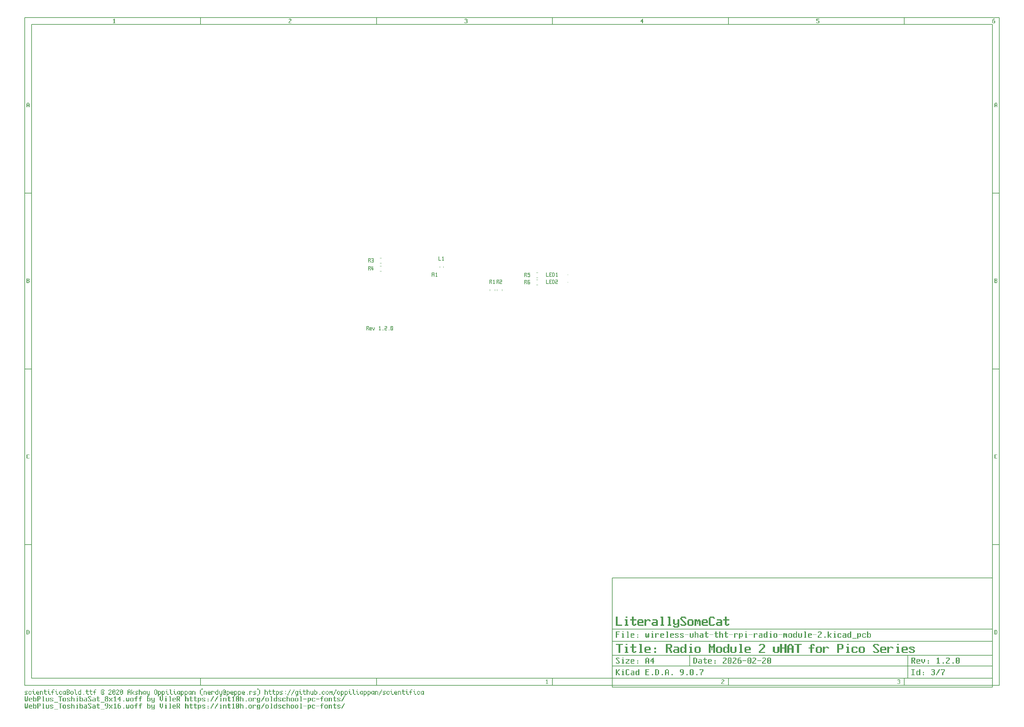
<source format=gto>
G04 #@! TF.GenerationSoftware,KiCad,Pcbnew,9.0.7*
G04 #@! TF.CreationDate,2026-02-20T19:56:03-06:00*
G04 #@! TF.ProjectId,wireless-uhat-tht-rpi-radio-module-2,77697265-6c65-4737-932d-756861742d74,1.2.0*
G04 #@! TF.SameCoordinates,Original*
G04 #@! TF.FileFunction,Legend,Top*
G04 #@! TF.FilePolarity,Positive*
%FSLAX46Y46*%
G04 Gerber Fmt 4.6, Leading zero omitted, Abs format (unit mm)*
G04 Created by KiCad (PCBNEW 9.0.7) date 2026-02-20 19:56:03*
%MOMM*%
%LPD*%
G01*
G04 APERTURE LIST*
%ADD10C,0.100000*%
%ADD11C,0.150000*%
%ADD12C,0.254000*%
%ADD13C,0.120000*%
G04 APERTURE END LIST*
D10*
D11*
X177000000Y-169500000D02*
X285002000Y-169500000D01*
X285002000Y-200507000D01*
X177000000Y-200507000D01*
X177000000Y-169500000D01*
D10*
D11*
X10000000Y-10000000D02*
X287002200Y-10000000D01*
X287002200Y-200007200D01*
X10000000Y-200007200D01*
X10000000Y-10000000D01*
D10*
D11*
X12000000Y-12000000D02*
X285002200Y-12000000D01*
X285002200Y-198007200D01*
X12000000Y-198007200D01*
X12000000Y-12000000D01*
D10*
D11*
X60000000Y-12000000D02*
X60000000Y-10000000D01*
D10*
D11*
X110000000Y-12000000D02*
X110000000Y-10000000D01*
D10*
D11*
X160000000Y-12000000D02*
X160000000Y-10000000D01*
D10*
D11*
X210000000Y-12000000D02*
X210000000Y-10000000D01*
D10*
D11*
X260000000Y-12000000D02*
X260000000Y-10000000D01*
D10*
G36*
X35111765Y-11641500D02*
G01*
X35111765Y-11527829D01*
X35340376Y-11527829D01*
X35340376Y-10732135D01*
X35111765Y-10732135D01*
X35111765Y-10618464D01*
X35226071Y-10618464D01*
X35226071Y-10505111D01*
X35340376Y-10505111D01*
X35340376Y-10391758D01*
X35567876Y-10391758D01*
X35567876Y-11527829D01*
X35792519Y-11527829D01*
X35792519Y-11641500D01*
X35111765Y-11641500D01*
G37*
G36*
X85000000Y-11641500D02*
G01*
X85000000Y-11300488D01*
X85112876Y-11300488D01*
X85112876Y-11186817D01*
X85228611Y-11186817D01*
X85228611Y-11072511D01*
X85341488Y-11072511D01*
X85341488Y-10960746D01*
X85456111Y-10960746D01*
X85456111Y-10843900D01*
X85570099Y-10843900D01*
X85570099Y-10505428D01*
X85227500Y-10505428D01*
X85227500Y-10617194D01*
X85000000Y-10617194D01*
X85000000Y-10503523D01*
X85112876Y-10503523D01*
X85112876Y-10391758D01*
X85680753Y-10391758D01*
X85680753Y-10503523D01*
X85798710Y-10503523D01*
X85798710Y-10843900D01*
X85680753Y-10843900D01*
X85680753Y-10960746D01*
X85570099Y-10960746D01*
X85570099Y-11072511D01*
X85456111Y-11072511D01*
X85456111Y-11186817D01*
X85340376Y-11186817D01*
X85340376Y-11300488D01*
X85227500Y-11300488D01*
X85227500Y-11527829D01*
X85798710Y-11527829D01*
X85798710Y-11641500D01*
X85000000Y-11641500D01*
G37*
G36*
X135000000Y-11526559D02*
G01*
X135000000Y-11412888D01*
X135227500Y-11412888D01*
X135227500Y-11527829D01*
X135568988Y-11527829D01*
X135568988Y-10957571D01*
X135227500Y-10957571D01*
X135227500Y-10847075D01*
X135568988Y-10847075D01*
X135568988Y-10505428D01*
X135227500Y-10505428D01*
X135227500Y-10617194D01*
X135000000Y-10617194D01*
X135000000Y-10503523D01*
X135111765Y-10503523D01*
X135111765Y-10391758D01*
X135680753Y-10391758D01*
X135680753Y-10503523D01*
X135796488Y-10503523D01*
X135796488Y-10843900D01*
X135680753Y-10843900D01*
X135680753Y-10957571D01*
X135796488Y-10957571D01*
X135796488Y-11526559D01*
X135680753Y-11526559D01*
X135680753Y-11641500D01*
X135111765Y-11641500D01*
X135111765Y-11526559D01*
X135000000Y-11526559D01*
G37*
G36*
X185680753Y-11072511D02*
G01*
X185795059Y-11072511D01*
X185795059Y-11186182D01*
X185680753Y-11186182D01*
X185680753Y-11641500D01*
X185453253Y-11641500D01*
X185453253Y-11186182D01*
X185000000Y-11186182D01*
X185000000Y-10960746D01*
X185112876Y-10960746D01*
X185227500Y-10960746D01*
X185227500Y-11072511D01*
X185453253Y-11072511D01*
X185453253Y-10845805D01*
X185340376Y-10845805D01*
X185340376Y-10960746D01*
X185227500Y-10960746D01*
X185112876Y-10960746D01*
X185112876Y-10845805D01*
X185227500Y-10845805D01*
X185227500Y-10732135D01*
X185340376Y-10732135D01*
X185340376Y-10620369D01*
X185453253Y-10620369D01*
X185453253Y-10503523D01*
X185568988Y-10503523D01*
X185568988Y-10391758D01*
X185680753Y-10391758D01*
X185680753Y-11072511D01*
G37*
G36*
X235000000Y-11526559D02*
G01*
X235000000Y-11412888D01*
X235227500Y-11412888D01*
X235227500Y-11527829D01*
X235568988Y-11527829D01*
X235568988Y-10957571D01*
X235000000Y-10957571D01*
X235000000Y-10391758D01*
X235796488Y-10391758D01*
X235796488Y-10505428D01*
X235227500Y-10505428D01*
X235227500Y-10847075D01*
X235680753Y-10847075D01*
X235680753Y-10957571D01*
X235796488Y-10957571D01*
X235796488Y-11526559D01*
X235680753Y-11526559D01*
X235680753Y-11641500D01*
X235111765Y-11641500D01*
X235111765Y-11526559D01*
X235000000Y-11526559D01*
G37*
G36*
X285685833Y-10505428D02*
G01*
X285340376Y-10505428D01*
X285340376Y-10618464D01*
X285227500Y-10618464D01*
X285227500Y-10847075D01*
X285685833Y-10847075D01*
X285685833Y-10960746D01*
X285796488Y-10960746D01*
X285796488Y-11527829D01*
X285685833Y-11527829D01*
X285685833Y-11641500D01*
X285112876Y-11641500D01*
X285112876Y-11527829D01*
X285227500Y-11527829D01*
X285568988Y-11527829D01*
X285568988Y-10960746D01*
X285227500Y-10960746D01*
X285227500Y-11527829D01*
X285112876Y-11527829D01*
X285000000Y-11527829D01*
X285000000Y-10618464D01*
X285112876Y-10618464D01*
X285112876Y-10505428D01*
X285228611Y-10505428D01*
X285228611Y-10391758D01*
X285685833Y-10391758D01*
X285685833Y-10505428D01*
G37*
D11*
X60000000Y-198007200D02*
X60000000Y-200007200D01*
D10*
D11*
X110000000Y-198007200D02*
X110000000Y-200007200D01*
D10*
D11*
X160000000Y-198007200D02*
X160000000Y-200007200D01*
D10*
D11*
X210000000Y-198007200D02*
X210000000Y-200007200D01*
D10*
D11*
X260000000Y-198007200D02*
X260000000Y-200007200D01*
D10*
G36*
X158111765Y-199622500D02*
G01*
X158111765Y-199508829D01*
X158340376Y-199508829D01*
X158340376Y-198713135D01*
X158111765Y-198713135D01*
X158111765Y-198599464D01*
X158226071Y-198599464D01*
X158226071Y-198486111D01*
X158340376Y-198486111D01*
X158340376Y-198372758D01*
X158567876Y-198372758D01*
X158567876Y-199508829D01*
X158792519Y-199508829D01*
X158792519Y-199622500D01*
X158111765Y-199622500D01*
G37*
G36*
X208000000Y-199622500D02*
G01*
X208000000Y-199281488D01*
X208112876Y-199281488D01*
X208112876Y-199167817D01*
X208228611Y-199167817D01*
X208228611Y-199053511D01*
X208341488Y-199053511D01*
X208341488Y-198941746D01*
X208456111Y-198941746D01*
X208456111Y-198824900D01*
X208570099Y-198824900D01*
X208570099Y-198486428D01*
X208227500Y-198486428D01*
X208227500Y-198598194D01*
X208000000Y-198598194D01*
X208000000Y-198484523D01*
X208112876Y-198484523D01*
X208112876Y-198372758D01*
X208680753Y-198372758D01*
X208680753Y-198484523D01*
X208798710Y-198484523D01*
X208798710Y-198824900D01*
X208680753Y-198824900D01*
X208680753Y-198941746D01*
X208570099Y-198941746D01*
X208570099Y-199053511D01*
X208456111Y-199053511D01*
X208456111Y-199167817D01*
X208340376Y-199167817D01*
X208340376Y-199281488D01*
X208227500Y-199281488D01*
X208227500Y-199508829D01*
X208798710Y-199508829D01*
X208798710Y-199622500D01*
X208000000Y-199622500D01*
G37*
G36*
X258000000Y-199507559D02*
G01*
X258000000Y-199393888D01*
X258227500Y-199393888D01*
X258227500Y-199508829D01*
X258568988Y-199508829D01*
X258568988Y-198938571D01*
X258227500Y-198938571D01*
X258227500Y-198828075D01*
X258568988Y-198828075D01*
X258568988Y-198486428D01*
X258227500Y-198486428D01*
X258227500Y-198598194D01*
X258000000Y-198598194D01*
X258000000Y-198484523D01*
X258111765Y-198484523D01*
X258111765Y-198372758D01*
X258680753Y-198372758D01*
X258680753Y-198484523D01*
X258796488Y-198484523D01*
X258796488Y-198824900D01*
X258680753Y-198824900D01*
X258680753Y-198938571D01*
X258796488Y-198938571D01*
X258796488Y-199507559D01*
X258680753Y-199507559D01*
X258680753Y-199622500D01*
X258111765Y-199622500D01*
X258111765Y-199507559D01*
X258000000Y-199507559D01*
G37*
D11*
X10000000Y-60000000D02*
X12000000Y-60000000D01*
D10*
D11*
X10000000Y-110000000D02*
X12000000Y-110000000D01*
D10*
D11*
X10000000Y-160000000D02*
X12000000Y-160000000D01*
D10*
G36*
X11133153Y-34403428D02*
G01*
X11244918Y-34403428D01*
X11244918Y-34518369D01*
X11360653Y-34518369D01*
X11360653Y-35539500D01*
X11133153Y-35539500D01*
X11133153Y-35084182D01*
X10791665Y-35084182D01*
X10791665Y-35539500D01*
X10564165Y-35539500D01*
X10564165Y-34518369D01*
X10677041Y-34518369D01*
X10791665Y-34518369D01*
X10791665Y-34970511D01*
X11133153Y-34970511D01*
X11133153Y-34518369D01*
X11017418Y-34518369D01*
X11017418Y-34403428D01*
X10904541Y-34403428D01*
X10904541Y-34518369D01*
X10791665Y-34518369D01*
X10677041Y-34518369D01*
X10677041Y-34403428D01*
X10792776Y-34403428D01*
X10792776Y-34289758D01*
X11133153Y-34289758D01*
X11133153Y-34403428D01*
G37*
G36*
X11246903Y-84401523D02*
G01*
X11360653Y-84401523D01*
X11360653Y-84741900D01*
X11246903Y-84741900D01*
X11246903Y-84858746D01*
X11360653Y-84858746D01*
X11360653Y-85425829D01*
X11246903Y-85425829D01*
X11246903Y-85539500D01*
X10564165Y-85539500D01*
X10564165Y-85425829D01*
X10791665Y-85425829D01*
X11133153Y-85425829D01*
X11133153Y-84858746D01*
X10791665Y-84858746D01*
X10791665Y-85425829D01*
X10564165Y-85425829D01*
X10564165Y-84745075D01*
X10791665Y-84745075D01*
X11133153Y-84745075D01*
X11133153Y-84403428D01*
X10791665Y-84403428D01*
X10791665Y-84745075D01*
X10564165Y-84745075D01*
X10564165Y-84289758D01*
X11246903Y-84289758D01*
X11246903Y-84401523D01*
G37*
G36*
X10564165Y-135424559D02*
G01*
X10564165Y-134401523D01*
X10675930Y-134401523D01*
X10675930Y-134289758D01*
X11244918Y-134289758D01*
X11244918Y-134401523D01*
X11360653Y-134401523D01*
X11360653Y-134515194D01*
X11133153Y-134515194D01*
X11133153Y-134403428D01*
X10791665Y-134403428D01*
X10791665Y-135425829D01*
X11133153Y-135425829D01*
X11133153Y-135310888D01*
X11360653Y-135310888D01*
X11360653Y-135424559D01*
X11244918Y-135424559D01*
X11244918Y-135539500D01*
X10675930Y-135539500D01*
X10675930Y-135424559D01*
X10564165Y-135424559D01*
G37*
G36*
X11133153Y-184401523D02*
G01*
X11244918Y-184401523D01*
X11244918Y-184513289D01*
X11360653Y-184513289D01*
X11360653Y-185310888D01*
X11244918Y-185310888D01*
X11244918Y-185422654D01*
X11133153Y-185422654D01*
X11133153Y-185539500D01*
X10564165Y-185539500D01*
X10564165Y-185425829D01*
X10791665Y-185425829D01*
X11017418Y-185425829D01*
X11017418Y-185310888D01*
X11133153Y-185310888D01*
X11133153Y-184513289D01*
X11017418Y-184513289D01*
X11017418Y-184403428D01*
X10791665Y-184403428D01*
X10791665Y-185425829D01*
X10564165Y-185425829D01*
X10564165Y-184289758D01*
X11133153Y-184289758D01*
X11133153Y-184401523D01*
G37*
D11*
X287002200Y-60000000D02*
X285002200Y-60000000D01*
D10*
D11*
X287002200Y-110000000D02*
X285002200Y-110000000D01*
D10*
D11*
X287002200Y-160000000D02*
X285002200Y-160000000D01*
D10*
G36*
X286166506Y-34403428D02*
G01*
X286278271Y-34403428D01*
X286278271Y-34518369D01*
X286394006Y-34518369D01*
X286394006Y-35539500D01*
X286166506Y-35539500D01*
X286166506Y-35084182D01*
X285825018Y-35084182D01*
X285825018Y-35539500D01*
X285597518Y-35539500D01*
X285597518Y-34518369D01*
X285710394Y-34518369D01*
X285825018Y-34518369D01*
X285825018Y-34970511D01*
X286166506Y-34970511D01*
X286166506Y-34518369D01*
X286050771Y-34518369D01*
X286050771Y-34403428D01*
X285937894Y-34403428D01*
X285937894Y-34518369D01*
X285825018Y-34518369D01*
X285710394Y-34518369D01*
X285710394Y-34403428D01*
X285826129Y-34403428D01*
X285826129Y-34289758D01*
X286166506Y-34289758D01*
X286166506Y-34403428D01*
G37*
G36*
X286280256Y-84401523D02*
G01*
X286394006Y-84401523D01*
X286394006Y-84741900D01*
X286280256Y-84741900D01*
X286280256Y-84858746D01*
X286394006Y-84858746D01*
X286394006Y-85425829D01*
X286280256Y-85425829D01*
X286280256Y-85539500D01*
X285597518Y-85539500D01*
X285597518Y-85425829D01*
X285825018Y-85425829D01*
X286166506Y-85425829D01*
X286166506Y-84858746D01*
X285825018Y-84858746D01*
X285825018Y-85425829D01*
X285597518Y-85425829D01*
X285597518Y-84745075D01*
X285825018Y-84745075D01*
X286166506Y-84745075D01*
X286166506Y-84403428D01*
X285825018Y-84403428D01*
X285825018Y-84745075D01*
X285597518Y-84745075D01*
X285597518Y-84289758D01*
X286280256Y-84289758D01*
X286280256Y-84401523D01*
G37*
G36*
X285597518Y-135424559D02*
G01*
X285597518Y-134401523D01*
X285709283Y-134401523D01*
X285709283Y-134289758D01*
X286278271Y-134289758D01*
X286278271Y-134401523D01*
X286394006Y-134401523D01*
X286394006Y-134515194D01*
X286166506Y-134515194D01*
X286166506Y-134403428D01*
X285825018Y-134403428D01*
X285825018Y-135425829D01*
X286166506Y-135425829D01*
X286166506Y-135310888D01*
X286394006Y-135310888D01*
X286394006Y-135424559D01*
X286278271Y-135424559D01*
X286278271Y-135539500D01*
X285709283Y-135539500D01*
X285709283Y-135424559D01*
X285597518Y-135424559D01*
G37*
G36*
X286166506Y-184401523D02*
G01*
X286278271Y-184401523D01*
X286278271Y-184513289D01*
X286394006Y-184513289D01*
X286394006Y-185310888D01*
X286278271Y-185310888D01*
X286278271Y-185422654D01*
X286166506Y-185422654D01*
X286166506Y-185539500D01*
X285597518Y-185539500D01*
X285597518Y-185425829D01*
X285825018Y-185425829D01*
X286050771Y-185425829D01*
X286050771Y-185310888D01*
X286166506Y-185310888D01*
X286166506Y-184513289D01*
X286050771Y-184513289D01*
X286050771Y-184403428D01*
X285825018Y-184403428D01*
X285825018Y-185425829D01*
X285597518Y-185425829D01*
X285597518Y-184289758D01*
X286166506Y-184289758D01*
X286166506Y-184401523D01*
G37*
G36*
X200780400Y-192288669D02*
G01*
X200933261Y-192288669D01*
X200933261Y-192441530D01*
X201091550Y-192441530D01*
X201091550Y-193532401D01*
X200933261Y-193532401D01*
X200933261Y-193685261D01*
X200780400Y-193685261D01*
X200780400Y-193845071D01*
X200002200Y-193845071D01*
X200002200Y-193689604D01*
X200313350Y-193689604D01*
X200622111Y-193689604D01*
X200622111Y-193532401D01*
X200780400Y-193532401D01*
X200780400Y-192441530D01*
X200622111Y-192441530D01*
X200622111Y-192291275D01*
X200313350Y-192291275D01*
X200313350Y-193689604D01*
X200002200Y-193689604D01*
X200002200Y-192135808D01*
X200780400Y-192135808D01*
X200780400Y-192288669D01*
G37*
G36*
X202333327Y-192756805D02*
G01*
X202491617Y-192756805D01*
X202491617Y-193845071D01*
X201555127Y-193845071D01*
X201555127Y-193689604D01*
X201713416Y-193689604D01*
X202180467Y-193689604D01*
X202180467Y-193222336D01*
X201713416Y-193222336D01*
X201713416Y-193689604D01*
X201555127Y-193689604D01*
X201402266Y-193689604D01*
X201402266Y-193226679D01*
X201555127Y-193226679D01*
X201555127Y-193066870D01*
X202180467Y-193066870D01*
X202180467Y-192756805D01*
X201555127Y-192756805D01*
X201555127Y-192601339D01*
X202333327Y-192601339D01*
X202333327Y-192756805D01*
G37*
G36*
X202802332Y-192756805D02*
G01*
X202802332Y-192601339D01*
X203115002Y-192601339D01*
X203115002Y-192135808D01*
X203426152Y-192135808D01*
X203426152Y-192601339D01*
X203891683Y-192601339D01*
X203891683Y-192756805D01*
X203426152Y-192756805D01*
X203426152Y-193689604D01*
X203580533Y-193689604D01*
X203580533Y-193536743D01*
X203891683Y-193536743D01*
X203891683Y-193692210D01*
X203733394Y-193692210D01*
X203733394Y-193845071D01*
X203267863Y-193845071D01*
X203267863Y-193692210D01*
X203115002Y-193692210D01*
X203115002Y-192756805D01*
X202802332Y-192756805D01*
G37*
G36*
X205133460Y-192754200D02*
G01*
X205291750Y-192754200D01*
X205291750Y-193222336D01*
X204513549Y-193222336D01*
X204513549Y-193689604D01*
X205291750Y-193689604D01*
X205291750Y-193845071D01*
X204355260Y-193845071D01*
X204355260Y-193685261D01*
X204202399Y-193685261D01*
X204202399Y-193066870D01*
X204513549Y-193066870D01*
X204980600Y-193066870D01*
X204980600Y-192756805D01*
X204513549Y-192756805D01*
X204513549Y-193066870D01*
X204202399Y-193066870D01*
X204202399Y-192754200D01*
X204355260Y-192754200D01*
X204355260Y-192601339D01*
X205133460Y-192601339D01*
X205133460Y-192754200D01*
G37*
G36*
X206379146Y-193532401D02*
G01*
X206379146Y-193845071D01*
X206067996Y-193845071D01*
X206067996Y-193532401D01*
X206379146Y-193532401D01*
G37*
G36*
X206379146Y-193226679D02*
G01*
X206067996Y-193226679D01*
X206067996Y-192914009D01*
X206379146Y-192914009D01*
X206379146Y-193226679D01*
G37*
G36*
X208402598Y-193845071D02*
G01*
X208402598Y-193378671D01*
X208556979Y-193378671D01*
X208556979Y-193223205D01*
X208715268Y-193223205D01*
X208715268Y-193066870D01*
X208869649Y-193066870D01*
X208869649Y-192914009D01*
X209026418Y-192914009D01*
X209026418Y-192754200D01*
X209182319Y-192754200D01*
X209182319Y-192291275D01*
X208713748Y-192291275D01*
X208713748Y-192444136D01*
X208402598Y-192444136D01*
X208402598Y-192288669D01*
X208556979Y-192288669D01*
X208556979Y-192135808D01*
X209333660Y-192135808D01*
X209333660Y-192288669D01*
X209494989Y-192288669D01*
X209494989Y-192754200D01*
X209333660Y-192754200D01*
X209333660Y-192914009D01*
X209182319Y-192914009D01*
X209182319Y-193066870D01*
X209026418Y-193066870D01*
X209026418Y-193223205D01*
X208868129Y-193223205D01*
X208868129Y-193378671D01*
X208713748Y-193378671D01*
X208713748Y-193689604D01*
X209494989Y-193689604D01*
X209494989Y-193845071D01*
X208402598Y-193845071D01*
G37*
G36*
X210421056Y-193219731D02*
G01*
X210268195Y-193219731D01*
X210268195Y-192754200D01*
X210421056Y-192754200D01*
X210421056Y-193219731D01*
G37*
G36*
X210733726Y-192288669D02*
G01*
X210892015Y-192288669D01*
X210892015Y-193685261D01*
X210733726Y-193685261D01*
X210733726Y-193845071D01*
X209955525Y-193845071D01*
X209955525Y-193689604D01*
X210113815Y-193689604D01*
X210580865Y-193689604D01*
X210580865Y-192291275D01*
X210113815Y-192291275D01*
X210113815Y-193689604D01*
X209955525Y-193689604D01*
X209955525Y-193685261D01*
X209802665Y-193685261D01*
X209802665Y-192288669D01*
X209955525Y-192288669D01*
X209955525Y-192135808D01*
X210733726Y-192135808D01*
X210733726Y-192288669D01*
G37*
G36*
X211202731Y-193845071D02*
G01*
X211202731Y-193378671D01*
X211357112Y-193378671D01*
X211357112Y-193223205D01*
X211515401Y-193223205D01*
X211515401Y-193066870D01*
X211669782Y-193066870D01*
X211669782Y-192914009D01*
X211826551Y-192914009D01*
X211826551Y-192754200D01*
X211982452Y-192754200D01*
X211982452Y-192291275D01*
X211513881Y-192291275D01*
X211513881Y-192444136D01*
X211202731Y-192444136D01*
X211202731Y-192288669D01*
X211357112Y-192288669D01*
X211357112Y-192135808D01*
X212133793Y-192135808D01*
X212133793Y-192288669D01*
X212295122Y-192288669D01*
X212295122Y-192754200D01*
X212133793Y-192754200D01*
X212133793Y-192914009D01*
X211982452Y-192914009D01*
X211982452Y-193066870D01*
X211826551Y-193066870D01*
X211826551Y-193223205D01*
X211668262Y-193223205D01*
X211668262Y-193378671D01*
X211513881Y-193378671D01*
X211513881Y-193689604D01*
X212295122Y-193689604D01*
X212295122Y-193845071D01*
X211202731Y-193845071D01*
G37*
G36*
X213540807Y-192291275D02*
G01*
X213068328Y-192291275D01*
X213068328Y-192445873D01*
X212913947Y-192445873D01*
X212913947Y-192758543D01*
X213540807Y-192758543D01*
X213540807Y-192914009D01*
X213692148Y-192914009D01*
X213692148Y-193689604D01*
X213540807Y-193689604D01*
X213540807Y-193845071D01*
X212757178Y-193845071D01*
X212757178Y-193689604D01*
X212913947Y-193689604D01*
X213380998Y-193689604D01*
X213380998Y-192914009D01*
X212913947Y-192914009D01*
X212913947Y-193689604D01*
X212757178Y-193689604D01*
X212602797Y-193689604D01*
X212602797Y-192445873D01*
X212757178Y-192445873D01*
X212757178Y-192291275D01*
X212915467Y-192291275D01*
X212915467Y-192135808D01*
X213540807Y-192135808D01*
X213540807Y-192291275D01*
G37*
G36*
X214002864Y-193066870D02*
G01*
X214002864Y-192911403D01*
X215093734Y-192911403D01*
X215093734Y-193066870D01*
X214002864Y-193066870D01*
G37*
G36*
X216021322Y-193219731D02*
G01*
X215868461Y-193219731D01*
X215868461Y-192754200D01*
X216021322Y-192754200D01*
X216021322Y-193219731D01*
G37*
G36*
X216333992Y-192288669D02*
G01*
X216492281Y-192288669D01*
X216492281Y-193685261D01*
X216333992Y-193685261D01*
X216333992Y-193845071D01*
X215555791Y-193845071D01*
X215555791Y-193689604D01*
X215714080Y-193689604D01*
X216181131Y-193689604D01*
X216181131Y-192291275D01*
X215714080Y-192291275D01*
X215714080Y-193689604D01*
X215555791Y-193689604D01*
X215555791Y-193685261D01*
X215402930Y-193685261D01*
X215402930Y-192288669D01*
X215555791Y-192288669D01*
X215555791Y-192135808D01*
X216333992Y-192135808D01*
X216333992Y-192288669D01*
G37*
G36*
X216802997Y-193845071D02*
G01*
X216802997Y-193378671D01*
X216957377Y-193378671D01*
X216957377Y-193223205D01*
X217115667Y-193223205D01*
X217115667Y-193066870D01*
X217270047Y-193066870D01*
X217270047Y-192914009D01*
X217426817Y-192914009D01*
X217426817Y-192754200D01*
X217582717Y-192754200D01*
X217582717Y-192291275D01*
X217114147Y-192291275D01*
X217114147Y-192444136D01*
X216802997Y-192444136D01*
X216802997Y-192288669D01*
X216957377Y-192288669D01*
X216957377Y-192135808D01*
X217734058Y-192135808D01*
X217734058Y-192288669D01*
X217895387Y-192288669D01*
X217895387Y-192754200D01*
X217734058Y-192754200D01*
X217734058Y-192914009D01*
X217582717Y-192914009D01*
X217582717Y-193066870D01*
X217426817Y-193066870D01*
X217426817Y-193223205D01*
X217268527Y-193223205D01*
X217268527Y-193378671D01*
X217114147Y-193378671D01*
X217114147Y-193689604D01*
X217895387Y-193689604D01*
X217895387Y-193845071D01*
X216802997Y-193845071D01*
G37*
G36*
X218203063Y-193066870D02*
G01*
X218203063Y-192911403D01*
X219293934Y-192911403D01*
X219293934Y-193066870D01*
X218203063Y-193066870D01*
G37*
G36*
X219603130Y-193845071D02*
G01*
X219603130Y-193378671D01*
X219757510Y-193378671D01*
X219757510Y-193223205D01*
X219915800Y-193223205D01*
X219915800Y-193066870D01*
X220070180Y-193066870D01*
X220070180Y-192914009D01*
X220226950Y-192914009D01*
X220226950Y-192754200D01*
X220382850Y-192754200D01*
X220382850Y-192291275D01*
X219914280Y-192291275D01*
X219914280Y-192444136D01*
X219603130Y-192444136D01*
X219603130Y-192288669D01*
X219757510Y-192288669D01*
X219757510Y-192135808D01*
X220534191Y-192135808D01*
X220534191Y-192288669D01*
X220695520Y-192288669D01*
X220695520Y-192754200D01*
X220534191Y-192754200D01*
X220534191Y-192914009D01*
X220382850Y-192914009D01*
X220382850Y-193066870D01*
X220226950Y-193066870D01*
X220226950Y-193223205D01*
X220068660Y-193223205D01*
X220068660Y-193378671D01*
X219914280Y-193378671D01*
X219914280Y-193689604D01*
X220695520Y-193689604D01*
X220695520Y-193845071D01*
X219603130Y-193845071D01*
G37*
G36*
X221621588Y-193219731D02*
G01*
X221468727Y-193219731D01*
X221468727Y-192754200D01*
X221621588Y-192754200D01*
X221621588Y-193219731D01*
G37*
G36*
X221934258Y-192288669D02*
G01*
X222092547Y-192288669D01*
X222092547Y-193685261D01*
X221934258Y-193685261D01*
X221934258Y-193845071D01*
X221156057Y-193845071D01*
X221156057Y-193689604D01*
X221314346Y-193689604D01*
X221781397Y-193689604D01*
X221781397Y-192291275D01*
X221314346Y-192291275D01*
X221314346Y-193689604D01*
X221156057Y-193689604D01*
X221156057Y-193685261D01*
X221003196Y-193685261D01*
X221003196Y-192288669D01*
X221156057Y-192288669D01*
X221156057Y-192135808D01*
X221934258Y-192135808D01*
X221934258Y-192288669D01*
G37*
D11*
X177002200Y-194507200D02*
X285002200Y-194507200D01*
D10*
G36*
X178002200Y-197144871D02*
G01*
X178002200Y-195435608D01*
X178313350Y-195435608D01*
X178313350Y-196054000D01*
X178469250Y-196054000D01*
X178469250Y-195901139D01*
X178624500Y-195901139D01*
X178624500Y-195748278D01*
X178780400Y-195748278D01*
X178780400Y-195435608D01*
X179091550Y-195435608D01*
X179091550Y-195748278D01*
X178933261Y-195748278D01*
X178933261Y-195901139D01*
X178780400Y-195901139D01*
X178780400Y-196054000D01*
X178624500Y-196054000D01*
X178624500Y-196213809D01*
X178469250Y-196213809D01*
X178469250Y-196366670D01*
X178624500Y-196366670D01*
X178624500Y-196519531D01*
X178780400Y-196519531D01*
X178780400Y-196678471D01*
X178933261Y-196678471D01*
X178933261Y-196832201D01*
X179091550Y-196832201D01*
X179091550Y-197144871D01*
X178780400Y-197144871D01*
X178780400Y-196832201D01*
X178624500Y-196832201D01*
X178624500Y-196678471D01*
X178469250Y-196678471D01*
X178469250Y-196519531D01*
X178313350Y-196519531D01*
X178313350Y-197144871D01*
X178002200Y-197144871D01*
G37*
G36*
X179714936Y-197144871D02*
G01*
X179714936Y-196989404D01*
X179869317Y-196989404D01*
X179869317Y-196056605D01*
X179714936Y-196056605D01*
X179714936Y-195901139D01*
X180180467Y-195901139D01*
X180180467Y-196989404D01*
X180340276Y-196989404D01*
X180340276Y-197144871D01*
X179714936Y-197144871D01*
G37*
G36*
X179869317Y-195435608D02*
G01*
X180180467Y-195435608D01*
X180180467Y-195591075D01*
X179869317Y-195591075D01*
X179869317Y-195435608D01*
G37*
G36*
X180802332Y-196987667D02*
G01*
X180802332Y-195588469D01*
X180955193Y-195588469D01*
X180955193Y-195435608D01*
X181733394Y-195435608D01*
X181733394Y-195588469D01*
X181891683Y-195588469D01*
X181891683Y-195743936D01*
X181580533Y-195743936D01*
X181580533Y-195591075D01*
X181113482Y-195591075D01*
X181113482Y-196989404D01*
X181580533Y-196989404D01*
X181580533Y-196832201D01*
X181891683Y-196832201D01*
X181891683Y-196987667D01*
X181733394Y-196987667D01*
X181733394Y-197144871D01*
X180955193Y-197144871D01*
X180955193Y-196987667D01*
X180802332Y-196987667D01*
G37*
G36*
X183133460Y-196056605D02*
G01*
X183291750Y-196056605D01*
X183291750Y-197144871D01*
X182355260Y-197144871D01*
X182355260Y-196989404D01*
X182513549Y-196989404D01*
X182980600Y-196989404D01*
X182980600Y-196522136D01*
X182513549Y-196522136D01*
X182513549Y-196989404D01*
X182355260Y-196989404D01*
X182202399Y-196989404D01*
X182202399Y-196526479D01*
X182355260Y-196526479D01*
X182355260Y-196366670D01*
X182980600Y-196366670D01*
X182980600Y-196056605D01*
X182355260Y-196056605D01*
X182355260Y-195901139D01*
X183133460Y-195901139D01*
X183133460Y-196056605D01*
G37*
G36*
X183602465Y-196987667D02*
G01*
X183602465Y-196058343D01*
X183755326Y-196058343D01*
X183755326Y-195901139D01*
X184220857Y-195901139D01*
X184220857Y-196056605D01*
X183913615Y-196056605D01*
X183913615Y-196989404D01*
X184220857Y-196989404D01*
X184220857Y-197144871D01*
X183755326Y-197144871D01*
X183755326Y-196987667D01*
X183602465Y-196987667D01*
G37*
G36*
X184220857Y-196987667D02*
G01*
X184220857Y-196832201D01*
X184380666Y-196832201D01*
X184380666Y-196213809D01*
X184220857Y-196213809D01*
X184220857Y-196058343D01*
X184380666Y-196058343D01*
X184380666Y-195435608D01*
X184691816Y-195435608D01*
X184691816Y-197144871D01*
X184380666Y-197144871D01*
X184380666Y-196987667D01*
X184220857Y-196987667D01*
G37*
G36*
X186402598Y-197144871D02*
G01*
X186402598Y-195435608D01*
X187489995Y-195435608D01*
X187489995Y-195591075D01*
X186713748Y-195591075D01*
X186713748Y-196058343D01*
X187337134Y-196058343D01*
X187337134Y-196213809D01*
X186713748Y-196213809D01*
X186713748Y-196989404D01*
X187489995Y-196989404D01*
X187489995Y-197144871D01*
X186402598Y-197144871D01*
G37*
G36*
X188579345Y-196832201D02*
G01*
X188579345Y-197144871D01*
X188268195Y-197144871D01*
X188268195Y-196832201D01*
X188579345Y-196832201D01*
G37*
G36*
X189980932Y-195588469D02*
G01*
X190133793Y-195588469D01*
X190133793Y-195741330D01*
X190292082Y-195741330D01*
X190292082Y-196832201D01*
X190133793Y-196832201D01*
X190133793Y-196985061D01*
X189980932Y-196985061D01*
X189980932Y-197144871D01*
X189202731Y-197144871D01*
X189202731Y-196989404D01*
X189513881Y-196989404D01*
X189822643Y-196989404D01*
X189822643Y-196832201D01*
X189980932Y-196832201D01*
X189980932Y-195741330D01*
X189822643Y-195741330D01*
X189822643Y-195591075D01*
X189513881Y-195591075D01*
X189513881Y-196989404D01*
X189202731Y-196989404D01*
X189202731Y-195435608D01*
X189980932Y-195435608D01*
X189980932Y-195588469D01*
G37*
G36*
X191379478Y-196832201D02*
G01*
X191379478Y-197144871D01*
X191068328Y-197144871D01*
X191068328Y-196832201D01*
X191379478Y-196832201D01*
G37*
G36*
X192781065Y-195591075D02*
G01*
X192933925Y-195591075D01*
X192933925Y-195748278D01*
X193092215Y-195748278D01*
X193092215Y-197144871D01*
X192781065Y-197144871D01*
X192781065Y-196522136D01*
X192314014Y-196522136D01*
X192314014Y-197144871D01*
X192002864Y-197144871D01*
X192002864Y-195748278D01*
X192157245Y-195748278D01*
X192314014Y-195748278D01*
X192314014Y-196366670D01*
X192781065Y-196366670D01*
X192781065Y-195748278D01*
X192622775Y-195748278D01*
X192622775Y-195591075D01*
X192468395Y-195591075D01*
X192468395Y-195748278D01*
X192314014Y-195748278D01*
X192157245Y-195748278D01*
X192157245Y-195591075D01*
X192315534Y-195591075D01*
X192315534Y-195435608D01*
X192781065Y-195435608D01*
X192781065Y-195591075D01*
G37*
G36*
X194179611Y-196832201D02*
G01*
X194179611Y-197144871D01*
X193868461Y-197144871D01*
X193868461Y-196832201D01*
X194179611Y-196832201D01*
G37*
G36*
X197134125Y-195588469D02*
G01*
X197292414Y-195588469D01*
X197292414Y-196832201D01*
X197134125Y-196832201D01*
X197134125Y-196989404D01*
X196981264Y-196989404D01*
X196981264Y-197144871D01*
X196355924Y-197144871D01*
X196355924Y-196989404D01*
X196822975Y-196989404D01*
X196822975Y-196832201D01*
X196981264Y-196832201D01*
X196981264Y-196366670D01*
X196355924Y-196366670D01*
X196355924Y-196211203D01*
X196514213Y-196211203D01*
X196981264Y-196211203D01*
X196981264Y-195591075D01*
X196514213Y-195591075D01*
X196514213Y-196211203D01*
X196355924Y-196211203D01*
X196203063Y-196211203D01*
X196203063Y-195588469D01*
X196355924Y-195588469D01*
X196355924Y-195435608D01*
X197134125Y-195435608D01*
X197134125Y-195588469D01*
G37*
G36*
X198379810Y-196832201D02*
G01*
X198379810Y-197144871D01*
X198068660Y-197144871D01*
X198068660Y-196832201D01*
X198379810Y-196832201D01*
G37*
G36*
X199621588Y-196519531D02*
G01*
X199468727Y-196519531D01*
X199468727Y-196054000D01*
X199621588Y-196054000D01*
X199621588Y-196519531D01*
G37*
G36*
X199934258Y-195588469D02*
G01*
X200092547Y-195588469D01*
X200092547Y-196985061D01*
X199934258Y-196985061D01*
X199934258Y-197144871D01*
X199156057Y-197144871D01*
X199156057Y-196989404D01*
X199314346Y-196989404D01*
X199781397Y-196989404D01*
X199781397Y-195591075D01*
X199314346Y-195591075D01*
X199314346Y-196989404D01*
X199156057Y-196989404D01*
X199156057Y-196985061D01*
X199003196Y-196985061D01*
X199003196Y-195588469D01*
X199156057Y-195588469D01*
X199156057Y-195435608D01*
X199934258Y-195435608D01*
X199934258Y-195588469D01*
G37*
G36*
X201179943Y-196832201D02*
G01*
X201179943Y-197144871D01*
X200868793Y-197144871D01*
X200868793Y-196832201D01*
X201179943Y-196832201D01*
G37*
G36*
X201803329Y-195745347D02*
G01*
X201803329Y-195435608D01*
X202892680Y-195435608D01*
X202892680Y-196054000D01*
X202734390Y-196054000D01*
X202734390Y-196210335D01*
X202581530Y-196210335D01*
X202581530Y-196366670D01*
X202427149Y-196366670D01*
X202427149Y-197144871D01*
X202115999Y-197144871D01*
X202115999Y-196366670D01*
X202270380Y-196366670D01*
X202270380Y-196210335D01*
X202427149Y-196210335D01*
X202427149Y-196054000D01*
X202581530Y-196054000D01*
X202581530Y-195591075D01*
X202114479Y-195591075D01*
X202114479Y-195745347D01*
X201803329Y-195745347D01*
G37*
D11*
X177002200Y-191507200D02*
X285002200Y-191507200D01*
D10*
G36*
X262940009Y-192281521D02*
G01*
X263098298Y-192281521D01*
X263098298Y-192911203D01*
X262940009Y-192911203D01*
X262940009Y-193066670D01*
X262787148Y-193066670D01*
X262787148Y-193214862D01*
X262940009Y-193214862D01*
X262940009Y-193525252D01*
X263098298Y-193525252D01*
X263098298Y-193844871D01*
X262780200Y-193844871D01*
X262780200Y-193532201D01*
X262621911Y-193532201D01*
X262621911Y-193221811D01*
X262469050Y-193221811D01*
X262469050Y-193066670D01*
X262320098Y-193066670D01*
X262320098Y-193844871D01*
X262002000Y-193844871D01*
X262002000Y-192904255D01*
X262320098Y-192904255D01*
X262780200Y-192904255D01*
X262780200Y-192291075D01*
X262320098Y-192291075D01*
X262320098Y-192904255D01*
X262002000Y-192904255D01*
X262002000Y-192128660D01*
X262940009Y-192128660D01*
X262940009Y-192281521D01*
G37*
G36*
X264340076Y-192747052D02*
G01*
X264498365Y-192747052D01*
X264498365Y-193222136D01*
X263720164Y-193222136D01*
X263720164Y-193682456D01*
X264498365Y-193682456D01*
X264498365Y-193844871D01*
X263554927Y-193844871D01*
X263554927Y-193685061D01*
X263402066Y-193685061D01*
X263402066Y-193059722D01*
X263720164Y-193059722D01*
X264180267Y-193059722D01*
X264180267Y-192756605D01*
X263720164Y-192756605D01*
X263720164Y-193059722D01*
X263402066Y-193059722D01*
X263402066Y-192747052D01*
X263554927Y-192747052D01*
X263554927Y-192594191D01*
X264340076Y-192594191D01*
X264340076Y-192747052D01*
G37*
G36*
X264802132Y-193379340D02*
G01*
X264802132Y-192594191D01*
X265120231Y-192594191D01*
X265120231Y-193372392D01*
X265274611Y-193372392D01*
X265274611Y-193525252D01*
X265422044Y-193525252D01*
X265422044Y-193372392D01*
X265578813Y-193372392D01*
X265578813Y-192594191D01*
X265895391Y-192594191D01*
X265895391Y-193379340D01*
X265740142Y-193379340D01*
X265740142Y-193532201D01*
X265585761Y-193532201D01*
X265585761Y-193692010D01*
X265427472Y-193692010D01*
X265427472Y-193844871D01*
X265267663Y-193844871D01*
X265267663Y-193692010D01*
X265114802Y-193692010D01*
X265114802Y-193532201D01*
X264956513Y-193532201D01*
X264956513Y-193379340D01*
X264802132Y-193379340D01*
G37*
G36*
X266985828Y-193525252D02*
G01*
X266985828Y-193844871D01*
X266667730Y-193844871D01*
X266667730Y-193525252D01*
X266985828Y-193525252D01*
G37*
G36*
X266985828Y-193226479D02*
G01*
X266667730Y-193226479D01*
X266667730Y-192906861D01*
X266985828Y-192906861D01*
X266985828Y-193226479D01*
G37*
G36*
X269155193Y-193844871D02*
G01*
X269155193Y-193682456D01*
X269467862Y-193682456D01*
X269467862Y-192601139D01*
X269155193Y-192601139D01*
X269155193Y-192438724D01*
X269311527Y-192438724D01*
X269311527Y-192283692D01*
X269467862Y-192283692D01*
X269467862Y-192128660D01*
X269785961Y-192128660D01*
X269785961Y-193682456D01*
X270093202Y-193682456D01*
X270093202Y-193844871D01*
X269155193Y-193844871D01*
G37*
G36*
X271186027Y-193525252D02*
G01*
X271186027Y-193844871D01*
X270867929Y-193844871D01*
X270867929Y-193525252D01*
X271186027Y-193525252D01*
G37*
G36*
X271802465Y-193844871D02*
G01*
X271802465Y-193371523D01*
X271956845Y-193371523D01*
X271956845Y-193216057D01*
X272115134Y-193216057D01*
X272115134Y-193059722D01*
X272269515Y-193059722D01*
X272269515Y-192906861D01*
X272426284Y-192906861D01*
X272426284Y-192747052D01*
X272582185Y-192747052D01*
X272582185Y-192291075D01*
X272120563Y-192291075D01*
X272120563Y-192443936D01*
X271802465Y-192443936D01*
X271802465Y-192281521D01*
X271956845Y-192281521D01*
X271956845Y-192128660D01*
X272740474Y-192128660D01*
X272740474Y-192281521D01*
X272901803Y-192281521D01*
X272901803Y-192754000D01*
X272740474Y-192754000D01*
X272740474Y-192913809D01*
X272589133Y-192913809D01*
X272589133Y-193066670D01*
X272433233Y-193066670D01*
X272433233Y-193223005D01*
X272274944Y-193223005D01*
X272274944Y-193378471D01*
X272120563Y-193378471D01*
X272120563Y-193682456D01*
X272901803Y-193682456D01*
X272901803Y-193844871D01*
X271802465Y-193844871D01*
G37*
G36*
X273986160Y-193525252D02*
G01*
X273986160Y-193844871D01*
X273668062Y-193844871D01*
X273668062Y-193525252D01*
X273986160Y-193525252D01*
G37*
G36*
X275227937Y-193219531D02*
G01*
X275068128Y-193219531D01*
X275068128Y-192747052D01*
X275227937Y-192747052D01*
X275227937Y-193219531D01*
G37*
G36*
X275540607Y-192281521D02*
G01*
X275698896Y-192281521D01*
X275698896Y-193685061D01*
X275540607Y-193685061D01*
X275540607Y-193844871D01*
X274755458Y-193844871D01*
X274755458Y-193685061D01*
X274602597Y-193685061D01*
X274602597Y-193682456D01*
X274920696Y-193682456D01*
X275380798Y-193682456D01*
X275380798Y-192291075D01*
X274920696Y-192291075D01*
X274920696Y-193682456D01*
X274602597Y-193682456D01*
X274602597Y-192281521D01*
X274755458Y-192281521D01*
X274755458Y-192128660D01*
X275540607Y-192128660D01*
X275540607Y-192281521D01*
G37*
G36*
X178002200Y-193687867D02*
G01*
X178002200Y-193532401D01*
X178313350Y-193532401D01*
X178313350Y-193689604D01*
X178781920Y-193689604D01*
X178781920Y-193222336D01*
X178626019Y-193222336D01*
X178626019Y-193066870D01*
X178469250Y-193066870D01*
X178469250Y-192914009D01*
X178314869Y-192914009D01*
X178314869Y-192754200D01*
X178156580Y-192754200D01*
X178156580Y-192601339D01*
X178002200Y-192601339D01*
X178002200Y-192288669D01*
X178156580Y-192288669D01*
X178156580Y-192135808D01*
X178933261Y-192135808D01*
X178933261Y-192288669D01*
X179094590Y-192288669D01*
X179094590Y-192444136D01*
X178781920Y-192444136D01*
X178781920Y-192291275D01*
X178313350Y-192291275D01*
X178313350Y-192601339D01*
X178467730Y-192601339D01*
X178467730Y-192754200D01*
X178626019Y-192754200D01*
X178626019Y-192914009D01*
X178781920Y-192914009D01*
X178781920Y-193066870D01*
X178933261Y-193066870D01*
X178933261Y-193222336D01*
X179094590Y-193222336D01*
X179094590Y-193687867D01*
X178933261Y-193687867D01*
X178933261Y-193845071D01*
X178156580Y-193845071D01*
X178156580Y-193687867D01*
X178002200Y-193687867D01*
G37*
G36*
X179714936Y-193845071D02*
G01*
X179714936Y-193689604D01*
X179869317Y-193689604D01*
X179869317Y-192756805D01*
X179714936Y-192756805D01*
X179714936Y-192601339D01*
X180180467Y-192601339D01*
X180180467Y-193689604D01*
X180340276Y-193689604D01*
X180340276Y-193845071D01*
X179714936Y-193845071D01*
G37*
G36*
X179869317Y-192135808D02*
G01*
X180180467Y-192135808D01*
X180180467Y-192291275D01*
X179869317Y-192291275D01*
X179869317Y-192135808D01*
G37*
G36*
X180802332Y-193532401D02*
G01*
X180956713Y-193532401D01*
X180956713Y-193378671D01*
X181115002Y-193378671D01*
X181115002Y-193219731D01*
X181269383Y-193219731D01*
X181269383Y-193066870D01*
X181426152Y-193066870D01*
X181426152Y-192914009D01*
X181582053Y-192914009D01*
X181582053Y-192756805D01*
X180802332Y-192756805D01*
X180802332Y-192601339D01*
X181894723Y-192601339D01*
X181894723Y-192914009D01*
X181733394Y-192914009D01*
X181733394Y-193066870D01*
X181582053Y-193066870D01*
X181582053Y-193219731D01*
X181426152Y-193219731D01*
X181426152Y-193378671D01*
X181267863Y-193378671D01*
X181267863Y-193532401D01*
X181113482Y-193532401D01*
X181113482Y-193689604D01*
X181894723Y-193689604D01*
X181894723Y-193845071D01*
X180802332Y-193845071D01*
X180802332Y-193532401D01*
G37*
G36*
X183133460Y-192754200D02*
G01*
X183291750Y-192754200D01*
X183291750Y-193222336D01*
X182513549Y-193222336D01*
X182513549Y-193689604D01*
X183291750Y-193689604D01*
X183291750Y-193845071D01*
X182355260Y-193845071D01*
X182355260Y-193685261D01*
X182202399Y-193685261D01*
X182202399Y-193066870D01*
X182513549Y-193066870D01*
X182980600Y-193066870D01*
X182980600Y-192756805D01*
X182513549Y-192756805D01*
X182513549Y-193066870D01*
X182202399Y-193066870D01*
X182202399Y-192754200D01*
X182355260Y-192754200D01*
X182355260Y-192601339D01*
X183133460Y-192601339D01*
X183133460Y-192754200D01*
G37*
G36*
X184379146Y-193532401D02*
G01*
X184379146Y-193845071D01*
X184067996Y-193845071D01*
X184067996Y-193532401D01*
X184379146Y-193532401D01*
G37*
G36*
X184379146Y-193226679D02*
G01*
X184067996Y-193226679D01*
X184067996Y-192914009D01*
X184379146Y-192914009D01*
X184379146Y-193226679D01*
G37*
G36*
X187180799Y-192291275D02*
G01*
X187333660Y-192291275D01*
X187333660Y-192448478D01*
X187491949Y-192448478D01*
X187491949Y-193845071D01*
X187180799Y-193845071D01*
X187180799Y-193222336D01*
X186713748Y-193222336D01*
X186713748Y-193845071D01*
X186402598Y-193845071D01*
X186402598Y-192448478D01*
X186556979Y-192448478D01*
X186713748Y-192448478D01*
X186713748Y-193066870D01*
X187180799Y-193066870D01*
X187180799Y-192448478D01*
X187022510Y-192448478D01*
X187022510Y-192291275D01*
X186868129Y-192291275D01*
X186868129Y-192448478D01*
X186713748Y-192448478D01*
X186556979Y-192448478D01*
X186556979Y-192291275D01*
X186715268Y-192291275D01*
X186715268Y-192135808D01*
X187180799Y-192135808D01*
X187180799Y-192291275D01*
G37*
G36*
X188733726Y-193066870D02*
G01*
X188890061Y-193066870D01*
X188890061Y-193222336D01*
X188733726Y-193222336D01*
X188733726Y-193845071D01*
X188422576Y-193845071D01*
X188422576Y-193222336D01*
X187802665Y-193222336D01*
X187802665Y-192914009D01*
X187957045Y-192914009D01*
X188113815Y-192914009D01*
X188113815Y-193066870D01*
X188422576Y-193066870D01*
X188422576Y-192756805D01*
X188268195Y-192756805D01*
X188268195Y-192914009D01*
X188113815Y-192914009D01*
X187957045Y-192914009D01*
X187957045Y-192756805D01*
X188113815Y-192756805D01*
X188113815Y-192601339D01*
X188268195Y-192601339D01*
X188268195Y-192448478D01*
X188422576Y-192448478D01*
X188422576Y-192288669D01*
X188580865Y-192288669D01*
X188580865Y-192135808D01*
X188733726Y-192135808D01*
X188733726Y-193066870D01*
G37*
G36*
X262002000Y-197144871D02*
G01*
X262002000Y-196989404D01*
X262314669Y-196989404D01*
X262314669Y-195591075D01*
X262002000Y-195591075D01*
X262002000Y-195435608D01*
X262933061Y-195435608D01*
X262933061Y-195591075D01*
X262625819Y-195591075D01*
X262625819Y-196989404D01*
X262933061Y-196989404D01*
X262933061Y-197144871D01*
X262002000Y-197144871D01*
G37*
G36*
X263402066Y-196987667D02*
G01*
X263402066Y-196058343D01*
X263554927Y-196058343D01*
X263554927Y-195901139D01*
X264020458Y-195901139D01*
X264020458Y-196056605D01*
X263713216Y-196056605D01*
X263713216Y-196989404D01*
X264020458Y-196989404D01*
X264020458Y-197144871D01*
X263554927Y-197144871D01*
X263554927Y-196987667D01*
X263402066Y-196987667D01*
G37*
G36*
X264020458Y-196987667D02*
G01*
X264020458Y-196832201D01*
X264180267Y-196832201D01*
X264180267Y-196213809D01*
X264020458Y-196213809D01*
X264020458Y-196058343D01*
X264180267Y-196058343D01*
X264180267Y-195435608D01*
X264491417Y-195435608D01*
X264491417Y-197144871D01*
X264180267Y-197144871D01*
X264180267Y-196987667D01*
X264020458Y-196987667D01*
G37*
G36*
X265578813Y-196832201D02*
G01*
X265578813Y-197144871D01*
X265267663Y-197144871D01*
X265267663Y-196832201D01*
X265578813Y-196832201D01*
G37*
G36*
X265578813Y-196526479D02*
G01*
X265267663Y-196526479D01*
X265267663Y-196213809D01*
X265578813Y-196213809D01*
X265578813Y-196526479D01*
G37*
G36*
X267602265Y-196987667D02*
G01*
X267602265Y-196832201D01*
X267913415Y-196832201D01*
X267913415Y-196989404D01*
X268380466Y-196989404D01*
X268380466Y-196209466D01*
X267913415Y-196209466D01*
X267913415Y-196058343D01*
X268380466Y-196058343D01*
X268380466Y-195591075D01*
X267913415Y-195591075D01*
X267913415Y-195743936D01*
X267602265Y-195743936D01*
X267602265Y-195588469D01*
X267755126Y-195588469D01*
X267755126Y-195435608D01*
X268533327Y-195435608D01*
X268533327Y-195588469D01*
X268691616Y-195588469D01*
X268691616Y-196054000D01*
X268533327Y-196054000D01*
X268533327Y-196209466D01*
X268691616Y-196209466D01*
X268691616Y-196987667D01*
X268533327Y-196987667D01*
X268533327Y-197144871D01*
X267755126Y-197144871D01*
X267755126Y-196987667D01*
X267602265Y-196987667D01*
G37*
G36*
X269002332Y-196832201D02*
G01*
X269156712Y-196832201D01*
X269156712Y-196519531D01*
X269315002Y-196519531D01*
X269315002Y-196213809D01*
X269469382Y-196213809D01*
X269469382Y-196054000D01*
X269626152Y-196054000D01*
X269626152Y-195741330D01*
X269782052Y-195741330D01*
X269782052Y-195435608D01*
X270094722Y-195435608D01*
X270094722Y-195748278D01*
X269933393Y-195748278D01*
X269933393Y-196054000D01*
X269782052Y-196054000D01*
X269782052Y-196366670D01*
X269626152Y-196366670D01*
X269626152Y-196519531D01*
X269467862Y-196519531D01*
X269467862Y-196832201D01*
X269313482Y-196832201D01*
X269313482Y-197144871D01*
X269002332Y-197144871D01*
X269002332Y-196832201D01*
G37*
G36*
X270402398Y-195745347D02*
G01*
X270402398Y-195435608D01*
X271491749Y-195435608D01*
X271491749Y-196054000D01*
X271333460Y-196054000D01*
X271333460Y-196210335D01*
X271180599Y-196210335D01*
X271180599Y-196366670D01*
X271026218Y-196366670D01*
X271026218Y-197144871D01*
X270715068Y-197144871D01*
X270715068Y-196366670D01*
X270869449Y-196366670D01*
X270869449Y-196210335D01*
X271026218Y-196210335D01*
X271026218Y-196054000D01*
X271180599Y-196054000D01*
X271180599Y-195591075D01*
X270713548Y-195591075D01*
X270713548Y-195745347D01*
X270402398Y-195745347D01*
G37*
D11*
X177002200Y-187507200D02*
X285002200Y-187507200D01*
D10*
G36*
X178002200Y-188538125D02*
G01*
X178002200Y-188274310D01*
X180046962Y-188274310D01*
X180046962Y-188538125D01*
X179282657Y-188538125D01*
X179282657Y-190825300D01*
X178764798Y-190825300D01*
X178764798Y-188538125D01*
X178002200Y-188538125D01*
G37*
G36*
X180538300Y-190825300D02*
G01*
X180538300Y-190561484D01*
X180794671Y-190561484D01*
X180794671Y-189302429D01*
X180538300Y-189302429D01*
X180538300Y-189038614D01*
X181312530Y-189038614D01*
X181312530Y-190561484D01*
X181560681Y-190561484D01*
X181560681Y-190825300D01*
X180538300Y-190825300D01*
G37*
G36*
X180794671Y-188538125D02*
G01*
X180794671Y-188274310D01*
X181312530Y-188274310D01*
X181312530Y-188538125D01*
X180794671Y-188538125D01*
G37*
G36*
X182061945Y-189302429D02*
G01*
X182061945Y-189038614D01*
X182568173Y-189038614D01*
X182568173Y-188274310D01*
X183086033Y-188274310D01*
X183086033Y-189038614D01*
X183850337Y-189038614D01*
X183850337Y-189302429D01*
X183086033Y-189302429D01*
X183086033Y-190561484D01*
X183332477Y-190561484D01*
X183332477Y-190303407D01*
X183850337Y-190303407D01*
X183850337Y-190567223D01*
X183600480Y-190567223D01*
X183600480Y-190825300D01*
X182826250Y-190825300D01*
X182826250Y-190567223D01*
X182568173Y-190567223D01*
X182568173Y-189302429D01*
X182061945Y-189302429D01*
G37*
G36*
X185372276Y-190561484D02*
G01*
X185620427Y-190561484D01*
X185620427Y-190825300D01*
X184598046Y-190825300D01*
X184598046Y-190561484D01*
X184854417Y-190561484D01*
X184854417Y-188538125D01*
X184598046Y-188538125D01*
X184598046Y-188274310D01*
X185372276Y-188274310D01*
X185372276Y-190561484D01*
G37*
G36*
X187660226Y-189296691D02*
G01*
X187910083Y-189296691D01*
X187910083Y-190060995D01*
X186639551Y-190060995D01*
X186639551Y-190561484D01*
X187910083Y-190561484D01*
X187910083Y-190825300D01*
X186379768Y-190825300D01*
X186379768Y-190571410D01*
X186121691Y-190571410D01*
X186121691Y-189797180D01*
X186639551Y-189797180D01*
X187392223Y-189797180D01*
X187392223Y-189302429D01*
X186639551Y-189302429D01*
X186639551Y-189797180D01*
X186121691Y-189797180D01*
X186121691Y-189296691D01*
X186379768Y-189296691D01*
X186379768Y-189038614D01*
X187660226Y-189038614D01*
X187660226Y-189296691D01*
G37*
G36*
X189433728Y-190309146D02*
G01*
X189433728Y-190825300D01*
X188915869Y-190825300D01*
X188915869Y-190309146D01*
X189433728Y-190309146D01*
G37*
G36*
X189433728Y-189812845D02*
G01*
X188915869Y-189812845D01*
X188915869Y-189296691D01*
X189433728Y-189296691D01*
X189433728Y-189812845D01*
G37*
G36*
X193741625Y-188532387D02*
G01*
X193999702Y-188532387D01*
X193999702Y-189300879D01*
X193741625Y-189300879D01*
X193741625Y-189554768D01*
X193491768Y-189554768D01*
X193491768Y-189799662D01*
X193741625Y-189799662D01*
X193741625Y-190309146D01*
X193999702Y-190309146D01*
X193999702Y-190825300D01*
X193481842Y-190825300D01*
X193481842Y-190319072D01*
X193223765Y-190319072D01*
X193223765Y-189809588D01*
X192973909Y-189809588D01*
X192973909Y-189554768D01*
X192729170Y-189554768D01*
X192729170Y-190825300D01*
X192211310Y-190825300D01*
X192211310Y-189290953D01*
X192729170Y-189290953D01*
X193481842Y-189290953D01*
X193481842Y-188538125D01*
X192729170Y-188538125D01*
X192729170Y-189290953D01*
X192211310Y-189290953D01*
X192211310Y-188274310D01*
X193741625Y-188274310D01*
X193741625Y-188532387D01*
G37*
G36*
X195779718Y-189292503D02*
G01*
X196029575Y-189292503D01*
X196029575Y-190825300D01*
X194499260Y-190825300D01*
X194499260Y-190567223D01*
X194241183Y-190567223D01*
X194241183Y-190561484D01*
X194759043Y-190561484D01*
X195511715Y-190561484D01*
X195511715Y-190060995D01*
X194759043Y-190060995D01*
X194759043Y-190561484D01*
X194241183Y-190561484D01*
X194241183Y-190051069D01*
X194499260Y-190051069D01*
X194499260Y-189797180D01*
X195511715Y-189797180D01*
X195511715Y-189302429D01*
X194499260Y-189302429D01*
X194499260Y-189038614D01*
X195779718Y-189038614D01*
X195779718Y-189292503D01*
G37*
G36*
X196271056Y-190571410D02*
G01*
X196271056Y-189290953D01*
X196519207Y-189290953D01*
X196519207Y-189038614D01*
X197293437Y-189038614D01*
X197293437Y-189302429D01*
X196788916Y-189302429D01*
X196788916Y-190561484D01*
X197293437Y-190561484D01*
X197293437Y-190825300D01*
X196519207Y-190825300D01*
X196519207Y-190571410D01*
X196271056Y-190571410D01*
G37*
G36*
X197283511Y-190571410D02*
G01*
X197283511Y-190309146D01*
X197541588Y-190309146D01*
X197541588Y-189554768D01*
X197283511Y-189554768D01*
X197283511Y-189290953D01*
X197541588Y-189290953D01*
X197541588Y-188274310D01*
X198059448Y-188274310D01*
X198059448Y-190825300D01*
X197541588Y-190825300D01*
X197541588Y-190571410D01*
X197283511Y-190571410D01*
G37*
G36*
X198807157Y-190825300D02*
G01*
X198807157Y-190561484D01*
X199063528Y-190561484D01*
X199063528Y-189302429D01*
X198807157Y-189302429D01*
X198807157Y-189038614D01*
X199581387Y-189038614D01*
X199581387Y-190561484D01*
X199829538Y-190561484D01*
X199829538Y-190825300D01*
X198807157Y-190825300D01*
G37*
G36*
X199063528Y-188538125D02*
G01*
X199063528Y-188274310D01*
X199581387Y-188274310D01*
X199581387Y-188538125D01*
X199063528Y-188538125D01*
G37*
G36*
X201869337Y-189296691D02*
G01*
X202119194Y-189296691D01*
X202119194Y-190571410D01*
X201869337Y-190571410D01*
X201869337Y-190825300D01*
X200588879Y-190825300D01*
X200588879Y-190571410D01*
X200330802Y-190571410D01*
X200330802Y-190561484D01*
X200848662Y-190561484D01*
X201601334Y-190561484D01*
X201601334Y-189302429D01*
X200848662Y-189302429D01*
X200848662Y-190561484D01*
X200330802Y-190561484D01*
X200330802Y-189296691D01*
X200588879Y-189296691D01*
X200588879Y-189038614D01*
X201869337Y-189038614D01*
X201869337Y-189296691D01*
G37*
G36*
X204390548Y-190825300D02*
G01*
X204390548Y-188274310D01*
X204908408Y-188274310D01*
X204908408Y-188780537D01*
X205164779Y-188780537D01*
X205164779Y-189038614D01*
X205412929Y-189038614D01*
X205412929Y-188780537D01*
X205661080Y-188780537D01*
X205661080Y-188274310D01*
X206178940Y-188274310D01*
X206178940Y-190825300D01*
X205661080Y-190825300D01*
X205661080Y-189296691D01*
X205422855Y-189296691D01*
X205422855Y-190060995D01*
X205154853Y-190060995D01*
X205154853Y-189296691D01*
X204908408Y-189296691D01*
X204908408Y-190825300D01*
X204390548Y-190825300D01*
G37*
G36*
X207958956Y-189296691D02*
G01*
X208208813Y-189296691D01*
X208208813Y-190571410D01*
X207958956Y-190571410D01*
X207958956Y-190825300D01*
X206678498Y-190825300D01*
X206678498Y-190571410D01*
X206420421Y-190571410D01*
X206420421Y-190561484D01*
X206938281Y-190561484D01*
X207690953Y-190561484D01*
X207690953Y-189302429D01*
X206938281Y-189302429D01*
X206938281Y-190561484D01*
X206420421Y-190561484D01*
X206420421Y-189296691D01*
X206678498Y-189296691D01*
X206678498Y-189038614D01*
X207958956Y-189038614D01*
X207958956Y-189296691D01*
G37*
G36*
X208450294Y-190571410D02*
G01*
X208450294Y-189290953D01*
X208698445Y-189290953D01*
X208698445Y-189038614D01*
X209472675Y-189038614D01*
X209472675Y-189302429D01*
X208968154Y-189302429D01*
X208968154Y-190561484D01*
X209472675Y-190561484D01*
X209472675Y-190825300D01*
X208698445Y-190825300D01*
X208698445Y-190571410D01*
X208450294Y-190571410D01*
G37*
G36*
X209462749Y-190571410D02*
G01*
X209462749Y-190309146D01*
X209720826Y-190309146D01*
X209720826Y-189554768D01*
X209462749Y-189554768D01*
X209462749Y-189290953D01*
X209720826Y-189290953D01*
X209720826Y-188274310D01*
X210238686Y-188274310D01*
X210238686Y-190825300D01*
X209720826Y-190825300D01*
X209720826Y-190571410D01*
X209462749Y-190571410D01*
G37*
G36*
X210480167Y-190567223D02*
G01*
X210480167Y-189038614D01*
X210998027Y-189038614D01*
X210998027Y-190561484D01*
X211750699Y-190561484D01*
X211750699Y-189038614D01*
X212268559Y-189038614D01*
X212268559Y-190567223D01*
X212018702Y-190567223D01*
X212018702Y-190825300D01*
X210738244Y-190825300D01*
X210738244Y-190567223D01*
X210480167Y-190567223D01*
G37*
G36*
X213790498Y-190561484D02*
G01*
X214038649Y-190561484D01*
X214038649Y-190825300D01*
X213016268Y-190825300D01*
X213016268Y-190561484D01*
X213272639Y-190561484D01*
X213272639Y-188538125D01*
X213016268Y-188538125D01*
X213016268Y-188274310D01*
X213790498Y-188274310D01*
X213790498Y-190561484D01*
G37*
G36*
X216078448Y-189296691D02*
G01*
X216328305Y-189296691D01*
X216328305Y-190060995D01*
X215057773Y-190060995D01*
X215057773Y-190561484D01*
X216328305Y-190561484D01*
X216328305Y-190825300D01*
X214797990Y-190825300D01*
X214797990Y-190571410D01*
X214539913Y-190571410D01*
X214539913Y-189797180D01*
X215057773Y-189797180D01*
X215810445Y-189797180D01*
X215810445Y-189302429D01*
X215057773Y-189302429D01*
X215057773Y-189797180D01*
X214539913Y-189797180D01*
X214539913Y-189296691D01*
X214797990Y-189296691D01*
X214797990Y-189038614D01*
X216078448Y-189038614D01*
X216078448Y-189296691D01*
G37*
G36*
X218599659Y-190307750D02*
G01*
X218856030Y-190307750D01*
X218856030Y-190051069D01*
X219107593Y-190051069D01*
X219107593Y-189802918D01*
X219363964Y-189802918D01*
X219363964Y-189544842D01*
X219613820Y-189544842D01*
X219613820Y-189296691D01*
X219871897Y-189296691D01*
X219871897Y-188538125D01*
X219117519Y-188538125D01*
X219117519Y-188796202D01*
X218599659Y-188796202D01*
X218599659Y-188532387D01*
X218856030Y-188532387D01*
X218856030Y-188274310D01*
X220129974Y-188274310D01*
X220129974Y-188532387D01*
X220391463Y-188532387D01*
X220391463Y-189306617D01*
X220129974Y-189306617D01*
X220129974Y-189554768D01*
X219881823Y-189554768D01*
X219881823Y-189812845D01*
X219623746Y-189812845D01*
X219623746Y-190060995D01*
X219373890Y-190060995D01*
X219373890Y-190317676D01*
X219117519Y-190317676D01*
X219117519Y-190561484D01*
X220391463Y-190561484D01*
X220391463Y-190825300D01*
X218599659Y-190825300D01*
X218599659Y-190307750D01*
G37*
G36*
X222659405Y-190567223D02*
G01*
X222659405Y-189038614D01*
X223177265Y-189038614D01*
X223177265Y-190561484D01*
X223929937Y-190561484D01*
X223929937Y-189038614D01*
X224447797Y-189038614D01*
X224447797Y-190567223D01*
X224197940Y-190567223D01*
X224197940Y-190825300D01*
X222917482Y-190825300D01*
X222917482Y-190567223D01*
X222659405Y-190567223D01*
G37*
G36*
X224689278Y-190825300D02*
G01*
X224689278Y-188274310D01*
X225207138Y-188274310D01*
X225207138Y-189290953D01*
X225959810Y-189290953D01*
X225959810Y-188274310D01*
X226477670Y-188274310D01*
X226477670Y-190825300D01*
X225959810Y-190825300D01*
X225959810Y-189554768D01*
X225207138Y-189554768D01*
X225207138Y-190825300D01*
X224689278Y-190825300D01*
G37*
G36*
X227999609Y-188528199D02*
G01*
X228249466Y-188528199D01*
X228249466Y-188780537D01*
X228507543Y-188780537D01*
X228507543Y-190825300D01*
X227989683Y-190825300D01*
X227989683Y-189808657D01*
X227237011Y-189808657D01*
X227237011Y-190825300D01*
X226719151Y-190825300D01*
X226719151Y-188790463D01*
X227237011Y-188790463D01*
X227237011Y-189544842D01*
X227989683Y-189544842D01*
X227989683Y-188790463D01*
X227731606Y-188790463D01*
X227731606Y-188538125D01*
X227493382Y-188538125D01*
X227493382Y-188790463D01*
X227237011Y-188790463D01*
X226719151Y-188790463D01*
X226719151Y-188780537D01*
X226975522Y-188780537D01*
X226975522Y-188528199D01*
X227227085Y-188528199D01*
X227227085Y-188274310D01*
X227999609Y-188274310D01*
X227999609Y-188528199D01*
G37*
G36*
X228749024Y-188538125D02*
G01*
X228749024Y-188274310D01*
X230793786Y-188274310D01*
X230793786Y-188538125D01*
X230029482Y-188538125D01*
X230029482Y-190825300D01*
X229511623Y-190825300D01*
X229511623Y-188538125D01*
X228749024Y-188538125D01*
G37*
G36*
X232808770Y-189554768D02*
G01*
X232808770Y-189290953D01*
X233314998Y-189290953D01*
X233314998Y-188532387D01*
X233573075Y-188532387D01*
X233573075Y-188274310D01*
X234347305Y-188274310D01*
X234347305Y-188532387D01*
X234597162Y-188532387D01*
X234597162Y-188796202D01*
X234079302Y-188796202D01*
X234079302Y-188538125D01*
X233832857Y-188538125D01*
X233832857Y-189290953D01*
X234347305Y-189290953D01*
X234347305Y-189554768D01*
X233832857Y-189554768D01*
X233832857Y-190825300D01*
X233314998Y-190825300D01*
X233314998Y-189554768D01*
X232808770Y-189554768D01*
G37*
G36*
X236377178Y-189296691D02*
G01*
X236627035Y-189296691D01*
X236627035Y-190571410D01*
X236377178Y-190571410D01*
X236377178Y-190825300D01*
X235096720Y-190825300D01*
X235096720Y-190571410D01*
X234838643Y-190571410D01*
X234838643Y-190561484D01*
X235356503Y-190561484D01*
X236109175Y-190561484D01*
X236109175Y-189302429D01*
X235356503Y-189302429D01*
X235356503Y-190561484D01*
X234838643Y-190561484D01*
X234838643Y-189296691D01*
X235096720Y-189296691D01*
X235096720Y-189038614D01*
X236377178Y-189038614D01*
X236377178Y-189296691D01*
G37*
G36*
X236868516Y-190825300D02*
G01*
X236868516Y-189038614D01*
X237386376Y-189038614D01*
X237386376Y-189290953D01*
X237642747Y-189290953D01*
X237642747Y-189554768D01*
X237386376Y-189554768D01*
X237386376Y-190825300D01*
X236868516Y-190825300D01*
G37*
G36*
X237632821Y-189302429D02*
G01*
X237632821Y-189038614D01*
X238407051Y-189038614D01*
X238407051Y-189290953D01*
X238656908Y-189290953D01*
X238656908Y-189554768D01*
X238139048Y-189554768D01*
X238139048Y-189302429D01*
X237632821Y-189302429D01*
G37*
G36*
X242462609Y-188532387D02*
G01*
X242716654Y-188532387D01*
X242716654Y-189554768D01*
X242462609Y-189554768D01*
X242462609Y-189808657D01*
X241446122Y-189808657D01*
X241446122Y-190825300D01*
X240928262Y-190825300D01*
X240928262Y-189544842D01*
X241446122Y-189544842D01*
X242198794Y-189544842D01*
X242198794Y-188538125D01*
X241446122Y-188538125D01*
X241446122Y-189544842D01*
X240928262Y-189544842D01*
X240928262Y-188274310D01*
X242462609Y-188274310D01*
X242462609Y-188532387D01*
G37*
G36*
X243464363Y-190825300D02*
G01*
X243464363Y-190561484D01*
X243720734Y-190561484D01*
X243720734Y-189302429D01*
X243464363Y-189302429D01*
X243464363Y-189038614D01*
X244238593Y-189038614D01*
X244238593Y-190561484D01*
X244486744Y-190561484D01*
X244486744Y-190825300D01*
X243464363Y-190825300D01*
G37*
G36*
X243720734Y-188538125D02*
G01*
X243720734Y-188274310D01*
X244238593Y-188274310D01*
X244238593Y-188538125D01*
X243720734Y-188538125D01*
G37*
G36*
X244988008Y-190571410D02*
G01*
X244988008Y-189290953D01*
X245246085Y-189290953D01*
X245246085Y-189038614D01*
X246526543Y-189038614D01*
X246526543Y-189290953D01*
X246776400Y-189290953D01*
X246776400Y-189554768D01*
X246258540Y-189554768D01*
X246258540Y-189302429D01*
X245505868Y-189302429D01*
X245505868Y-190561484D01*
X246258540Y-190561484D01*
X246258540Y-190309146D01*
X246776400Y-190309146D01*
X246776400Y-190571410D01*
X246526543Y-190571410D01*
X246526543Y-190825300D01*
X245246085Y-190825300D01*
X245246085Y-190571410D01*
X244988008Y-190571410D01*
G37*
G36*
X248556416Y-189296691D02*
G01*
X248806273Y-189296691D01*
X248806273Y-190571410D01*
X248556416Y-190571410D01*
X248556416Y-190825300D01*
X247275958Y-190825300D01*
X247275958Y-190571410D01*
X247017881Y-190571410D01*
X247017881Y-190561484D01*
X247535741Y-190561484D01*
X248288413Y-190561484D01*
X248288413Y-189302429D01*
X247535741Y-189302429D01*
X247535741Y-190561484D01*
X247017881Y-190561484D01*
X247017881Y-189296691D01*
X247275958Y-189296691D01*
X247275958Y-189038614D01*
X248556416Y-189038614D01*
X248556416Y-189296691D01*
G37*
G36*
X251077627Y-190571410D02*
G01*
X251077627Y-190309146D01*
X251595487Y-190309146D01*
X251595487Y-190561484D01*
X252349865Y-190561484D01*
X252349865Y-190060995D01*
X252091788Y-190060995D01*
X252091788Y-189810053D01*
X251841932Y-189810053D01*
X251841932Y-189554768D01*
X251585561Y-189554768D01*
X251585561Y-189306617D01*
X251333998Y-189306617D01*
X251333998Y-189048540D01*
X251077627Y-189048540D01*
X251077627Y-188532387D01*
X251333998Y-188532387D01*
X251333998Y-188274310D01*
X252607942Y-188274310D01*
X252607942Y-188532387D01*
X252869431Y-188532387D01*
X252869431Y-188796202D01*
X252349865Y-188796202D01*
X252349865Y-188538125D01*
X251595487Y-188538125D01*
X251595487Y-189038614D01*
X251851858Y-189038614D01*
X251851858Y-189296691D01*
X252101714Y-189296691D01*
X252101714Y-189544842D01*
X252359791Y-189544842D01*
X252359791Y-189800127D01*
X252607942Y-189800127D01*
X252607942Y-190055257D01*
X252869431Y-190055257D01*
X252869431Y-190571410D01*
X252607942Y-190571410D01*
X252607942Y-190825300D01*
X251333998Y-190825300D01*
X251333998Y-190571410D01*
X251077627Y-190571410D01*
G37*
G36*
X254646035Y-189296691D02*
G01*
X254895892Y-189296691D01*
X254895892Y-190060995D01*
X253625360Y-190060995D01*
X253625360Y-190561484D01*
X254895892Y-190561484D01*
X254895892Y-190825300D01*
X253365577Y-190825300D01*
X253365577Y-190571410D01*
X253107500Y-190571410D01*
X253107500Y-189797180D01*
X253625360Y-189797180D01*
X254378032Y-189797180D01*
X254378032Y-189302429D01*
X253625360Y-189302429D01*
X253625360Y-189797180D01*
X253107500Y-189797180D01*
X253107500Y-189296691D01*
X253365577Y-189296691D01*
X253365577Y-189038614D01*
X254646035Y-189038614D01*
X254646035Y-189296691D01*
G37*
G36*
X255137373Y-190825300D02*
G01*
X255137373Y-189038614D01*
X255655233Y-189038614D01*
X255655233Y-189290953D01*
X255911604Y-189290953D01*
X255911604Y-189554768D01*
X255655233Y-189554768D01*
X255655233Y-190825300D01*
X255137373Y-190825300D01*
G37*
G36*
X255901678Y-189302429D02*
G01*
X255901678Y-189038614D01*
X256675908Y-189038614D01*
X256675908Y-189290953D01*
X256925765Y-189290953D01*
X256925765Y-189554768D01*
X256407905Y-189554768D01*
X256407905Y-189302429D01*
X255901678Y-189302429D01*
G37*
G36*
X257673474Y-190825300D02*
G01*
X257673474Y-190561484D01*
X257929844Y-190561484D01*
X257929844Y-189302429D01*
X257673474Y-189302429D01*
X257673474Y-189038614D01*
X258447704Y-189038614D01*
X258447704Y-190561484D01*
X258695855Y-190561484D01*
X258695855Y-190825300D01*
X257673474Y-190825300D01*
G37*
G36*
X257929844Y-188538125D02*
G01*
X257929844Y-188274310D01*
X258447704Y-188274310D01*
X258447704Y-188538125D01*
X257929844Y-188538125D01*
G37*
G36*
X260735654Y-189296691D02*
G01*
X260985511Y-189296691D01*
X260985511Y-190060995D01*
X259714979Y-190060995D01*
X259714979Y-190561484D01*
X260985511Y-190561484D01*
X260985511Y-190825300D01*
X259455196Y-190825300D01*
X259455196Y-190571410D01*
X259197119Y-190571410D01*
X259197119Y-189797180D01*
X259714979Y-189797180D01*
X260467651Y-189797180D01*
X260467651Y-189302429D01*
X259714979Y-189302429D01*
X259714979Y-189797180D01*
X259197119Y-189797180D01*
X259197119Y-189296691D01*
X259455196Y-189296691D01*
X259455196Y-189038614D01*
X260735654Y-189038614D01*
X260735654Y-189296691D01*
G37*
G36*
X261226992Y-190571410D02*
G01*
X261226992Y-190309146D01*
X261744852Y-190309146D01*
X261744852Y-190561484D01*
X262497524Y-190561484D01*
X262497524Y-190060995D01*
X261991296Y-190060995D01*
X261991296Y-189807106D01*
X261475143Y-189807106D01*
X261475143Y-189554768D01*
X261226992Y-189554768D01*
X261226992Y-189290953D01*
X261475143Y-189290953D01*
X261475143Y-189038614D01*
X262765527Y-189038614D01*
X262765527Y-189290953D01*
X263015384Y-189290953D01*
X263015384Y-189554768D01*
X262497524Y-189554768D01*
X262497524Y-189302429D01*
X261744852Y-189302429D01*
X261744852Y-189544842D01*
X262249373Y-189544842D01*
X262249373Y-189797180D01*
X262765527Y-189797180D01*
X262765527Y-190055257D01*
X263015384Y-190055257D01*
X263015384Y-190571410D01*
X262765527Y-190571410D01*
X262765527Y-190825300D01*
X261475143Y-190825300D01*
X261475143Y-190571410D01*
X261226992Y-190571410D01*
G37*
G36*
X178002200Y-186445071D02*
G01*
X178002200Y-184735808D01*
X179089596Y-184735808D01*
X179089596Y-184891275D01*
X178313350Y-184891275D01*
X178313350Y-185358543D01*
X178936735Y-185358543D01*
X178936735Y-185514009D01*
X178313350Y-185514009D01*
X178313350Y-186445071D01*
X178002200Y-186445071D01*
G37*
G36*
X179714936Y-186445071D02*
G01*
X179714936Y-186289604D01*
X179869317Y-186289604D01*
X179869317Y-185356805D01*
X179714936Y-185356805D01*
X179714936Y-185201339D01*
X180180467Y-185201339D01*
X180180467Y-186289604D01*
X180340276Y-186289604D01*
X180340276Y-186445071D01*
X179714936Y-186445071D01*
G37*
G36*
X179869317Y-184735808D02*
G01*
X180180467Y-184735808D01*
X180180467Y-184891275D01*
X179869317Y-184891275D01*
X179869317Y-184735808D01*
G37*
G36*
X181580533Y-184735808D02*
G01*
X181580533Y-186289604D01*
X181740342Y-186289604D01*
X181740342Y-186445071D01*
X181115002Y-186445071D01*
X181115002Y-186289604D01*
X181269383Y-186289604D01*
X181269383Y-184891275D01*
X181115002Y-184891275D01*
X181115002Y-184735808D01*
X181580533Y-184735808D01*
G37*
G36*
X183133460Y-185354200D02*
G01*
X183291750Y-185354200D01*
X183291750Y-185822336D01*
X182513549Y-185822336D01*
X182513549Y-186289604D01*
X183291750Y-186289604D01*
X183291750Y-186445071D01*
X182355260Y-186445071D01*
X182355260Y-186285261D01*
X182202399Y-186285261D01*
X182202399Y-185666870D01*
X182513549Y-185666870D01*
X182980600Y-185666870D01*
X182980600Y-185356805D01*
X182513549Y-185356805D01*
X182513549Y-185666870D01*
X182202399Y-185666870D01*
X182202399Y-185354200D01*
X182355260Y-185354200D01*
X182355260Y-185201339D01*
X183133460Y-185201339D01*
X183133460Y-185354200D01*
G37*
G36*
X184379146Y-186132401D02*
G01*
X184379146Y-186445071D01*
X184067996Y-186445071D01*
X184067996Y-186132401D01*
X184379146Y-186132401D01*
G37*
G36*
X184379146Y-185826679D02*
G01*
X184067996Y-185826679D01*
X184067996Y-185514009D01*
X184379146Y-185514009D01*
X184379146Y-185826679D01*
G37*
G36*
X186402598Y-186292210D02*
G01*
X186402598Y-185201339D01*
X186713748Y-185201339D01*
X186713748Y-186132401D01*
X186868129Y-186132401D01*
X186868129Y-185514009D01*
X187020990Y-185514009D01*
X187020990Y-186132401D01*
X187180799Y-186132401D01*
X187180799Y-185201339D01*
X187491949Y-185201339D01*
X187491949Y-186292210D01*
X187333660Y-186292210D01*
X187333660Y-186445071D01*
X187022510Y-186445071D01*
X187022510Y-186292210D01*
X186868129Y-186292210D01*
X186868129Y-186445071D01*
X186556979Y-186445071D01*
X186556979Y-186292210D01*
X186402598Y-186292210D01*
G37*
G36*
X188115334Y-186445071D02*
G01*
X188115334Y-186289604D01*
X188269715Y-186289604D01*
X188269715Y-185356805D01*
X188115334Y-185356805D01*
X188115334Y-185201339D01*
X188580865Y-185201339D01*
X188580865Y-186289604D01*
X188740674Y-186289604D01*
X188740674Y-186445071D01*
X188115334Y-186445071D01*
G37*
G36*
X188269715Y-184735808D02*
G01*
X188580865Y-184735808D01*
X188580865Y-184891275D01*
X188269715Y-184891275D01*
X188269715Y-184735808D01*
G37*
G36*
X189202731Y-186445071D02*
G01*
X189202731Y-185201339D01*
X189513881Y-185201339D01*
X189513881Y-185358543D01*
X189669456Y-185358543D01*
X189669456Y-185514009D01*
X189513881Y-185514009D01*
X189513881Y-186445071D01*
X189202731Y-186445071D01*
G37*
G36*
X189669456Y-185356805D02*
G01*
X189669456Y-185201339D01*
X190133793Y-185201339D01*
X190133793Y-185358543D01*
X190292082Y-185358543D01*
X190292082Y-185514009D01*
X189980932Y-185514009D01*
X189980932Y-185356805D01*
X189669456Y-185356805D01*
G37*
G36*
X191533859Y-185354200D02*
G01*
X191692148Y-185354200D01*
X191692148Y-185822336D01*
X190913947Y-185822336D01*
X190913947Y-186289604D01*
X191692148Y-186289604D01*
X191692148Y-186445071D01*
X190755658Y-186445071D01*
X190755658Y-186285261D01*
X190602797Y-186285261D01*
X190602797Y-185666870D01*
X190913947Y-185666870D01*
X191380998Y-185666870D01*
X191380998Y-185356805D01*
X190913947Y-185356805D01*
X190913947Y-185666870D01*
X190602797Y-185666870D01*
X190602797Y-185354200D01*
X190755658Y-185354200D01*
X190755658Y-185201339D01*
X191533859Y-185201339D01*
X191533859Y-185354200D01*
G37*
G36*
X192781065Y-184735808D02*
G01*
X192781065Y-186289604D01*
X192940874Y-186289604D01*
X192940874Y-186445071D01*
X192315534Y-186445071D01*
X192315534Y-186289604D01*
X192469915Y-186289604D01*
X192469915Y-184891275D01*
X192315534Y-184891275D01*
X192315534Y-184735808D01*
X192781065Y-184735808D01*
G37*
G36*
X194333992Y-185354200D02*
G01*
X194492281Y-185354200D01*
X194492281Y-185822336D01*
X193714080Y-185822336D01*
X193714080Y-186289604D01*
X194492281Y-186289604D01*
X194492281Y-186445071D01*
X193555791Y-186445071D01*
X193555791Y-186285261D01*
X193402930Y-186285261D01*
X193402930Y-185666870D01*
X193714080Y-185666870D01*
X194181131Y-185666870D01*
X194181131Y-185356805D01*
X193714080Y-185356805D01*
X193714080Y-185666870D01*
X193402930Y-185666870D01*
X193402930Y-185354200D01*
X193555791Y-185354200D01*
X193555791Y-185201339D01*
X194333992Y-185201339D01*
X194333992Y-185354200D01*
G37*
G36*
X194802997Y-186287867D02*
G01*
X194802997Y-186132401D01*
X195114147Y-186132401D01*
X195114147Y-186289604D01*
X195581197Y-186289604D01*
X195581197Y-185975197D01*
X195268527Y-185975197D01*
X195268527Y-185822336D01*
X194955858Y-185822336D01*
X194955858Y-185666870D01*
X194802997Y-185666870D01*
X194802997Y-185354200D01*
X194955858Y-185354200D01*
X194955858Y-185201339D01*
X195734058Y-185201339D01*
X195734058Y-185354200D01*
X195892347Y-185354200D01*
X195892347Y-185509666D01*
X195581197Y-185509666D01*
X195581197Y-185356805D01*
X195114147Y-185356805D01*
X195114147Y-185666870D01*
X195421388Y-185666870D01*
X195421388Y-185824073D01*
X195734058Y-185824073D01*
X195734058Y-185975197D01*
X195892347Y-185975197D01*
X195892347Y-186287867D01*
X195734058Y-186287867D01*
X195734058Y-186445071D01*
X194955858Y-186445071D01*
X194955858Y-186287867D01*
X194802997Y-186287867D01*
G37*
G36*
X196203063Y-186287867D02*
G01*
X196203063Y-186132401D01*
X196514213Y-186132401D01*
X196514213Y-186289604D01*
X196981264Y-186289604D01*
X196981264Y-185975197D01*
X196668594Y-185975197D01*
X196668594Y-185822336D01*
X196355924Y-185822336D01*
X196355924Y-185666870D01*
X196203063Y-185666870D01*
X196203063Y-185354200D01*
X196355924Y-185354200D01*
X196355924Y-185201339D01*
X197134125Y-185201339D01*
X197134125Y-185354200D01*
X197292414Y-185354200D01*
X197292414Y-185509666D01*
X196981264Y-185509666D01*
X196981264Y-185356805D01*
X196514213Y-185356805D01*
X196514213Y-185666870D01*
X196821455Y-185666870D01*
X196821455Y-185824073D01*
X197134125Y-185824073D01*
X197134125Y-185975197D01*
X197292414Y-185975197D01*
X197292414Y-186287867D01*
X197134125Y-186287867D01*
X197134125Y-186445071D01*
X196355924Y-186445071D01*
X196355924Y-186287867D01*
X196203063Y-186287867D01*
G37*
G36*
X197603130Y-185666870D02*
G01*
X197603130Y-185511403D01*
X198694000Y-185511403D01*
X198694000Y-185666870D01*
X197603130Y-185666870D01*
G37*
G36*
X199003196Y-186292210D02*
G01*
X199003196Y-185201339D01*
X199314346Y-185201339D01*
X199314346Y-186289604D01*
X199781397Y-186289604D01*
X199781397Y-185201339D01*
X200092547Y-185201339D01*
X200092547Y-186292210D01*
X199934258Y-186292210D01*
X199934258Y-186445071D01*
X199156057Y-186445071D01*
X199156057Y-186292210D01*
X199003196Y-186292210D01*
G37*
G36*
X200403262Y-186445071D02*
G01*
X200403262Y-184735808D01*
X200714412Y-184735808D01*
X200714412Y-185354200D01*
X200869987Y-185354200D01*
X200869987Y-185509666D01*
X200714412Y-185509666D01*
X200714412Y-186445071D01*
X200403262Y-186445071D01*
G37*
G36*
X200869987Y-185356805D02*
G01*
X200869987Y-185201339D01*
X201334324Y-185201339D01*
X201334324Y-185354200D01*
X201492613Y-185354200D01*
X201492613Y-186445071D01*
X201181463Y-186445071D01*
X201181463Y-185356805D01*
X200869987Y-185356805D01*
G37*
G36*
X202734390Y-185356805D02*
G01*
X202892680Y-185356805D01*
X202892680Y-186445071D01*
X201956190Y-186445071D01*
X201956190Y-186289604D01*
X202114479Y-186289604D01*
X202581530Y-186289604D01*
X202581530Y-185822336D01*
X202114479Y-185822336D01*
X202114479Y-186289604D01*
X201956190Y-186289604D01*
X201803329Y-186289604D01*
X201803329Y-185826679D01*
X201956190Y-185826679D01*
X201956190Y-185666870D01*
X202581530Y-185666870D01*
X202581530Y-185356805D01*
X201956190Y-185356805D01*
X201956190Y-185201339D01*
X202734390Y-185201339D01*
X202734390Y-185356805D01*
G37*
G36*
X203203395Y-185356805D02*
G01*
X203203395Y-185201339D01*
X203516065Y-185201339D01*
X203516065Y-184735808D01*
X203827215Y-184735808D01*
X203827215Y-185201339D01*
X204292746Y-185201339D01*
X204292746Y-185356805D01*
X203827215Y-185356805D01*
X203827215Y-186289604D01*
X203981596Y-186289604D01*
X203981596Y-186136743D01*
X204292746Y-186136743D01*
X204292746Y-186292210D01*
X204134457Y-186292210D01*
X204134457Y-186445071D01*
X203668926Y-186445071D01*
X203668926Y-186292210D01*
X203516065Y-186292210D01*
X203516065Y-185356805D01*
X203203395Y-185356805D01*
G37*
G36*
X204603462Y-185666870D02*
G01*
X204603462Y-185511403D01*
X205694332Y-185511403D01*
X205694332Y-185666870D01*
X204603462Y-185666870D01*
G37*
G36*
X206003528Y-185356805D02*
G01*
X206003528Y-185201339D01*
X206316198Y-185201339D01*
X206316198Y-184735808D01*
X206627348Y-184735808D01*
X206627348Y-185201339D01*
X207092879Y-185201339D01*
X207092879Y-185356805D01*
X206627348Y-185356805D01*
X206627348Y-186289604D01*
X206781729Y-186289604D01*
X206781729Y-186136743D01*
X207092879Y-186136743D01*
X207092879Y-186292210D01*
X206934590Y-186292210D01*
X206934590Y-186445071D01*
X206469059Y-186445071D01*
X206469059Y-186292210D01*
X206316198Y-186292210D01*
X206316198Y-185356805D01*
X206003528Y-185356805D01*
G37*
G36*
X207403595Y-186445071D02*
G01*
X207403595Y-184735808D01*
X207714745Y-184735808D01*
X207714745Y-185354200D01*
X207870320Y-185354200D01*
X207870320Y-185509666D01*
X207714745Y-185509666D01*
X207714745Y-186445071D01*
X207403595Y-186445071D01*
G37*
G36*
X207870320Y-185356805D02*
G01*
X207870320Y-185201339D01*
X208334656Y-185201339D01*
X208334656Y-185354200D01*
X208492945Y-185354200D01*
X208492945Y-186445071D01*
X208181795Y-186445071D01*
X208181795Y-185356805D01*
X207870320Y-185356805D01*
G37*
G36*
X208803661Y-185356805D02*
G01*
X208803661Y-185201339D01*
X209116331Y-185201339D01*
X209116331Y-184735808D01*
X209427481Y-184735808D01*
X209427481Y-185201339D01*
X209893012Y-185201339D01*
X209893012Y-185356805D01*
X209427481Y-185356805D01*
X209427481Y-186289604D01*
X209581862Y-186289604D01*
X209581862Y-186136743D01*
X209893012Y-186136743D01*
X209893012Y-186292210D01*
X209734723Y-186292210D01*
X209734723Y-186445071D01*
X209269192Y-186445071D01*
X209269192Y-186292210D01*
X209116331Y-186292210D01*
X209116331Y-185356805D01*
X208803661Y-185356805D01*
G37*
G36*
X210203727Y-185666870D02*
G01*
X210203727Y-185511403D01*
X211294598Y-185511403D01*
X211294598Y-185666870D01*
X210203727Y-185666870D01*
G37*
G36*
X211603794Y-186445071D02*
G01*
X211603794Y-185201339D01*
X211914944Y-185201339D01*
X211914944Y-185358543D01*
X212070519Y-185358543D01*
X212070519Y-185514009D01*
X211914944Y-185514009D01*
X211914944Y-186445071D01*
X211603794Y-186445071D01*
G37*
G36*
X212070519Y-185356805D02*
G01*
X212070519Y-185201339D01*
X212534855Y-185201339D01*
X212534855Y-185358543D01*
X212693145Y-185358543D01*
X212693145Y-185514009D01*
X212381995Y-185514009D01*
X212381995Y-185356805D01*
X212070519Y-185356805D01*
G37*
G36*
X213003860Y-186757740D02*
G01*
X213003860Y-185201339D01*
X213315010Y-185201339D01*
X213315010Y-185358543D01*
X213470585Y-185358543D01*
X213470585Y-185514009D01*
X213315010Y-185514009D01*
X213315010Y-185979540D01*
X213470585Y-185979540D01*
X213470585Y-186135006D01*
X213315010Y-186135006D01*
X213315010Y-186757740D01*
X213003860Y-186757740D01*
G37*
G36*
X213470585Y-186136743D02*
G01*
X213782061Y-186136743D01*
X213782061Y-185356805D01*
X213470585Y-185356805D01*
X213470585Y-185201339D01*
X213934922Y-185201339D01*
X213934922Y-185358543D01*
X214093211Y-185358543D01*
X214093211Y-186135006D01*
X213934922Y-186135006D01*
X213934922Y-186292210D01*
X213470585Y-186292210D01*
X213470585Y-186136743D01*
G37*
G36*
X214716597Y-186445071D02*
G01*
X214716597Y-186289604D01*
X214870977Y-186289604D01*
X214870977Y-185356805D01*
X214716597Y-185356805D01*
X214716597Y-185201339D01*
X215182127Y-185201339D01*
X215182127Y-186289604D01*
X215341937Y-186289604D01*
X215341937Y-186445071D01*
X214716597Y-186445071D01*
G37*
G36*
X214870977Y-184735808D02*
G01*
X215182127Y-184735808D01*
X215182127Y-184891275D01*
X214870977Y-184891275D01*
X214870977Y-184735808D01*
G37*
G36*
X215803993Y-185666870D02*
G01*
X215803993Y-185511403D01*
X216894864Y-185511403D01*
X216894864Y-185666870D01*
X215803993Y-185666870D01*
G37*
G36*
X217204060Y-186445071D02*
G01*
X217204060Y-185201339D01*
X217515210Y-185201339D01*
X217515210Y-185358543D01*
X217670785Y-185358543D01*
X217670785Y-185514009D01*
X217515210Y-185514009D01*
X217515210Y-186445071D01*
X217204060Y-186445071D01*
G37*
G36*
X217670785Y-185356805D02*
G01*
X217670785Y-185201339D01*
X218135121Y-185201339D01*
X218135121Y-185358543D01*
X218293410Y-185358543D01*
X218293410Y-185514009D01*
X217982260Y-185514009D01*
X217982260Y-185356805D01*
X217670785Y-185356805D01*
G37*
G36*
X219535188Y-185356805D02*
G01*
X219693477Y-185356805D01*
X219693477Y-186445071D01*
X218756987Y-186445071D01*
X218756987Y-186289604D01*
X218915276Y-186289604D01*
X219382327Y-186289604D01*
X219382327Y-185822336D01*
X218915276Y-185822336D01*
X218915276Y-186289604D01*
X218756987Y-186289604D01*
X218604126Y-186289604D01*
X218604126Y-185826679D01*
X218756987Y-185826679D01*
X218756987Y-185666870D01*
X219382327Y-185666870D01*
X219382327Y-185356805D01*
X218756987Y-185356805D01*
X218756987Y-185201339D01*
X219535188Y-185201339D01*
X219535188Y-185356805D01*
G37*
G36*
X220004193Y-186287867D02*
G01*
X220004193Y-185358543D01*
X220157053Y-185358543D01*
X220157053Y-185201339D01*
X220622584Y-185201339D01*
X220622584Y-185356805D01*
X220315343Y-185356805D01*
X220315343Y-186289604D01*
X220622584Y-186289604D01*
X220622584Y-186445071D01*
X220157053Y-186445071D01*
X220157053Y-186287867D01*
X220004193Y-186287867D01*
G37*
G36*
X220622584Y-186287867D02*
G01*
X220622584Y-186132401D01*
X220782393Y-186132401D01*
X220782393Y-185514009D01*
X220622584Y-185514009D01*
X220622584Y-185358543D01*
X220782393Y-185358543D01*
X220782393Y-184735808D01*
X221093543Y-184735808D01*
X221093543Y-186445071D01*
X220782393Y-186445071D01*
X220782393Y-186287867D01*
X220622584Y-186287867D01*
G37*
G36*
X221716929Y-186445071D02*
G01*
X221716929Y-186289604D01*
X221871310Y-186289604D01*
X221871310Y-185356805D01*
X221716929Y-185356805D01*
X221716929Y-185201339D01*
X222182460Y-185201339D01*
X222182460Y-186289604D01*
X222342269Y-186289604D01*
X222342269Y-186445071D01*
X221716929Y-186445071D01*
G37*
G36*
X221871310Y-184735808D02*
G01*
X222182460Y-184735808D01*
X222182460Y-184891275D01*
X221871310Y-184891275D01*
X221871310Y-184735808D01*
G37*
G36*
X223735387Y-185354200D02*
G01*
X223893676Y-185354200D01*
X223893676Y-186285261D01*
X223735387Y-186285261D01*
X223735387Y-186445071D01*
X222957186Y-186445071D01*
X222957186Y-186289604D01*
X223115475Y-186289604D01*
X223582526Y-186289604D01*
X223582526Y-185356805D01*
X223115475Y-185356805D01*
X223115475Y-186289604D01*
X222957186Y-186289604D01*
X222957186Y-186285261D01*
X222804325Y-186285261D01*
X222804325Y-185354200D01*
X222957186Y-185354200D01*
X222957186Y-185201339D01*
X223735387Y-185201339D01*
X223735387Y-185354200D01*
G37*
G36*
X224204392Y-185666870D02*
G01*
X224204392Y-185511403D01*
X225295262Y-185511403D01*
X225295262Y-185666870D01*
X224204392Y-185666870D01*
G37*
G36*
X225604458Y-186445071D02*
G01*
X225604458Y-185201339D01*
X226071183Y-185201339D01*
X226071183Y-185354200D01*
X226224370Y-185354200D01*
X226224370Y-185201339D01*
X226535520Y-185201339D01*
X226535520Y-185354200D01*
X226693809Y-185354200D01*
X226693809Y-186445071D01*
X226382659Y-186445071D01*
X226382659Y-185514009D01*
X226222850Y-185514009D01*
X226222850Y-186132401D01*
X226071183Y-186132401D01*
X226071183Y-185514009D01*
X225915608Y-185514009D01*
X225915608Y-186445071D01*
X225604458Y-186445071D01*
G37*
G36*
X227935586Y-185354200D02*
G01*
X228093875Y-185354200D01*
X228093875Y-186285261D01*
X227935586Y-186285261D01*
X227935586Y-186445071D01*
X227157386Y-186445071D01*
X227157386Y-186289604D01*
X227315675Y-186289604D01*
X227782725Y-186289604D01*
X227782725Y-185356805D01*
X227315675Y-185356805D01*
X227315675Y-186289604D01*
X227157386Y-186289604D01*
X227157386Y-186285261D01*
X227004525Y-186285261D01*
X227004525Y-185354200D01*
X227157386Y-185354200D01*
X227157386Y-185201339D01*
X227935586Y-185201339D01*
X227935586Y-185354200D01*
G37*
G36*
X228404591Y-186287867D02*
G01*
X228404591Y-185358543D01*
X228557452Y-185358543D01*
X228557452Y-185201339D01*
X229022983Y-185201339D01*
X229022983Y-185356805D01*
X228715741Y-185356805D01*
X228715741Y-186289604D01*
X229022983Y-186289604D01*
X229022983Y-186445071D01*
X228557452Y-186445071D01*
X228557452Y-186287867D01*
X228404591Y-186287867D01*
G37*
G36*
X229022983Y-186287867D02*
G01*
X229022983Y-186132401D01*
X229182792Y-186132401D01*
X229182792Y-185514009D01*
X229022983Y-185514009D01*
X229022983Y-185358543D01*
X229182792Y-185358543D01*
X229182792Y-184735808D01*
X229493942Y-184735808D01*
X229493942Y-186445071D01*
X229182792Y-186445071D01*
X229182792Y-186287867D01*
X229022983Y-186287867D01*
G37*
G36*
X229804658Y-186292210D02*
G01*
X229804658Y-185201339D01*
X230115808Y-185201339D01*
X230115808Y-186289604D01*
X230582858Y-186289604D01*
X230582858Y-185201339D01*
X230894008Y-185201339D01*
X230894008Y-186292210D01*
X230735719Y-186292210D01*
X230735719Y-186445071D01*
X229957518Y-186445071D01*
X229957518Y-186292210D01*
X229804658Y-186292210D01*
G37*
G36*
X231982925Y-184735808D02*
G01*
X231982925Y-186289604D01*
X232142734Y-186289604D01*
X232142734Y-186445071D01*
X231517394Y-186445071D01*
X231517394Y-186289604D01*
X231671775Y-186289604D01*
X231671775Y-184891275D01*
X231517394Y-184891275D01*
X231517394Y-184735808D01*
X231982925Y-184735808D01*
G37*
G36*
X233535852Y-185354200D02*
G01*
X233694141Y-185354200D01*
X233694141Y-185822336D01*
X232915940Y-185822336D01*
X232915940Y-186289604D01*
X233694141Y-186289604D01*
X233694141Y-186445071D01*
X232757651Y-186445071D01*
X232757651Y-186285261D01*
X232604790Y-186285261D01*
X232604790Y-185666870D01*
X232915940Y-185666870D01*
X233382991Y-185666870D01*
X233382991Y-185356805D01*
X232915940Y-185356805D01*
X232915940Y-185666870D01*
X232604790Y-185666870D01*
X232604790Y-185354200D01*
X232757651Y-185354200D01*
X232757651Y-185201339D01*
X233535852Y-185201339D01*
X233535852Y-185354200D01*
G37*
G36*
X234004857Y-185666870D02*
G01*
X234004857Y-185511403D01*
X235095727Y-185511403D01*
X235095727Y-185666870D01*
X234004857Y-185666870D01*
G37*
G36*
X235404923Y-186445071D02*
G01*
X235404923Y-185978671D01*
X235559304Y-185978671D01*
X235559304Y-185823205D01*
X235717593Y-185823205D01*
X235717593Y-185666870D01*
X235871974Y-185666870D01*
X235871974Y-185514009D01*
X236028743Y-185514009D01*
X236028743Y-185354200D01*
X236184644Y-185354200D01*
X236184644Y-184891275D01*
X235716073Y-184891275D01*
X235716073Y-185044136D01*
X235404923Y-185044136D01*
X235404923Y-184888669D01*
X235559304Y-184888669D01*
X235559304Y-184735808D01*
X236335985Y-184735808D01*
X236335985Y-184888669D01*
X236497314Y-184888669D01*
X236497314Y-185354200D01*
X236335985Y-185354200D01*
X236335985Y-185514009D01*
X236184644Y-185514009D01*
X236184644Y-185666870D01*
X236028743Y-185666870D01*
X236028743Y-185823205D01*
X235870454Y-185823205D01*
X235870454Y-185978671D01*
X235716073Y-185978671D01*
X235716073Y-186289604D01*
X236497314Y-186289604D01*
X236497314Y-186445071D01*
X235404923Y-186445071D01*
G37*
G36*
X237581671Y-186132401D02*
G01*
X237581671Y-186445071D01*
X237270521Y-186445071D01*
X237270521Y-186132401D01*
X237581671Y-186132401D01*
G37*
G36*
X238205056Y-186445071D02*
G01*
X238205056Y-184735808D01*
X238516206Y-184735808D01*
X238516206Y-185666870D01*
X238672107Y-185666870D01*
X238672107Y-185514009D01*
X238827356Y-185514009D01*
X238827356Y-185354200D01*
X238983257Y-185354200D01*
X238983257Y-185201339D01*
X239294407Y-185201339D01*
X239294407Y-185356805D01*
X239136118Y-185356805D01*
X239136118Y-185514009D01*
X238983257Y-185514009D01*
X238983257Y-185666870D01*
X238827356Y-185666870D01*
X238827356Y-185979540D01*
X238983257Y-185979540D01*
X238983257Y-186134138D01*
X239136118Y-186134138D01*
X239136118Y-186289604D01*
X239294407Y-186289604D01*
X239294407Y-186445071D01*
X238983257Y-186445071D01*
X238983257Y-186289604D01*
X238827356Y-186289604D01*
X238827356Y-186134138D01*
X238672107Y-186134138D01*
X238672107Y-185979540D01*
X238516206Y-185979540D01*
X238516206Y-186445071D01*
X238205056Y-186445071D01*
G37*
G36*
X239917793Y-186445071D02*
G01*
X239917793Y-186289604D01*
X240072173Y-186289604D01*
X240072173Y-185356805D01*
X239917793Y-185356805D01*
X239917793Y-185201339D01*
X240383323Y-185201339D01*
X240383323Y-186289604D01*
X240543132Y-186289604D01*
X240543132Y-186445071D01*
X239917793Y-186445071D01*
G37*
G36*
X240072173Y-184735808D02*
G01*
X240383323Y-184735808D01*
X240383323Y-184891275D01*
X240072173Y-184891275D01*
X240072173Y-184735808D01*
G37*
G36*
X241005189Y-186287867D02*
G01*
X241005189Y-185358543D01*
X241158050Y-185358543D01*
X241158050Y-185201339D01*
X241936251Y-185201339D01*
X241936251Y-185358543D01*
X242094540Y-185358543D01*
X242094540Y-185514009D01*
X241783390Y-185514009D01*
X241783390Y-185356805D01*
X241316339Y-185356805D01*
X241316339Y-186289604D01*
X241783390Y-186289604D01*
X241783390Y-186132401D01*
X242094540Y-186132401D01*
X242094540Y-186287867D01*
X241936251Y-186287867D01*
X241936251Y-186445071D01*
X241158050Y-186445071D01*
X241158050Y-186287867D01*
X241005189Y-186287867D01*
G37*
G36*
X243336317Y-185356805D02*
G01*
X243494606Y-185356805D01*
X243494606Y-186445071D01*
X242558116Y-186445071D01*
X242558116Y-186289604D01*
X242716405Y-186289604D01*
X243183456Y-186289604D01*
X243183456Y-185822336D01*
X242716405Y-185822336D01*
X242716405Y-186289604D01*
X242558116Y-186289604D01*
X242405255Y-186289604D01*
X242405255Y-185826679D01*
X242558116Y-185826679D01*
X242558116Y-185666870D01*
X243183456Y-185666870D01*
X243183456Y-185356805D01*
X242558116Y-185356805D01*
X242558116Y-185201339D01*
X243336317Y-185201339D01*
X243336317Y-185356805D01*
G37*
G36*
X243805322Y-186287867D02*
G01*
X243805322Y-185358543D01*
X243958183Y-185358543D01*
X243958183Y-185201339D01*
X244423714Y-185201339D01*
X244423714Y-185356805D01*
X244116472Y-185356805D01*
X244116472Y-186289604D01*
X244423714Y-186289604D01*
X244423714Y-186445071D01*
X243958183Y-186445071D01*
X243958183Y-186287867D01*
X243805322Y-186287867D01*
G37*
G36*
X244423714Y-186287867D02*
G01*
X244423714Y-186132401D01*
X244583523Y-186132401D01*
X244583523Y-185514009D01*
X244423714Y-185514009D01*
X244423714Y-185358543D01*
X244583523Y-185358543D01*
X244583523Y-184735808D01*
X244894673Y-184735808D01*
X244894673Y-186445071D01*
X244583523Y-186445071D01*
X244583523Y-186287867D01*
X244423714Y-186287867D01*
G37*
G36*
X245205388Y-186757740D02*
G01*
X245205388Y-186602274D01*
X246449120Y-186602274D01*
X246449120Y-186757740D01*
X245205388Y-186757740D01*
G37*
G36*
X246605455Y-186757740D02*
G01*
X246605455Y-185201339D01*
X246916605Y-185201339D01*
X246916605Y-185358543D01*
X247072180Y-185358543D01*
X247072180Y-185514009D01*
X246916605Y-185514009D01*
X246916605Y-185979540D01*
X247072180Y-185979540D01*
X247072180Y-186135006D01*
X246916605Y-186135006D01*
X246916605Y-186757740D01*
X246605455Y-186757740D01*
G37*
G36*
X247072180Y-186136743D02*
G01*
X247383655Y-186136743D01*
X247383655Y-185356805D01*
X247072180Y-185356805D01*
X247072180Y-185201339D01*
X247536516Y-185201339D01*
X247536516Y-185358543D01*
X247694805Y-185358543D01*
X247694805Y-186135006D01*
X247536516Y-186135006D01*
X247536516Y-186292210D01*
X247072180Y-186292210D01*
X247072180Y-186136743D01*
G37*
G36*
X248005521Y-186287867D02*
G01*
X248005521Y-185358543D01*
X248158382Y-185358543D01*
X248158382Y-185201339D01*
X248936583Y-185201339D01*
X248936583Y-185358543D01*
X249094872Y-185358543D01*
X249094872Y-185514009D01*
X248783722Y-185514009D01*
X248783722Y-185356805D01*
X248316671Y-185356805D01*
X248316671Y-186289604D01*
X248783722Y-186289604D01*
X248783722Y-186132401D01*
X249094872Y-186132401D01*
X249094872Y-186287867D01*
X248936583Y-186287867D01*
X248936583Y-186445071D01*
X248158382Y-186445071D01*
X248158382Y-186287867D01*
X248005521Y-186287867D01*
G37*
G36*
X249405588Y-186445071D02*
G01*
X249405588Y-184735808D01*
X249716738Y-184735808D01*
X249716738Y-185358543D01*
X249872313Y-185358543D01*
X249872313Y-185514009D01*
X249716738Y-185514009D01*
X249716738Y-186132401D01*
X249872313Y-186132401D01*
X249872313Y-186287867D01*
X249716738Y-186287867D01*
X249716738Y-186445071D01*
X249405588Y-186445071D01*
G37*
G36*
X249872313Y-186289604D02*
G01*
X250183788Y-186289604D01*
X250183788Y-185356805D01*
X249872313Y-185356805D01*
X249872313Y-185201339D01*
X250336649Y-185201339D01*
X250336649Y-185358543D01*
X250494938Y-185358543D01*
X250494938Y-186287867D01*
X250336649Y-186287867D01*
X250336649Y-186445071D01*
X249872313Y-186445071D01*
X249872313Y-186289604D01*
G37*
D11*
X177002000Y-184007000D02*
X285002000Y-184007000D01*
D10*
G36*
X178002000Y-183061100D02*
G01*
X178002000Y-180510110D01*
X178519859Y-180510110D01*
X178519859Y-182797284D01*
X179788685Y-182797284D01*
X179788685Y-183061100D01*
X178002000Y-183061100D01*
G37*
G36*
X180538100Y-183061100D02*
G01*
X180538100Y-182797284D01*
X180794471Y-182797284D01*
X180794471Y-181538229D01*
X180538100Y-181538229D01*
X180538100Y-181274414D01*
X181312330Y-181274414D01*
X181312330Y-182797284D01*
X181560481Y-182797284D01*
X181560481Y-183061100D01*
X180538100Y-183061100D01*
G37*
G36*
X180794471Y-180773925D02*
G01*
X180794471Y-180510110D01*
X181312330Y-180510110D01*
X181312330Y-180773925D01*
X180794471Y-180773925D01*
G37*
G36*
X182061745Y-181538229D02*
G01*
X182061745Y-181274414D01*
X182567973Y-181274414D01*
X182567973Y-180510110D01*
X183085833Y-180510110D01*
X183085833Y-181274414D01*
X183850137Y-181274414D01*
X183850137Y-181538229D01*
X183085833Y-181538229D01*
X183085833Y-182797284D01*
X183332277Y-182797284D01*
X183332277Y-182539207D01*
X183850137Y-182539207D01*
X183850137Y-182803023D01*
X183600280Y-182803023D01*
X183600280Y-183061100D01*
X182826050Y-183061100D01*
X182826050Y-182803023D01*
X182567973Y-182803023D01*
X182567973Y-181538229D01*
X182061745Y-181538229D01*
G37*
G36*
X185630153Y-181532491D02*
G01*
X185880010Y-181532491D01*
X185880010Y-182296795D01*
X184609478Y-182296795D01*
X184609478Y-182797284D01*
X185880010Y-182797284D01*
X185880010Y-183061100D01*
X184349695Y-183061100D01*
X184349695Y-182807210D01*
X184091618Y-182807210D01*
X184091618Y-182032980D01*
X184609478Y-182032980D01*
X185362150Y-182032980D01*
X185362150Y-181538229D01*
X184609478Y-181538229D01*
X184609478Y-182032980D01*
X184091618Y-182032980D01*
X184091618Y-181532491D01*
X184349695Y-181532491D01*
X184349695Y-181274414D01*
X185630153Y-181274414D01*
X185630153Y-181532491D01*
G37*
G36*
X186121491Y-183061100D02*
G01*
X186121491Y-181274414D01*
X186639351Y-181274414D01*
X186639351Y-181526753D01*
X186895722Y-181526753D01*
X186895722Y-181790568D01*
X186639351Y-181790568D01*
X186639351Y-183061100D01*
X186121491Y-183061100D01*
G37*
G36*
X186885796Y-181538229D02*
G01*
X186885796Y-181274414D01*
X187660026Y-181274414D01*
X187660026Y-181526753D01*
X187909883Y-181526753D01*
X187909883Y-181790568D01*
X187392023Y-181790568D01*
X187392023Y-181538229D01*
X186885796Y-181538229D01*
G37*
G36*
X189689899Y-181528303D02*
G01*
X189939756Y-181528303D01*
X189939756Y-183061100D01*
X188409441Y-183061100D01*
X188409441Y-182803023D01*
X188151364Y-182803023D01*
X188151364Y-182797284D01*
X188669224Y-182797284D01*
X189421896Y-182797284D01*
X189421896Y-182296795D01*
X188669224Y-182296795D01*
X188669224Y-182797284D01*
X188151364Y-182797284D01*
X188151364Y-182286869D01*
X188409441Y-182286869D01*
X188409441Y-182032980D01*
X189421896Y-182032980D01*
X189421896Y-181538229D01*
X188409441Y-181538229D01*
X188409441Y-181274414D01*
X189689899Y-181274414D01*
X189689899Y-181528303D01*
G37*
G36*
X191461695Y-182797284D02*
G01*
X191709846Y-182797284D01*
X191709846Y-183061100D01*
X190687465Y-183061100D01*
X190687465Y-182797284D01*
X190943836Y-182797284D01*
X190943836Y-180773925D01*
X190687465Y-180773925D01*
X190687465Y-180510110D01*
X191461695Y-180510110D01*
X191461695Y-182797284D01*
G37*
G36*
X193491568Y-182797284D02*
G01*
X193739719Y-182797284D01*
X193739719Y-183061100D01*
X192717338Y-183061100D01*
X192717338Y-182797284D01*
X192973709Y-182797284D01*
X192973709Y-180773925D01*
X192717338Y-180773925D01*
X192717338Y-180510110D01*
X193491568Y-180510110D01*
X193491568Y-182797284D01*
G37*
G36*
X194240983Y-183313438D02*
G01*
X194240983Y-183051173D01*
X194758843Y-183051173D01*
X194758843Y-183303512D01*
X195511515Y-183303512D01*
X195511515Y-182554872D01*
X195253438Y-182554872D01*
X195253438Y-182291057D01*
X195511515Y-182291057D01*
X195511515Y-181274414D01*
X196029375Y-181274414D01*
X196029375Y-183313438D01*
X195769592Y-183313438D01*
X195769592Y-183567327D01*
X194489134Y-183567327D01*
X194489134Y-183313438D01*
X194240983Y-183313438D01*
G37*
G36*
X194240983Y-182554872D02*
G01*
X194240983Y-181274414D01*
X194758843Y-181274414D01*
X194758843Y-182539207D01*
X195263364Y-182539207D01*
X195263364Y-182803023D01*
X194489134Y-182803023D01*
X194489134Y-182554872D01*
X194240983Y-182554872D01*
G37*
G36*
X196270856Y-182807210D02*
G01*
X196270856Y-182544946D01*
X196788716Y-182544946D01*
X196788716Y-182797284D01*
X197543094Y-182797284D01*
X197543094Y-182296795D01*
X197285017Y-182296795D01*
X197285017Y-182045853D01*
X197035161Y-182045853D01*
X197035161Y-181790568D01*
X196778790Y-181790568D01*
X196778790Y-181542417D01*
X196527227Y-181542417D01*
X196527227Y-181284340D01*
X196270856Y-181284340D01*
X196270856Y-180768187D01*
X196527227Y-180768187D01*
X196527227Y-180510110D01*
X197801171Y-180510110D01*
X197801171Y-180768187D01*
X198062660Y-180768187D01*
X198062660Y-181032002D01*
X197543094Y-181032002D01*
X197543094Y-180773925D01*
X196788716Y-180773925D01*
X196788716Y-181274414D01*
X197045087Y-181274414D01*
X197045087Y-181532491D01*
X197294943Y-181532491D01*
X197294943Y-181780642D01*
X197553020Y-181780642D01*
X197553020Y-182035927D01*
X197801171Y-182035927D01*
X197801171Y-182291057D01*
X198062660Y-182291057D01*
X198062660Y-182807210D01*
X197801171Y-182807210D01*
X197801171Y-183061100D01*
X196527227Y-183061100D01*
X196527227Y-182807210D01*
X196270856Y-182807210D01*
G37*
G36*
X199839264Y-181532491D02*
G01*
X200089121Y-181532491D01*
X200089121Y-182807210D01*
X199839264Y-182807210D01*
X199839264Y-183061100D01*
X198558806Y-183061100D01*
X198558806Y-182807210D01*
X198300729Y-182807210D01*
X198300729Y-182797284D01*
X198818589Y-182797284D01*
X199571261Y-182797284D01*
X199571261Y-181538229D01*
X198818589Y-181538229D01*
X198818589Y-182797284D01*
X198300729Y-182797284D01*
X198300729Y-181532491D01*
X198558806Y-181532491D01*
X198558806Y-181274414D01*
X199839264Y-181274414D01*
X199839264Y-181532491D01*
G37*
G36*
X200330602Y-183061100D02*
G01*
X200330602Y-181274414D01*
X201104833Y-181274414D01*
X201104833Y-181532491D01*
X201352983Y-181532491D01*
X201352983Y-181274414D01*
X201860917Y-181274414D01*
X201860917Y-181532491D01*
X202118994Y-181532491D01*
X202118994Y-183061100D01*
X201601134Y-183061100D01*
X201601134Y-181790568D01*
X201362909Y-181790568D01*
X201362909Y-182554872D01*
X201094907Y-182554872D01*
X201094907Y-181790568D01*
X200848462Y-181790568D01*
X200848462Y-183061100D01*
X200330602Y-183061100D01*
G37*
G36*
X203899010Y-181532491D02*
G01*
X204148867Y-181532491D01*
X204148867Y-182296795D01*
X202878335Y-182296795D01*
X202878335Y-182797284D01*
X204148867Y-182797284D01*
X204148867Y-183061100D01*
X202618552Y-183061100D01*
X202618552Y-182807210D01*
X202360475Y-182807210D01*
X202360475Y-182032980D01*
X202878335Y-182032980D01*
X203631007Y-182032980D01*
X203631007Y-181538229D01*
X202878335Y-181538229D01*
X202878335Y-182032980D01*
X202360475Y-182032980D01*
X202360475Y-181532491D01*
X202618552Y-181532491D01*
X202618552Y-181274414D01*
X203899010Y-181274414D01*
X203899010Y-181532491D01*
G37*
G36*
X204390348Y-182807210D02*
G01*
X204390348Y-180768187D01*
X204648425Y-180768187D01*
X204648425Y-180510110D01*
X205928883Y-180510110D01*
X205928883Y-180768187D01*
X206178740Y-180768187D01*
X206178740Y-181032002D01*
X205660880Y-181032002D01*
X205660880Y-180773925D01*
X204908208Y-180773925D01*
X204908208Y-182797284D01*
X205660880Y-182797284D01*
X205660880Y-182544946D01*
X206178740Y-182544946D01*
X206178740Y-182807210D01*
X205928883Y-182807210D01*
X205928883Y-183061100D01*
X204648425Y-183061100D01*
X204648425Y-182807210D01*
X204390348Y-182807210D01*
G37*
G36*
X207958756Y-181528303D02*
G01*
X208208613Y-181528303D01*
X208208613Y-183061100D01*
X206678298Y-183061100D01*
X206678298Y-182803023D01*
X206420221Y-182803023D01*
X206420221Y-182797284D01*
X206938081Y-182797284D01*
X207690753Y-182797284D01*
X207690753Y-182296795D01*
X206938081Y-182296795D01*
X206938081Y-182797284D01*
X206420221Y-182797284D01*
X206420221Y-182286869D01*
X206678298Y-182286869D01*
X206678298Y-182032980D01*
X207690753Y-182032980D01*
X207690753Y-181538229D01*
X206678298Y-181538229D01*
X206678298Y-181274414D01*
X207958756Y-181274414D01*
X207958756Y-181528303D01*
G37*
G36*
X208450094Y-181538229D02*
G01*
X208450094Y-181274414D01*
X208956322Y-181274414D01*
X208956322Y-180510110D01*
X209474181Y-180510110D01*
X209474181Y-181274414D01*
X210238486Y-181274414D01*
X210238486Y-181538229D01*
X209474181Y-181538229D01*
X209474181Y-182797284D01*
X209720626Y-182797284D01*
X209720626Y-182539207D01*
X210238486Y-182539207D01*
X210238486Y-182803023D01*
X209988629Y-182803023D01*
X209988629Y-183061100D01*
X209214399Y-183061100D01*
X209214399Y-182803023D01*
X208956322Y-182803023D01*
X208956322Y-181538229D01*
X208450094Y-181538229D01*
G37*
D11*
X199002200Y-191507000D02*
X199002200Y-194507000D01*
D10*
D11*
X261002200Y-191507200D02*
X261002200Y-198007200D01*
D10*
G36*
X10013000Y-204369457D02*
G01*
X10013000Y-203172378D01*
X10279700Y-203172378D01*
X10279700Y-204238433D01*
X10412026Y-204238433D01*
X10412026Y-203702428D01*
X10543049Y-203702428D01*
X10543049Y-204238433D01*
X10680029Y-204238433D01*
X10680029Y-203172378D01*
X10946729Y-203172378D01*
X10946729Y-204369457D01*
X10811052Y-204369457D01*
X10811052Y-204637460D01*
X10544352Y-204637460D01*
X10544352Y-204369457D01*
X10412026Y-204369457D01*
X10412026Y-204637460D01*
X10145326Y-204637460D01*
X10145326Y-204369457D01*
X10013000Y-204369457D01*
G37*
G36*
X12011109Y-203702428D02*
G01*
X12146786Y-203702428D01*
X12146786Y-204103687D01*
X11479756Y-204103687D01*
X11479756Y-204504203D01*
X12146786Y-204504203D01*
X12146786Y-204637460D01*
X11344080Y-204637460D01*
X11344080Y-204500480D01*
X11213056Y-204500480D01*
X11213056Y-203970430D01*
X11479756Y-203970430D01*
X11880086Y-203970430D01*
X11880086Y-203704661D01*
X11479756Y-203704661D01*
X11479756Y-203970430D01*
X11213056Y-203970430D01*
X11213056Y-203702428D01*
X11344080Y-203702428D01*
X11344080Y-203571404D01*
X12011109Y-203571404D01*
X12011109Y-203702428D01*
G37*
G36*
X12413113Y-204637460D02*
G01*
X12413113Y-203172378D01*
X12679813Y-203172378D01*
X12679813Y-203706150D01*
X12813163Y-203706150D01*
X12813163Y-203839407D01*
X12679813Y-203839407D01*
X12679813Y-204369457D01*
X12813163Y-204369457D01*
X12813163Y-204502714D01*
X12679813Y-204502714D01*
X12679813Y-204637460D01*
X12413113Y-204637460D01*
G37*
G36*
X12813163Y-204504203D02*
G01*
X13080143Y-204504203D01*
X13080143Y-203704661D01*
X12813163Y-203704661D01*
X12813163Y-203571404D01*
X13211166Y-203571404D01*
X13211166Y-203706150D01*
X13346843Y-203706150D01*
X13346843Y-204502714D01*
X13211166Y-204502714D01*
X13211166Y-204637460D01*
X12813163Y-204637460D01*
X12813163Y-204504203D01*
G37*
G36*
X14413550Y-203303401D02*
G01*
X14546900Y-203303401D01*
X14546900Y-203837173D01*
X14413550Y-203837173D01*
X14413550Y-203970430D01*
X13879870Y-203970430D01*
X13879870Y-204637460D01*
X13613170Y-204637460D01*
X13613170Y-203837173D01*
X13879870Y-203837173D01*
X14280200Y-203837173D01*
X14280200Y-203305635D01*
X13879870Y-203305635D01*
X13879870Y-203837173D01*
X13613170Y-203837173D01*
X13613170Y-203172378D01*
X14413550Y-203172378D01*
X14413550Y-203303401D01*
G37*
G36*
X15480256Y-203172378D02*
G01*
X15480256Y-204504203D01*
X15617236Y-204504203D01*
X15617236Y-204637460D01*
X15081230Y-204637460D01*
X15081230Y-204504203D01*
X15213556Y-204504203D01*
X15213556Y-203305635D01*
X15081230Y-203305635D01*
X15081230Y-203172378D01*
X15480256Y-203172378D01*
G37*
G36*
X16013284Y-204506436D02*
G01*
X16013284Y-203571404D01*
X16279984Y-203571404D01*
X16279984Y-204504203D01*
X16680313Y-204504203D01*
X16680313Y-203571404D01*
X16947013Y-203571404D01*
X16947013Y-204506436D01*
X16811337Y-204506436D01*
X16811337Y-204637460D01*
X16144308Y-204637460D01*
X16144308Y-204506436D01*
X16013284Y-204506436D01*
G37*
G36*
X17213341Y-204502714D02*
G01*
X17213341Y-204369457D01*
X17480041Y-204369457D01*
X17480041Y-204504203D01*
X17880370Y-204504203D01*
X17880370Y-204234711D01*
X17612368Y-204234711D01*
X17612368Y-204103687D01*
X17344365Y-204103687D01*
X17344365Y-203970430D01*
X17213341Y-203970430D01*
X17213341Y-203702428D01*
X17344365Y-203702428D01*
X17344365Y-203571404D01*
X18011394Y-203571404D01*
X18011394Y-203702428D01*
X18147070Y-203702428D01*
X18147070Y-203835684D01*
X17880370Y-203835684D01*
X17880370Y-203704661D01*
X17480041Y-203704661D01*
X17480041Y-203970430D01*
X17743391Y-203970430D01*
X17743391Y-204105176D01*
X18011394Y-204105176D01*
X18011394Y-204234711D01*
X18147070Y-204234711D01*
X18147070Y-204502714D01*
X18011394Y-204502714D01*
X18011394Y-204637460D01*
X17344365Y-204637460D01*
X17344365Y-204502714D01*
X17213341Y-204502714D01*
G37*
G36*
X18413398Y-204905462D02*
G01*
X18413398Y-204772205D01*
X19479454Y-204772205D01*
X19479454Y-204905462D01*
X18413398Y-204905462D01*
G37*
G36*
X19613455Y-203305635D02*
G01*
X19613455Y-203172378D01*
X20679511Y-203172378D01*
X20679511Y-203305635D01*
X20280484Y-203305635D01*
X20280484Y-204637460D01*
X20013784Y-204637460D01*
X20013784Y-203305635D01*
X19613455Y-203305635D01*
G37*
G36*
X21611565Y-203702428D02*
G01*
X21747241Y-203702428D01*
X21747241Y-204500480D01*
X21611565Y-204500480D01*
X21611565Y-204637460D01*
X20944536Y-204637460D01*
X20944536Y-204504203D01*
X21080212Y-204504203D01*
X21480541Y-204504203D01*
X21480541Y-203704661D01*
X21080212Y-203704661D01*
X21080212Y-204504203D01*
X20944536Y-204504203D01*
X20944536Y-204500480D01*
X20813512Y-204500480D01*
X20813512Y-203702428D01*
X20944536Y-203702428D01*
X20944536Y-203571404D01*
X21611565Y-203571404D01*
X21611565Y-203702428D01*
G37*
G36*
X22013569Y-204502714D02*
G01*
X22013569Y-204369457D01*
X22280269Y-204369457D01*
X22280269Y-204504203D01*
X22680598Y-204504203D01*
X22680598Y-204234711D01*
X22412595Y-204234711D01*
X22412595Y-204103687D01*
X22144593Y-204103687D01*
X22144593Y-203970430D01*
X22013569Y-203970430D01*
X22013569Y-203702428D01*
X22144593Y-203702428D01*
X22144593Y-203571404D01*
X22811622Y-203571404D01*
X22811622Y-203702428D01*
X22947298Y-203702428D01*
X22947298Y-203835684D01*
X22680598Y-203835684D01*
X22680598Y-203704661D01*
X22280269Y-203704661D01*
X22280269Y-203970430D01*
X22543619Y-203970430D01*
X22543619Y-204105176D01*
X22811622Y-204105176D01*
X22811622Y-204234711D01*
X22947298Y-204234711D01*
X22947298Y-204502714D01*
X22811622Y-204502714D01*
X22811622Y-204637460D01*
X22144593Y-204637460D01*
X22144593Y-204502714D01*
X22013569Y-204502714D01*
G37*
G36*
X23213626Y-204637460D02*
G01*
X23213626Y-203172378D01*
X23480326Y-203172378D01*
X23480326Y-203702428D01*
X23613676Y-203702428D01*
X23613676Y-203835684D01*
X23480326Y-203835684D01*
X23480326Y-204637460D01*
X23213626Y-204637460D01*
G37*
G36*
X23613676Y-203704661D02*
G01*
X23613676Y-203571404D01*
X24011679Y-203571404D01*
X24011679Y-203702428D01*
X24147355Y-203702428D01*
X24147355Y-204637460D01*
X23880655Y-204637460D01*
X23880655Y-203704661D01*
X23613676Y-203704661D01*
G37*
G36*
X24681686Y-204637460D02*
G01*
X24681686Y-204504203D01*
X24814012Y-204504203D01*
X24814012Y-203704661D01*
X24681686Y-203704661D01*
X24681686Y-203571404D01*
X25080712Y-203571404D01*
X25080712Y-204504203D01*
X25217691Y-204504203D01*
X25217691Y-204637460D01*
X24681686Y-204637460D01*
G37*
G36*
X24814012Y-203172378D02*
G01*
X25080712Y-203172378D01*
X25080712Y-203305635D01*
X24814012Y-203305635D01*
X24814012Y-203172378D01*
G37*
G36*
X25613740Y-204637460D02*
G01*
X25613740Y-203172378D01*
X25880440Y-203172378D01*
X25880440Y-203706150D01*
X26013790Y-203706150D01*
X26013790Y-203839407D01*
X25880440Y-203839407D01*
X25880440Y-204369457D01*
X26013790Y-204369457D01*
X26013790Y-204502714D01*
X25880440Y-204502714D01*
X25880440Y-204637460D01*
X25613740Y-204637460D01*
G37*
G36*
X26013790Y-204504203D02*
G01*
X26280769Y-204504203D01*
X26280769Y-203704661D01*
X26013790Y-203704661D01*
X26013790Y-203571404D01*
X26411793Y-203571404D01*
X26411793Y-203706150D01*
X26547469Y-203706150D01*
X26547469Y-204502714D01*
X26411793Y-204502714D01*
X26411793Y-204637460D01*
X26013790Y-204637460D01*
X26013790Y-204504203D01*
G37*
G36*
X27611849Y-203704661D02*
G01*
X27747526Y-203704661D01*
X27747526Y-204637460D01*
X26944820Y-204637460D01*
X26944820Y-204504203D01*
X27080497Y-204504203D01*
X27480826Y-204504203D01*
X27480826Y-204103687D01*
X27080497Y-204103687D01*
X27080497Y-204504203D01*
X26944820Y-204504203D01*
X26813797Y-204504203D01*
X26813797Y-204107410D01*
X26944820Y-204107410D01*
X26944820Y-203970430D01*
X27480826Y-203970430D01*
X27480826Y-203704661D01*
X26944820Y-203704661D01*
X26944820Y-203571404D01*
X27611849Y-203571404D01*
X27611849Y-203704661D01*
G37*
G36*
X28013854Y-204502714D02*
G01*
X28013854Y-204369457D01*
X28280554Y-204369457D01*
X28280554Y-204504203D01*
X28682186Y-204504203D01*
X28682186Y-204103687D01*
X28548556Y-204103687D01*
X28548556Y-203970430D01*
X28414183Y-203970430D01*
X28414183Y-203839407D01*
X28281856Y-203839407D01*
X28281856Y-203702428D01*
X28146180Y-203702428D01*
X28146180Y-203571404D01*
X28013854Y-203571404D01*
X28013854Y-203303401D01*
X28146180Y-203303401D01*
X28146180Y-203172378D01*
X28811906Y-203172378D01*
X28811906Y-203303401D01*
X28950188Y-203303401D01*
X28950188Y-203436658D01*
X28682186Y-203436658D01*
X28682186Y-203305635D01*
X28280554Y-203305635D01*
X28280554Y-203571404D01*
X28412880Y-203571404D01*
X28412880Y-203702428D01*
X28548556Y-203702428D01*
X28548556Y-203839407D01*
X28682186Y-203839407D01*
X28682186Y-203970430D01*
X28811906Y-203970430D01*
X28811906Y-204103687D01*
X28950188Y-204103687D01*
X28950188Y-204502714D01*
X28811906Y-204502714D01*
X28811906Y-204637460D01*
X28146180Y-204637460D01*
X28146180Y-204502714D01*
X28013854Y-204502714D01*
G37*
G36*
X30011963Y-203704661D02*
G01*
X30147640Y-203704661D01*
X30147640Y-204637460D01*
X29344934Y-204637460D01*
X29344934Y-204504203D01*
X29480611Y-204504203D01*
X29880940Y-204504203D01*
X29880940Y-204103687D01*
X29480611Y-204103687D01*
X29480611Y-204504203D01*
X29344934Y-204504203D01*
X29213911Y-204504203D01*
X29213911Y-204107410D01*
X29344934Y-204107410D01*
X29344934Y-203970430D01*
X29880940Y-203970430D01*
X29880940Y-203704661D01*
X29344934Y-203704661D01*
X29344934Y-203571404D01*
X30011963Y-203571404D01*
X30011963Y-203704661D01*
G37*
G36*
X30413968Y-203704661D02*
G01*
X30413968Y-203571404D01*
X30681970Y-203571404D01*
X30681970Y-203172378D01*
X30948670Y-203172378D01*
X30948670Y-203571404D01*
X31347697Y-203571404D01*
X31347697Y-203704661D01*
X30948670Y-203704661D01*
X30948670Y-204504203D01*
X31080997Y-204504203D01*
X31080997Y-204373179D01*
X31347697Y-204373179D01*
X31347697Y-204506436D01*
X31212020Y-204506436D01*
X31212020Y-204637460D01*
X30812994Y-204637460D01*
X30812994Y-204506436D01*
X30681970Y-204506436D01*
X30681970Y-203704661D01*
X30413968Y-203704661D01*
G37*
G36*
X31614024Y-204905462D02*
G01*
X31614024Y-204772205D01*
X32680080Y-204772205D01*
X32680080Y-204905462D01*
X31614024Y-204905462D01*
G37*
G36*
X33612134Y-203303401D02*
G01*
X33747811Y-203303401D01*
X33747811Y-203702428D01*
X33612134Y-203702428D01*
X33612134Y-203839407D01*
X33747811Y-203839407D01*
X33747811Y-204504203D01*
X33612134Y-204504203D01*
X33612134Y-204637460D01*
X32945105Y-204637460D01*
X32945105Y-204504203D01*
X33080781Y-204504203D01*
X33481111Y-204504203D01*
X33481111Y-203839407D01*
X33080781Y-203839407D01*
X33080781Y-204504203D01*
X32945105Y-204504203D01*
X32814081Y-204504203D01*
X32814081Y-203839407D01*
X32945105Y-203839407D01*
X32945105Y-203706150D01*
X33080781Y-203706150D01*
X33481111Y-203706150D01*
X33481111Y-203305635D01*
X33080781Y-203305635D01*
X33080781Y-203706150D01*
X32945105Y-203706150D01*
X32945105Y-203702428D01*
X32814081Y-203702428D01*
X32814081Y-203303401D01*
X32945105Y-203303401D01*
X32945105Y-203172378D01*
X33612134Y-203172378D01*
X33612134Y-203303401D01*
G37*
G36*
X34014138Y-204369457D02*
G01*
X34146465Y-204369457D01*
X34146465Y-204237689D01*
X34282141Y-204237689D01*
X34282141Y-203970430D01*
X34146465Y-203970430D01*
X34146465Y-203839407D01*
X34014138Y-203839407D01*
X34014138Y-203571404D01*
X34280838Y-203571404D01*
X34280838Y-203839407D01*
X34413165Y-203839407D01*
X34413165Y-203970430D01*
X34545491Y-203970430D01*
X34545491Y-203839407D01*
X34681168Y-203839407D01*
X34681168Y-203571404D01*
X34947868Y-203571404D01*
X34947868Y-203839407D01*
X34812191Y-203839407D01*
X34812191Y-203970430D01*
X34681168Y-203970430D01*
X34681168Y-204237689D01*
X34812191Y-204237689D01*
X34812191Y-204369457D01*
X34947868Y-204369457D01*
X34947868Y-204637460D01*
X34681168Y-204637460D01*
X34681168Y-204369457D01*
X34545491Y-204369457D01*
X34545491Y-204237689D01*
X34413165Y-204237689D01*
X34413165Y-204369457D01*
X34280838Y-204369457D01*
X34280838Y-204637460D01*
X34014138Y-204637460D01*
X34014138Y-204369457D01*
G37*
G36*
X35345219Y-204637460D02*
G01*
X35345219Y-204504203D01*
X35613222Y-204504203D01*
X35613222Y-203571404D01*
X35345219Y-203571404D01*
X35345219Y-203438147D01*
X35479220Y-203438147D01*
X35479220Y-203305262D01*
X35613222Y-203305262D01*
X35613222Y-203172378D01*
X35879922Y-203172378D01*
X35879922Y-204504203D01*
X36143272Y-204504203D01*
X36143272Y-204637460D01*
X35345219Y-204637460D01*
G37*
G36*
X37212305Y-203970430D02*
G01*
X37346306Y-203970430D01*
X37346306Y-204103687D01*
X37212305Y-204103687D01*
X37212305Y-204637460D01*
X36945605Y-204637460D01*
X36945605Y-204103687D01*
X36414252Y-204103687D01*
X36414252Y-203839407D01*
X36546579Y-203839407D01*
X36680952Y-203839407D01*
X36680952Y-203970430D01*
X36945605Y-203970430D01*
X36945605Y-203704661D01*
X36813279Y-203704661D01*
X36813279Y-203839407D01*
X36680952Y-203839407D01*
X36546579Y-203839407D01*
X36546579Y-203704661D01*
X36680952Y-203704661D01*
X36680952Y-203571404D01*
X36813279Y-203571404D01*
X36813279Y-203440380D01*
X36945605Y-203440380D01*
X36945605Y-203303401D01*
X37081281Y-203303401D01*
X37081281Y-203172378D01*
X37212305Y-203172378D01*
X37212305Y-203970430D01*
G37*
G36*
X38280036Y-204369457D02*
G01*
X38280036Y-204637460D01*
X38013336Y-204637460D01*
X38013336Y-204369457D01*
X38280036Y-204369457D01*
G37*
G36*
X38814366Y-204506436D02*
G01*
X38814366Y-203571404D01*
X39081066Y-203571404D01*
X39081066Y-204369457D01*
X39213393Y-204369457D01*
X39213393Y-203839407D01*
X39344416Y-203839407D01*
X39344416Y-204369457D01*
X39481395Y-204369457D01*
X39481395Y-203571404D01*
X39748095Y-203571404D01*
X39748095Y-204506436D01*
X39612419Y-204506436D01*
X39612419Y-204637460D01*
X39345719Y-204637460D01*
X39345719Y-204506436D01*
X39213393Y-204506436D01*
X39213393Y-204637460D01*
X38946693Y-204637460D01*
X38946693Y-204506436D01*
X38814366Y-204506436D01*
G37*
G36*
X40812476Y-203702428D02*
G01*
X40948152Y-203702428D01*
X40948152Y-204500480D01*
X40812476Y-204500480D01*
X40812476Y-204637460D01*
X40145447Y-204637460D01*
X40145447Y-204504203D01*
X40281123Y-204504203D01*
X40681452Y-204504203D01*
X40681452Y-203704661D01*
X40281123Y-203704661D01*
X40281123Y-204504203D01*
X40145447Y-204504203D01*
X40145447Y-204500480D01*
X40014423Y-204500480D01*
X40014423Y-203702428D01*
X40145447Y-203702428D01*
X40145447Y-203571404D01*
X40812476Y-203571404D01*
X40812476Y-203702428D01*
G37*
G36*
X41214480Y-203839407D02*
G01*
X41214480Y-203706150D01*
X41482483Y-203706150D01*
X41482483Y-203303401D01*
X41613506Y-203303401D01*
X41613506Y-203172378D01*
X42012533Y-203172378D01*
X42012533Y-203303401D01*
X42148209Y-203303401D01*
X42148209Y-203436658D01*
X41881509Y-203436658D01*
X41881509Y-203305635D01*
X41749183Y-203305635D01*
X41749183Y-203706150D01*
X42012533Y-203706150D01*
X42012533Y-203839407D01*
X41749183Y-203839407D01*
X41749183Y-204637460D01*
X41482483Y-204637460D01*
X41482483Y-203839407D01*
X41214480Y-203839407D01*
G37*
G36*
X42414537Y-203839407D02*
G01*
X42414537Y-203706150D01*
X42682540Y-203706150D01*
X42682540Y-203303401D01*
X42813563Y-203303401D01*
X42813563Y-203172378D01*
X43212590Y-203172378D01*
X43212590Y-203303401D01*
X43348266Y-203303401D01*
X43348266Y-203436658D01*
X43081566Y-203436658D01*
X43081566Y-203305635D01*
X42949240Y-203305635D01*
X42949240Y-203706150D01*
X43212590Y-203706150D01*
X43212590Y-203839407D01*
X42949240Y-203839407D01*
X42949240Y-204637460D01*
X42682540Y-204637460D01*
X42682540Y-203839407D01*
X42414537Y-203839407D01*
G37*
G36*
X44814651Y-204637460D02*
G01*
X44814651Y-203172378D01*
X45081351Y-203172378D01*
X45081351Y-203706150D01*
X45214701Y-203706150D01*
X45214701Y-203839407D01*
X45081351Y-203839407D01*
X45081351Y-204369457D01*
X45214701Y-204369457D01*
X45214701Y-204502714D01*
X45081351Y-204502714D01*
X45081351Y-204637460D01*
X44814651Y-204637460D01*
G37*
G36*
X45214701Y-204504203D02*
G01*
X45481680Y-204504203D01*
X45481680Y-203704661D01*
X45214701Y-203704661D01*
X45214701Y-203571404D01*
X45612704Y-203571404D01*
X45612704Y-203706150D01*
X45748380Y-203706150D01*
X45748380Y-204502714D01*
X45612704Y-204502714D01*
X45612704Y-204637460D01*
X45214701Y-204637460D01*
X45214701Y-204504203D01*
G37*
G36*
X46014708Y-204770716D02*
G01*
X46014708Y-204637460D01*
X46281408Y-204637460D01*
X46281408Y-204772205D01*
X46681737Y-204772205D01*
X46681737Y-204369457D01*
X46544758Y-204369457D01*
X46544758Y-204236200D01*
X46681737Y-204236200D01*
X46681737Y-203571404D01*
X46948437Y-203571404D01*
X46948437Y-204770716D01*
X46812761Y-204770716D01*
X46812761Y-204905462D01*
X46145731Y-204905462D01*
X46145731Y-204770716D01*
X46014708Y-204770716D01*
G37*
G36*
X46014708Y-204369457D02*
G01*
X46014708Y-203571404D01*
X46281408Y-203571404D01*
X46281408Y-204373179D01*
X46544758Y-204373179D01*
X46544758Y-204506436D01*
X46145731Y-204506436D01*
X46145731Y-204369457D01*
X46014708Y-204369457D01*
G37*
G36*
X48414822Y-204238433D02*
G01*
X48414822Y-203172378D01*
X48681522Y-203172378D01*
X48681522Y-204238433D01*
X48813848Y-204238433D01*
X48813848Y-204369457D01*
X48946174Y-204369457D01*
X48946174Y-204238433D01*
X49080548Y-204238433D01*
X49080548Y-203172378D01*
X49345945Y-203172378D01*
X49345945Y-204238433D01*
X49212874Y-204238433D01*
X49212874Y-204369457D01*
X49080548Y-204369457D01*
X49080548Y-204506436D01*
X48944872Y-204506436D01*
X48944872Y-204637460D01*
X48813848Y-204637460D01*
X48813848Y-204506436D01*
X48682824Y-204506436D01*
X48682824Y-204369457D01*
X48547148Y-204369457D01*
X48547148Y-204238433D01*
X48414822Y-204238433D01*
G37*
G36*
X49882881Y-204637460D02*
G01*
X49882881Y-204504203D01*
X50015208Y-204504203D01*
X50015208Y-203704661D01*
X49882881Y-203704661D01*
X49882881Y-203571404D01*
X50281908Y-203571404D01*
X50281908Y-204504203D01*
X50418887Y-204504203D01*
X50418887Y-204637460D01*
X49882881Y-204637460D01*
G37*
G36*
X50015208Y-203172378D02*
G01*
X50281908Y-203172378D01*
X50281908Y-203305635D01*
X50015208Y-203305635D01*
X50015208Y-203172378D01*
G37*
G36*
X51481965Y-203172378D02*
G01*
X51481965Y-204504203D01*
X51618944Y-204504203D01*
X51618944Y-204637460D01*
X51082938Y-204637460D01*
X51082938Y-204504203D01*
X51215265Y-204504203D01*
X51215265Y-203305635D01*
X51082938Y-203305635D01*
X51082938Y-203172378D01*
X51481965Y-203172378D01*
G37*
G36*
X52813045Y-203702428D02*
G01*
X52948722Y-203702428D01*
X52948722Y-204103687D01*
X52281693Y-204103687D01*
X52281693Y-204504203D01*
X52948722Y-204504203D01*
X52948722Y-204637460D01*
X52146016Y-204637460D01*
X52146016Y-204500480D01*
X52014993Y-204500480D01*
X52014993Y-203970430D01*
X52281693Y-203970430D01*
X52682022Y-203970430D01*
X52682022Y-203704661D01*
X52281693Y-203704661D01*
X52281693Y-203970430D01*
X52014993Y-203970430D01*
X52014993Y-203702428D01*
X52146016Y-203702428D01*
X52146016Y-203571404D01*
X52813045Y-203571404D01*
X52813045Y-203702428D01*
G37*
G36*
X54013102Y-203303401D02*
G01*
X54148779Y-203303401D01*
X54148779Y-203837173D01*
X54013102Y-203837173D01*
X54013102Y-203970430D01*
X53882079Y-203970430D01*
X53882079Y-204103408D01*
X54013102Y-204103408D01*
X54013102Y-204369457D01*
X54148779Y-204369457D01*
X54148779Y-204637460D01*
X53882079Y-204637460D01*
X53882079Y-204369457D01*
X53746402Y-204369457D01*
X53746402Y-204103408D01*
X53615379Y-204103408D01*
X53615379Y-203970430D01*
X53481749Y-203970430D01*
X53481749Y-204637460D01*
X53215049Y-204637460D01*
X53215049Y-203837173D01*
X53481749Y-203837173D01*
X53882079Y-203837173D01*
X53882079Y-203305635D01*
X53481749Y-203305635D01*
X53481749Y-203837173D01*
X53215049Y-203837173D01*
X53215049Y-203172378D01*
X54013102Y-203172378D01*
X54013102Y-203303401D01*
G37*
G36*
X55615163Y-204637460D02*
G01*
X55615163Y-203172378D01*
X55881863Y-203172378D01*
X55881863Y-203702428D01*
X56015213Y-203702428D01*
X56015213Y-203835684D01*
X55881863Y-203835684D01*
X55881863Y-204637460D01*
X55615163Y-204637460D01*
G37*
G36*
X56015213Y-203704661D02*
G01*
X56015213Y-203571404D01*
X56413216Y-203571404D01*
X56413216Y-203702428D01*
X56548893Y-203702428D01*
X56548893Y-204637460D01*
X56282193Y-204637460D01*
X56282193Y-203704661D01*
X56015213Y-203704661D01*
G37*
G36*
X56815220Y-203704661D02*
G01*
X56815220Y-203571404D01*
X57083223Y-203571404D01*
X57083223Y-203172378D01*
X57349923Y-203172378D01*
X57349923Y-203571404D01*
X57748949Y-203571404D01*
X57748949Y-203704661D01*
X57349923Y-203704661D01*
X57349923Y-204504203D01*
X57482249Y-204504203D01*
X57482249Y-204373179D01*
X57748949Y-204373179D01*
X57748949Y-204506436D01*
X57613273Y-204506436D01*
X57613273Y-204637460D01*
X57214247Y-204637460D01*
X57214247Y-204506436D01*
X57083223Y-204506436D01*
X57083223Y-203704661D01*
X56815220Y-203704661D01*
G37*
G36*
X58015277Y-203704661D02*
G01*
X58015277Y-203571404D01*
X58283280Y-203571404D01*
X58283280Y-203172378D01*
X58549980Y-203172378D01*
X58549980Y-203571404D01*
X58949006Y-203571404D01*
X58949006Y-203704661D01*
X58549980Y-203704661D01*
X58549980Y-204504203D01*
X58682306Y-204504203D01*
X58682306Y-204373179D01*
X58949006Y-204373179D01*
X58949006Y-204506436D01*
X58813330Y-204506436D01*
X58813330Y-204637460D01*
X58414304Y-204637460D01*
X58414304Y-204506436D01*
X58283280Y-204506436D01*
X58283280Y-203704661D01*
X58015277Y-203704661D01*
G37*
G36*
X59215334Y-204905462D02*
G01*
X59215334Y-203571404D01*
X59482034Y-203571404D01*
X59482034Y-203706150D01*
X59615384Y-203706150D01*
X59615384Y-203839407D01*
X59482034Y-203839407D01*
X59482034Y-204238433D01*
X59615384Y-204238433D01*
X59615384Y-204371690D01*
X59482034Y-204371690D01*
X59482034Y-204905462D01*
X59215334Y-204905462D01*
G37*
G36*
X59615384Y-204373179D02*
G01*
X59882363Y-204373179D01*
X59882363Y-203704661D01*
X59615384Y-203704661D01*
X59615384Y-203571404D01*
X60013387Y-203571404D01*
X60013387Y-203706150D01*
X60149063Y-203706150D01*
X60149063Y-204371690D01*
X60013387Y-204371690D01*
X60013387Y-204506436D01*
X59615384Y-204506436D01*
X59615384Y-204373179D01*
G37*
G36*
X60415391Y-204502714D02*
G01*
X60415391Y-204369457D01*
X60682091Y-204369457D01*
X60682091Y-204504203D01*
X61082420Y-204504203D01*
X61082420Y-204234711D01*
X60814418Y-204234711D01*
X60814418Y-204103687D01*
X60546415Y-204103687D01*
X60546415Y-203970430D01*
X60415391Y-203970430D01*
X60415391Y-203702428D01*
X60546415Y-203702428D01*
X60546415Y-203571404D01*
X61213444Y-203571404D01*
X61213444Y-203702428D01*
X61349120Y-203702428D01*
X61349120Y-203835684D01*
X61082420Y-203835684D01*
X61082420Y-203704661D01*
X60682091Y-203704661D01*
X60682091Y-203970430D01*
X60945441Y-203970430D01*
X60945441Y-204105176D01*
X61213444Y-204105176D01*
X61213444Y-204234711D01*
X61349120Y-204234711D01*
X61349120Y-204502714D01*
X61213444Y-204502714D01*
X61213444Y-204637460D01*
X60546415Y-204637460D01*
X60546415Y-204502714D01*
X60415391Y-204502714D01*
G37*
G36*
X62281174Y-204369457D02*
G01*
X62281174Y-204637460D01*
X62014474Y-204637460D01*
X62014474Y-204369457D01*
X62281174Y-204369457D01*
G37*
G36*
X62281174Y-204107410D02*
G01*
X62014474Y-204107410D01*
X62014474Y-203839407D01*
X62281174Y-203839407D01*
X62281174Y-204107410D01*
G37*
G36*
X62815505Y-204369457D02*
G01*
X62947831Y-204369457D01*
X62947831Y-204101454D01*
X63083508Y-204101454D01*
X63083508Y-203839407D01*
X63215834Y-203839407D01*
X63215834Y-203702428D01*
X63350208Y-203702428D01*
X63350208Y-203434425D01*
X63483837Y-203434425D01*
X63483837Y-203172378D01*
X63751840Y-203172378D01*
X63751840Y-203440380D01*
X63613558Y-203440380D01*
X63613558Y-203702428D01*
X63483837Y-203702428D01*
X63483837Y-203970430D01*
X63350208Y-203970430D01*
X63350208Y-204101454D01*
X63214531Y-204101454D01*
X63214531Y-204369457D01*
X63082205Y-204369457D01*
X63082205Y-204637460D01*
X62815505Y-204637460D01*
X62815505Y-204369457D01*
G37*
G36*
X64015562Y-204369457D02*
G01*
X64147888Y-204369457D01*
X64147888Y-204101454D01*
X64283565Y-204101454D01*
X64283565Y-203839407D01*
X64415891Y-203839407D01*
X64415891Y-203702428D01*
X64550265Y-203702428D01*
X64550265Y-203434425D01*
X64683894Y-203434425D01*
X64683894Y-203172378D01*
X64951897Y-203172378D01*
X64951897Y-203440380D01*
X64813615Y-203440380D01*
X64813615Y-203702428D01*
X64683894Y-203702428D01*
X64683894Y-203970430D01*
X64550265Y-203970430D01*
X64550265Y-204101454D01*
X64414588Y-204101454D01*
X64414588Y-204369457D01*
X64282262Y-204369457D01*
X64282262Y-204637460D01*
X64015562Y-204637460D01*
X64015562Y-204369457D01*
G37*
G36*
X65483622Y-204637460D02*
G01*
X65483622Y-204504203D01*
X65615948Y-204504203D01*
X65615948Y-203704661D01*
X65483622Y-203704661D01*
X65483622Y-203571404D01*
X65882648Y-203571404D01*
X65882648Y-204504203D01*
X66019627Y-204504203D01*
X66019627Y-204637460D01*
X65483622Y-204637460D01*
G37*
G36*
X65615948Y-203172378D02*
G01*
X65882648Y-203172378D01*
X65882648Y-203305635D01*
X65615948Y-203305635D01*
X65615948Y-203172378D01*
G37*
G36*
X66415676Y-204637460D02*
G01*
X66415676Y-203571404D01*
X66682376Y-203571404D01*
X66682376Y-203702428D01*
X66815726Y-203702428D01*
X66815726Y-203835684D01*
X66682376Y-203835684D01*
X66682376Y-204637460D01*
X66415676Y-204637460D01*
G37*
G36*
X66815726Y-203704661D02*
G01*
X66815726Y-203571404D01*
X67213729Y-203571404D01*
X67213729Y-203702428D01*
X67349405Y-203702428D01*
X67349405Y-204637460D01*
X67082705Y-204637460D01*
X67082705Y-203704661D01*
X66815726Y-203704661D01*
G37*
G36*
X67615733Y-203704661D02*
G01*
X67615733Y-203571404D01*
X67883736Y-203571404D01*
X67883736Y-203172378D01*
X68150436Y-203172378D01*
X68150436Y-203571404D01*
X68549462Y-203571404D01*
X68549462Y-203704661D01*
X68150436Y-203704661D01*
X68150436Y-204504203D01*
X68282762Y-204504203D01*
X68282762Y-204373179D01*
X68549462Y-204373179D01*
X68549462Y-204506436D01*
X68413786Y-204506436D01*
X68413786Y-204637460D01*
X68014759Y-204637460D01*
X68014759Y-204506436D01*
X67883736Y-204506436D01*
X67883736Y-203704661D01*
X67615733Y-203704661D01*
G37*
G36*
X68946813Y-204637460D02*
G01*
X68946813Y-204504203D01*
X69214816Y-204504203D01*
X69214816Y-203571404D01*
X68946813Y-203571404D01*
X68946813Y-203438147D01*
X69080815Y-203438147D01*
X69080815Y-203305262D01*
X69214816Y-203305262D01*
X69214816Y-203172378D01*
X69481516Y-203172378D01*
X69481516Y-204504203D01*
X69744866Y-204504203D01*
X69744866Y-204637460D01*
X68946813Y-204637460D01*
G37*
G36*
X70545897Y-204101454D02*
G01*
X70414873Y-204101454D01*
X70414873Y-203702428D01*
X70545897Y-203702428D01*
X70545897Y-204101454D01*
G37*
G36*
X70813899Y-203303401D02*
G01*
X70949576Y-203303401D01*
X70949576Y-204500480D01*
X70813899Y-204500480D01*
X70813899Y-204637460D01*
X70146870Y-204637460D01*
X70146870Y-204504203D01*
X70282547Y-204504203D01*
X70682876Y-204504203D01*
X70682876Y-203305635D01*
X70282547Y-203305635D01*
X70282547Y-204504203D01*
X70146870Y-204504203D01*
X70146870Y-204500480D01*
X70015847Y-204500480D01*
X70015847Y-203303401D01*
X70146870Y-203303401D01*
X70146870Y-203172378D01*
X70813899Y-203172378D01*
X70813899Y-203303401D01*
G37*
G36*
X71215904Y-204637460D02*
G01*
X71215904Y-203172378D01*
X71482604Y-203172378D01*
X71482604Y-203702428D01*
X71615954Y-203702428D01*
X71615954Y-203835684D01*
X71482604Y-203835684D01*
X71482604Y-204637460D01*
X71215904Y-204637460D01*
G37*
G36*
X71615954Y-203704661D02*
G01*
X71615954Y-203571404D01*
X72013956Y-203571404D01*
X72013956Y-203702428D01*
X72149633Y-203702428D01*
X72149633Y-204637460D01*
X71882933Y-204637460D01*
X71882933Y-203704661D01*
X71615954Y-203704661D01*
G37*
G36*
X73081687Y-204369457D02*
G01*
X73081687Y-204637460D01*
X72814987Y-204637460D01*
X72814987Y-204369457D01*
X73081687Y-204369457D01*
G37*
G36*
X74414070Y-203702428D02*
G01*
X74549747Y-203702428D01*
X74549747Y-204500480D01*
X74414070Y-204500480D01*
X74414070Y-204637460D01*
X73747041Y-204637460D01*
X73747041Y-204504203D01*
X73882718Y-204504203D01*
X74283047Y-204504203D01*
X74283047Y-203704661D01*
X73882718Y-203704661D01*
X73882718Y-204504203D01*
X73747041Y-204504203D01*
X73747041Y-204500480D01*
X73616018Y-204500480D01*
X73616018Y-203702428D01*
X73747041Y-203702428D01*
X73747041Y-203571404D01*
X74414070Y-203571404D01*
X74414070Y-203702428D01*
G37*
G36*
X74816074Y-204637460D02*
G01*
X74816074Y-203571404D01*
X75082774Y-203571404D01*
X75082774Y-203706150D01*
X75216124Y-203706150D01*
X75216124Y-203839407D01*
X75082774Y-203839407D01*
X75082774Y-204637460D01*
X74816074Y-204637460D01*
G37*
G36*
X75216124Y-203704661D02*
G01*
X75216124Y-203571404D01*
X75614127Y-203571404D01*
X75614127Y-203706150D01*
X75749804Y-203706150D01*
X75749804Y-203839407D01*
X75483104Y-203839407D01*
X75483104Y-203704661D01*
X75216124Y-203704661D01*
G37*
G36*
X76016131Y-204770716D02*
G01*
X76016131Y-204637460D01*
X76282831Y-204637460D01*
X76282831Y-204772205D01*
X76683161Y-204772205D01*
X76683161Y-204371690D01*
X76546181Y-204371690D01*
X76546181Y-204238433D01*
X76683161Y-204238433D01*
X76683161Y-203839407D01*
X76546181Y-203839407D01*
X76546181Y-203706150D01*
X76683161Y-203706150D01*
X76683161Y-203571404D01*
X76949861Y-203571404D01*
X76949861Y-204770716D01*
X76814184Y-204770716D01*
X76814184Y-204905462D01*
X76147155Y-204905462D01*
X76147155Y-204770716D01*
X76016131Y-204770716D01*
G37*
G36*
X76016131Y-204371690D02*
G01*
X76016131Y-203706150D01*
X76147155Y-203706150D01*
X76147155Y-203571404D01*
X76546181Y-203571404D01*
X76546181Y-203704661D01*
X76282831Y-203704661D01*
X76282831Y-204373179D01*
X76546181Y-204373179D01*
X76546181Y-204506436D01*
X76147155Y-204506436D01*
X76147155Y-204371690D01*
X76016131Y-204371690D01*
G37*
G36*
X77216188Y-204369457D02*
G01*
X77348515Y-204369457D01*
X77348515Y-204101454D01*
X77484191Y-204101454D01*
X77484191Y-203839407D01*
X77616518Y-203839407D01*
X77616518Y-203702428D01*
X77750891Y-203702428D01*
X77750891Y-203434425D01*
X77884520Y-203434425D01*
X77884520Y-203172378D01*
X78152523Y-203172378D01*
X78152523Y-203440380D01*
X78014241Y-203440380D01*
X78014241Y-203702428D01*
X77884520Y-203702428D01*
X77884520Y-203970430D01*
X77750891Y-203970430D01*
X77750891Y-204101454D01*
X77615215Y-204101454D01*
X77615215Y-204369457D01*
X77482888Y-204369457D01*
X77482888Y-204637460D01*
X77216188Y-204637460D01*
X77216188Y-204369457D01*
G37*
G36*
X79214298Y-203702428D02*
G01*
X79349974Y-203702428D01*
X79349974Y-204500480D01*
X79214298Y-204500480D01*
X79214298Y-204637460D01*
X78547269Y-204637460D01*
X78547269Y-204504203D01*
X78682945Y-204504203D01*
X79083274Y-204504203D01*
X79083274Y-203704661D01*
X78682945Y-203704661D01*
X78682945Y-204504203D01*
X78547269Y-204504203D01*
X78547269Y-204500480D01*
X78416245Y-204500480D01*
X78416245Y-203702428D01*
X78547269Y-203702428D01*
X78547269Y-203571404D01*
X79214298Y-203571404D01*
X79214298Y-203702428D01*
G37*
G36*
X80283331Y-203172378D02*
G01*
X80283331Y-204504203D01*
X80420311Y-204504203D01*
X80420311Y-204637460D01*
X79884305Y-204637460D01*
X79884305Y-204504203D01*
X80016631Y-204504203D01*
X80016631Y-203305635D01*
X79884305Y-203305635D01*
X79884305Y-203172378D01*
X80283331Y-203172378D01*
G37*
G36*
X80816359Y-204502714D02*
G01*
X80816359Y-203706150D01*
X80947383Y-203706150D01*
X80947383Y-203571404D01*
X81346409Y-203571404D01*
X81346409Y-203704661D01*
X81083059Y-203704661D01*
X81083059Y-204504203D01*
X81346409Y-204504203D01*
X81346409Y-204637460D01*
X80947383Y-204637460D01*
X80947383Y-204502714D01*
X80816359Y-204502714D01*
G37*
G36*
X81346409Y-204502714D02*
G01*
X81346409Y-204369457D01*
X81483388Y-204369457D01*
X81483388Y-203839407D01*
X81346409Y-203839407D01*
X81346409Y-203706150D01*
X81483388Y-203706150D01*
X81483388Y-203172378D01*
X81750088Y-203172378D01*
X81750088Y-204637460D01*
X81483388Y-204637460D01*
X81483388Y-204502714D01*
X81346409Y-204502714D01*
G37*
G36*
X82016416Y-204502714D02*
G01*
X82016416Y-204369457D01*
X82283116Y-204369457D01*
X82283116Y-204504203D01*
X82683445Y-204504203D01*
X82683445Y-204234711D01*
X82415442Y-204234711D01*
X82415442Y-204103687D01*
X82147440Y-204103687D01*
X82147440Y-203970430D01*
X82016416Y-203970430D01*
X82016416Y-203702428D01*
X82147440Y-203702428D01*
X82147440Y-203571404D01*
X82814469Y-203571404D01*
X82814469Y-203702428D01*
X82950145Y-203702428D01*
X82950145Y-203835684D01*
X82683445Y-203835684D01*
X82683445Y-203704661D01*
X82283116Y-203704661D01*
X82283116Y-203970430D01*
X82546466Y-203970430D01*
X82546466Y-204105176D01*
X82814469Y-204105176D01*
X82814469Y-204234711D01*
X82950145Y-204234711D01*
X82950145Y-204502714D01*
X82814469Y-204502714D01*
X82814469Y-204637460D01*
X82147440Y-204637460D01*
X82147440Y-204502714D01*
X82016416Y-204502714D01*
G37*
G36*
X83216473Y-204502714D02*
G01*
X83216473Y-203706150D01*
X83347497Y-203706150D01*
X83347497Y-203571404D01*
X84014526Y-203571404D01*
X84014526Y-203706150D01*
X84150202Y-203706150D01*
X84150202Y-203839407D01*
X83883502Y-203839407D01*
X83883502Y-203704661D01*
X83483173Y-203704661D01*
X83483173Y-204504203D01*
X83883502Y-204504203D01*
X83883502Y-204369457D01*
X84150202Y-204369457D01*
X84150202Y-204502714D01*
X84014526Y-204502714D01*
X84014526Y-204637460D01*
X83347497Y-204637460D01*
X83347497Y-204502714D01*
X83216473Y-204502714D01*
G37*
G36*
X84416530Y-204637460D02*
G01*
X84416530Y-203172378D01*
X84683230Y-203172378D01*
X84683230Y-203702428D01*
X84816580Y-203702428D01*
X84816580Y-203835684D01*
X84683230Y-203835684D01*
X84683230Y-204637460D01*
X84416530Y-204637460D01*
G37*
G36*
X84816580Y-203704661D02*
G01*
X84816580Y-203571404D01*
X85214583Y-203571404D01*
X85214583Y-203702428D01*
X85350259Y-203702428D01*
X85350259Y-204637460D01*
X85083559Y-204637460D01*
X85083559Y-203704661D01*
X84816580Y-203704661D01*
G37*
G36*
X86414640Y-203702428D02*
G01*
X86550316Y-203702428D01*
X86550316Y-204500480D01*
X86414640Y-204500480D01*
X86414640Y-204637460D01*
X85747611Y-204637460D01*
X85747611Y-204504203D01*
X85883287Y-204504203D01*
X86283616Y-204504203D01*
X86283616Y-203704661D01*
X85883287Y-203704661D01*
X85883287Y-204504203D01*
X85747611Y-204504203D01*
X85747611Y-204500480D01*
X85616587Y-204500480D01*
X85616587Y-203702428D01*
X85747611Y-203702428D01*
X85747611Y-203571404D01*
X86414640Y-203571404D01*
X86414640Y-203702428D01*
G37*
G36*
X87614697Y-203702428D02*
G01*
X87750373Y-203702428D01*
X87750373Y-204500480D01*
X87614697Y-204500480D01*
X87614697Y-204637460D01*
X86947667Y-204637460D01*
X86947667Y-204504203D01*
X87083344Y-204504203D01*
X87483673Y-204504203D01*
X87483673Y-203704661D01*
X87083344Y-203704661D01*
X87083344Y-204504203D01*
X86947667Y-204504203D01*
X86947667Y-204500480D01*
X86816644Y-204500480D01*
X86816644Y-203702428D01*
X86947667Y-203702428D01*
X86947667Y-203571404D01*
X87614697Y-203571404D01*
X87614697Y-203702428D01*
G37*
G36*
X88683730Y-203172378D02*
G01*
X88683730Y-204504203D01*
X88820709Y-204504203D01*
X88820709Y-204637460D01*
X88284704Y-204637460D01*
X88284704Y-204504203D01*
X88417030Y-204504203D01*
X88417030Y-203305635D01*
X88284704Y-203305635D01*
X88284704Y-203172378D01*
X88683730Y-203172378D01*
G37*
G36*
X89216758Y-203970430D02*
G01*
X89216758Y-203837173D01*
X90151790Y-203837173D01*
X90151790Y-203970430D01*
X89216758Y-203970430D01*
G37*
G36*
X90416815Y-204905462D02*
G01*
X90416815Y-203571404D01*
X90683515Y-203571404D01*
X90683515Y-203706150D01*
X90816865Y-203706150D01*
X90816865Y-203839407D01*
X90683515Y-203839407D01*
X90683515Y-204238433D01*
X90816865Y-204238433D01*
X90816865Y-204371690D01*
X90683515Y-204371690D01*
X90683515Y-204905462D01*
X90416815Y-204905462D01*
G37*
G36*
X90816865Y-204373179D02*
G01*
X91083844Y-204373179D01*
X91083844Y-203704661D01*
X90816865Y-203704661D01*
X90816865Y-203571404D01*
X91214867Y-203571404D01*
X91214867Y-203706150D01*
X91350544Y-203706150D01*
X91350544Y-204371690D01*
X91214867Y-204371690D01*
X91214867Y-204506436D01*
X90816865Y-204506436D01*
X90816865Y-204373179D01*
G37*
G36*
X91616872Y-204502714D02*
G01*
X91616872Y-203706150D01*
X91747895Y-203706150D01*
X91747895Y-203571404D01*
X92414924Y-203571404D01*
X92414924Y-203706150D01*
X92550601Y-203706150D01*
X92550601Y-203839407D01*
X92283901Y-203839407D01*
X92283901Y-203704661D01*
X91883572Y-203704661D01*
X91883572Y-204504203D01*
X92283901Y-204504203D01*
X92283901Y-204369457D01*
X92550601Y-204369457D01*
X92550601Y-204502714D01*
X92414924Y-204502714D01*
X92414924Y-204637460D01*
X91747895Y-204637460D01*
X91747895Y-204502714D01*
X91616872Y-204502714D01*
G37*
G36*
X92816929Y-203970430D02*
G01*
X92816929Y-203837173D01*
X93751961Y-203837173D01*
X93751961Y-203970430D01*
X92816929Y-203970430D01*
G37*
G36*
X94016986Y-203839407D02*
G01*
X94016986Y-203706150D01*
X94284988Y-203706150D01*
X94284988Y-203303401D01*
X94416012Y-203303401D01*
X94416012Y-203172378D01*
X94815038Y-203172378D01*
X94815038Y-203303401D01*
X94950715Y-203303401D01*
X94950715Y-203436658D01*
X94684015Y-203436658D01*
X94684015Y-203305635D01*
X94551688Y-203305635D01*
X94551688Y-203706150D01*
X94815038Y-203706150D01*
X94815038Y-203839407D01*
X94551688Y-203839407D01*
X94551688Y-204637460D01*
X94284988Y-204637460D01*
X94284988Y-203839407D01*
X94016986Y-203839407D01*
G37*
G36*
X96015095Y-203702428D02*
G01*
X96150772Y-203702428D01*
X96150772Y-204500480D01*
X96015095Y-204500480D01*
X96015095Y-204637460D01*
X95348066Y-204637460D01*
X95348066Y-204504203D01*
X95483742Y-204504203D01*
X95884072Y-204504203D01*
X95884072Y-203704661D01*
X95483742Y-203704661D01*
X95483742Y-204504203D01*
X95348066Y-204504203D01*
X95348066Y-204500480D01*
X95217042Y-204500480D01*
X95217042Y-203702428D01*
X95348066Y-203702428D01*
X95348066Y-203571404D01*
X96015095Y-203571404D01*
X96015095Y-203702428D01*
G37*
G36*
X96417099Y-204637460D02*
G01*
X96417099Y-203571404D01*
X96683799Y-203571404D01*
X96683799Y-203702428D01*
X96817149Y-203702428D01*
X96817149Y-203835684D01*
X96683799Y-203835684D01*
X96683799Y-204637460D01*
X96417099Y-204637460D01*
G37*
G36*
X96817149Y-203704661D02*
G01*
X96817149Y-203571404D01*
X97215152Y-203571404D01*
X97215152Y-203702428D01*
X97350829Y-203702428D01*
X97350829Y-204637460D01*
X97084129Y-204637460D01*
X97084129Y-203704661D01*
X96817149Y-203704661D01*
G37*
G36*
X97617156Y-203704661D02*
G01*
X97617156Y-203571404D01*
X97885159Y-203571404D01*
X97885159Y-203172378D01*
X98151859Y-203172378D01*
X98151859Y-203571404D01*
X98550886Y-203571404D01*
X98550886Y-203704661D01*
X98151859Y-203704661D01*
X98151859Y-204504203D01*
X98284186Y-204504203D01*
X98284186Y-204373179D01*
X98550886Y-204373179D01*
X98550886Y-204506436D01*
X98415209Y-204506436D01*
X98415209Y-204637460D01*
X98016183Y-204637460D01*
X98016183Y-204506436D01*
X97885159Y-204506436D01*
X97885159Y-203704661D01*
X97617156Y-203704661D01*
G37*
G36*
X98817213Y-204502714D02*
G01*
X98817213Y-204369457D01*
X99083913Y-204369457D01*
X99083913Y-204504203D01*
X99484242Y-204504203D01*
X99484242Y-204234711D01*
X99216240Y-204234711D01*
X99216240Y-204103687D01*
X98948237Y-204103687D01*
X98948237Y-203970430D01*
X98817213Y-203970430D01*
X98817213Y-203702428D01*
X98948237Y-203702428D01*
X98948237Y-203571404D01*
X99615266Y-203571404D01*
X99615266Y-203702428D01*
X99750942Y-203702428D01*
X99750942Y-203835684D01*
X99484242Y-203835684D01*
X99484242Y-203704661D01*
X99083913Y-203704661D01*
X99083913Y-203970430D01*
X99347263Y-203970430D01*
X99347263Y-204105176D01*
X99615266Y-204105176D01*
X99615266Y-204234711D01*
X99750942Y-204234711D01*
X99750942Y-204502714D01*
X99615266Y-204502714D01*
X99615266Y-204637460D01*
X98948237Y-204637460D01*
X98948237Y-204502714D01*
X98817213Y-204502714D01*
G37*
G36*
X100017270Y-204369457D02*
G01*
X100149597Y-204369457D01*
X100149597Y-204101454D01*
X100285273Y-204101454D01*
X100285273Y-203839407D01*
X100417599Y-203839407D01*
X100417599Y-203702428D01*
X100551973Y-203702428D01*
X100551973Y-203434425D01*
X100685602Y-203434425D01*
X100685602Y-203172378D01*
X100953605Y-203172378D01*
X100953605Y-203440380D01*
X100815323Y-203440380D01*
X100815323Y-203702428D01*
X100685602Y-203702428D01*
X100685602Y-203970430D01*
X100551973Y-203970430D01*
X100551973Y-204101454D01*
X100416297Y-204101454D01*
X100416297Y-204369457D01*
X100283970Y-204369457D01*
X100283970Y-204637460D01*
X100017270Y-204637460D01*
X100017270Y-204369457D01*
G37*
G36*
X10013000Y-202711331D02*
G01*
X10013000Y-202494542D01*
X10664819Y-202494542D01*
X10664819Y-202711331D01*
X10013000Y-202711331D01*
G37*
G36*
X10013000Y-202059511D02*
G01*
X10013000Y-201842723D01*
X10229580Y-201842723D01*
X10229580Y-202059511D01*
X10013000Y-202059511D01*
G37*
G36*
X10232490Y-202276299D02*
G01*
X10232490Y-202059511D01*
X10664819Y-202059511D01*
X10664819Y-202276299D01*
X10232490Y-202276299D01*
G37*
G36*
X10232490Y-201843970D02*
G01*
X10232490Y-201627181D01*
X10877658Y-201627181D01*
X10877658Y-201843970D01*
X10232490Y-201843970D01*
G37*
G36*
X10664819Y-202279001D02*
G01*
X10877658Y-202279001D01*
X10877658Y-202494542D01*
X10664819Y-202494542D01*
X10664819Y-202279001D01*
G37*
G36*
X11095486Y-202494542D02*
G01*
X11095486Y-201842723D01*
X11312066Y-201842723D01*
X11312066Y-202494542D01*
X11095486Y-202494542D01*
G37*
G36*
X11314976Y-202494542D02*
G01*
X11747305Y-202494542D01*
X11747305Y-202711331D01*
X11314976Y-202711331D01*
X11314976Y-202494542D01*
G37*
G36*
X11314976Y-201843970D02*
G01*
X11314976Y-201627181D01*
X11747305Y-201627181D01*
X11747305Y-201843970D01*
X11314976Y-201843970D01*
G37*
G36*
X11747305Y-202494542D02*
G01*
X11747305Y-202279001D01*
X11960145Y-202279001D01*
X11960145Y-202494542D01*
X11747305Y-202494542D01*
G37*
G36*
X11747305Y-201842723D02*
G01*
X11960145Y-201842723D01*
X11960145Y-202059511D01*
X11747305Y-202059511D01*
X11747305Y-201842723D01*
G37*
G36*
X12181298Y-201843970D02*
G01*
X12181298Y-201627181D01*
X12614043Y-201627181D01*
X12614043Y-202494542D01*
X12397462Y-202494542D01*
X12397462Y-201843970D01*
X12181298Y-201843970D01*
G37*
G36*
X12397462Y-201411640D02*
G01*
X12397462Y-201194852D01*
X12614043Y-201194852D01*
X12614043Y-201411640D01*
X12397462Y-201411640D01*
G37*
G36*
X12616953Y-202494542D02*
G01*
X13049282Y-202494542D01*
X13049282Y-202711331D01*
X12616953Y-202711331D01*
X12616953Y-202494542D01*
G37*
G36*
X13260458Y-202494542D02*
G01*
X13260458Y-201846672D01*
X13477039Y-201846672D01*
X13477039Y-202059511D01*
X13912278Y-202059511D01*
X13912278Y-201846672D01*
X14125117Y-201846672D01*
X14125117Y-202276299D01*
X13477039Y-202276299D01*
X13477039Y-202494542D01*
X13260458Y-202494542D01*
G37*
G36*
X13479949Y-202494542D02*
G01*
X14125117Y-202494542D01*
X14125117Y-202711331D01*
X13479949Y-202711331D01*
X13479949Y-202494542D01*
G37*
G36*
X13479949Y-201843970D02*
G01*
X13479949Y-201627181D01*
X13912278Y-201627181D01*
X13912278Y-201843970D01*
X13479949Y-201843970D01*
G37*
G36*
X14342945Y-202711331D02*
G01*
X14342945Y-201627181D01*
X14992790Y-201627181D01*
X14992790Y-201843970D01*
X14559525Y-201843970D01*
X14559525Y-202711331D01*
X14342945Y-202711331D01*
G37*
G36*
X15207603Y-202711331D02*
G01*
X14992790Y-202711331D01*
X14992790Y-201846672D01*
X15207603Y-201846672D01*
X15207603Y-202711331D01*
G37*
G36*
X15425431Y-201843970D02*
G01*
X15425431Y-201627181D01*
X15641180Y-201627181D01*
X15641180Y-201194852D01*
X15857760Y-201194852D01*
X15857760Y-201627181D01*
X16290090Y-201627181D01*
X16290090Y-201843970D01*
X15857760Y-201843970D01*
X15857760Y-202498491D01*
X15641180Y-202498491D01*
X15641180Y-201843970D01*
X15425431Y-201843970D01*
G37*
G36*
X15857760Y-202494542D02*
G01*
X16290090Y-202494542D01*
X16290090Y-202711331D01*
X15857760Y-202711331D01*
X15857760Y-202494542D01*
G37*
G36*
X16511243Y-201843970D02*
G01*
X16511243Y-201627181D01*
X16943988Y-201627181D01*
X16943988Y-202494542D01*
X16727407Y-202494542D01*
X16727407Y-201843970D01*
X16511243Y-201843970D01*
G37*
G36*
X16727407Y-201411640D02*
G01*
X16727407Y-201194852D01*
X16943988Y-201194852D01*
X16943988Y-201411640D01*
X16727407Y-201411640D01*
G37*
G36*
X16946898Y-202494542D02*
G01*
X17379227Y-202494542D01*
X17379227Y-202711331D01*
X16946898Y-202711331D01*
X16946898Y-202494542D01*
G37*
G36*
X17590403Y-202059511D02*
G01*
X17590403Y-201842723D01*
X17806152Y-201842723D01*
X17806152Y-201407691D01*
X18022733Y-201407691D01*
X18022733Y-201842723D01*
X18242223Y-201842723D01*
X18242223Y-202059511D01*
X18022733Y-202059511D01*
X18022733Y-202711331D01*
X17806152Y-202711331D01*
X17806152Y-202059511D01*
X17590403Y-202059511D01*
G37*
G36*
X18022733Y-201411640D02*
G01*
X18022733Y-201194852D01*
X18455062Y-201194852D01*
X18455062Y-201411640D01*
X18022733Y-201411640D01*
G37*
G36*
X18676215Y-201843970D02*
G01*
X18676215Y-201627181D01*
X19108960Y-201627181D01*
X19108960Y-202494542D01*
X18892380Y-202494542D01*
X18892380Y-201843970D01*
X18676215Y-201843970D01*
G37*
G36*
X18892380Y-201411640D02*
G01*
X18892380Y-201194852D01*
X19108960Y-201194852D01*
X19108960Y-201411640D01*
X18892380Y-201411640D01*
G37*
G36*
X19111870Y-202494542D02*
G01*
X19544200Y-202494542D01*
X19544200Y-202711331D01*
X19111870Y-202711331D01*
X19111870Y-202494542D01*
G37*
G36*
X19755376Y-202494542D02*
G01*
X19755376Y-201842723D01*
X19971956Y-201842723D01*
X19971956Y-202494542D01*
X19755376Y-202494542D01*
G37*
G36*
X19974866Y-202494542D02*
G01*
X20407195Y-202494542D01*
X20407195Y-202711331D01*
X19974866Y-202711331D01*
X19974866Y-202494542D01*
G37*
G36*
X19974866Y-201843970D02*
G01*
X19974866Y-201627181D01*
X20407195Y-201627181D01*
X20407195Y-201843970D01*
X19974866Y-201843970D01*
G37*
G36*
X20407195Y-202494542D02*
G01*
X20407195Y-202279001D01*
X20620035Y-202279001D01*
X20620035Y-202494542D01*
X20407195Y-202494542D01*
G37*
G36*
X20407195Y-201842723D02*
G01*
X20620035Y-201842723D01*
X20620035Y-202059511D01*
X20407195Y-202059511D01*
X20407195Y-201842723D01*
G37*
G36*
X20837862Y-202494542D02*
G01*
X20837862Y-201842723D01*
X21054442Y-201842723D01*
X21054442Y-202494542D01*
X20837862Y-202494542D01*
G37*
G36*
X21054442Y-202494542D02*
G01*
X21270191Y-202494542D01*
X21270191Y-202711331D01*
X21054442Y-202711331D01*
X21054442Y-202494542D01*
G37*
G36*
X21054442Y-201843970D02*
G01*
X21054442Y-201627181D01*
X21702521Y-201627181D01*
X21702521Y-202711331D01*
X21485940Y-202711331D01*
X21485940Y-202494542D01*
X21270191Y-202494542D01*
X21270191Y-202279001D01*
X21485940Y-202279001D01*
X21485940Y-201843970D01*
X21054442Y-201843970D01*
G37*
G36*
X21920348Y-202711331D02*
G01*
X21920348Y-201194852D01*
X22570193Y-201194852D01*
X22570193Y-201411640D01*
X22136929Y-201411640D01*
X22136929Y-201842723D01*
X22570193Y-201842723D01*
X22570193Y-202059511D01*
X22136929Y-202059511D01*
X22136929Y-202494542D01*
X22570193Y-202494542D01*
X22570193Y-202711331D01*
X21920348Y-202711331D01*
G37*
G36*
X22570193Y-202491840D02*
G01*
X22570193Y-202059511D01*
X22785007Y-202059511D01*
X22785007Y-202491840D01*
X22570193Y-202491840D01*
G37*
G36*
X22570193Y-201842723D02*
G01*
X22570193Y-201414342D01*
X22785007Y-201414342D01*
X22785007Y-201842723D01*
X22570193Y-201842723D01*
G37*
G36*
X23002835Y-202494542D02*
G01*
X23002835Y-201846672D01*
X23219415Y-201846672D01*
X23219415Y-202494542D01*
X23002835Y-202494542D01*
G37*
G36*
X23867493Y-202494542D02*
G01*
X23654654Y-202494542D01*
X23654654Y-201846672D01*
X23867493Y-201846672D01*
X23867493Y-202494542D01*
G37*
G36*
X23222325Y-202494542D02*
G01*
X23654654Y-202494542D01*
X23654654Y-202711331D01*
X23222325Y-202711331D01*
X23222325Y-202494542D01*
G37*
G36*
X23222325Y-201843970D02*
G01*
X23222325Y-201627181D01*
X23654654Y-201627181D01*
X23654654Y-201843970D01*
X23222325Y-201843970D01*
G37*
G36*
X24956631Y-202494542D02*
G01*
X24956631Y-202711331D01*
X24524301Y-202711331D01*
X24524301Y-202494542D01*
X24956631Y-202494542D01*
G37*
G36*
X24088646Y-201411640D02*
G01*
X24088646Y-201194852D01*
X24521391Y-201194852D01*
X24521391Y-202494542D01*
X24304811Y-202494542D01*
X24304811Y-201411640D01*
X24088646Y-201411640D01*
G37*
G36*
X25167807Y-202494542D02*
G01*
X25167807Y-201846672D01*
X25384387Y-201846672D01*
X25384387Y-202494542D01*
X25167807Y-202494542D01*
G37*
G36*
X26032466Y-202711331D02*
G01*
X25384387Y-202711331D01*
X25384387Y-202494542D01*
X25815885Y-202494542D01*
X25815885Y-201843970D01*
X25384387Y-201843970D01*
X25384387Y-201627181D01*
X25815885Y-201627181D01*
X25815885Y-201194852D01*
X26032466Y-201194852D01*
X26032466Y-202711331D01*
G37*
G36*
X26682623Y-202711331D02*
G01*
X26682623Y-202494542D01*
X26899203Y-202494542D01*
X26899203Y-202711331D01*
X26682623Y-202711331D01*
G37*
G36*
X27332780Y-201843970D02*
G01*
X27332780Y-201627181D01*
X27548529Y-201627181D01*
X27548529Y-201194852D01*
X27765109Y-201194852D01*
X27765109Y-201627181D01*
X28197438Y-201627181D01*
X28197438Y-201843970D01*
X27765109Y-201843970D01*
X27765109Y-202498491D01*
X27548529Y-202498491D01*
X27548529Y-201843970D01*
X27332780Y-201843970D01*
G37*
G36*
X27765109Y-202494542D02*
G01*
X28197438Y-202494542D01*
X28197438Y-202711331D01*
X27765109Y-202711331D01*
X27765109Y-202494542D01*
G37*
G36*
X28415266Y-201843970D02*
G01*
X28415266Y-201627181D01*
X28631015Y-201627181D01*
X28631015Y-201194852D01*
X28847595Y-201194852D01*
X28847595Y-201627181D01*
X29279925Y-201627181D01*
X29279925Y-201843970D01*
X28847595Y-201843970D01*
X28847595Y-202498491D01*
X28631015Y-202498491D01*
X28631015Y-201843970D01*
X28415266Y-201843970D01*
G37*
G36*
X28847595Y-202494542D02*
G01*
X29279925Y-202494542D01*
X29279925Y-202711331D01*
X28847595Y-202711331D01*
X28847595Y-202494542D01*
G37*
G36*
X29497752Y-202059511D02*
G01*
X29497752Y-201842723D01*
X29713501Y-201842723D01*
X29713501Y-201407691D01*
X29930081Y-201407691D01*
X29930081Y-201842723D01*
X30149572Y-201842723D01*
X30149572Y-202059511D01*
X29930081Y-202059511D01*
X29930081Y-202711331D01*
X29713501Y-202711331D01*
X29713501Y-202059511D01*
X29497752Y-202059511D01*
G37*
G36*
X29930081Y-201411640D02*
G01*
X29930081Y-201194852D01*
X30362411Y-201194852D01*
X30362411Y-201411640D01*
X29930081Y-201411640D01*
G37*
G36*
X31662725Y-202494542D02*
G01*
X31662725Y-201410393D01*
X31879305Y-201410393D01*
X31879305Y-202494542D01*
X31662725Y-202494542D01*
G37*
G36*
X31879305Y-202494542D02*
G01*
X32527383Y-202494542D01*
X32527383Y-202711331D01*
X31879305Y-202711331D01*
X31879305Y-202494542D01*
G37*
G36*
X31879305Y-201410393D02*
G01*
X31879305Y-201194852D01*
X32527383Y-201194852D01*
X32527383Y-201410393D01*
X31879305Y-201410393D01*
G37*
G36*
X32095054Y-202276299D02*
G01*
X32095054Y-201627181D01*
X32527383Y-201627181D01*
X32527383Y-201843970D01*
X32311634Y-201843970D01*
X32311634Y-202059511D01*
X32527383Y-202059511D01*
X32527383Y-202276299D01*
X32095054Y-202276299D01*
G37*
G36*
X32530293Y-202279001D02*
G01*
X32746874Y-202279001D01*
X32746874Y-202494542D01*
X32530293Y-202494542D01*
X32530293Y-202279001D01*
G37*
G36*
X32530293Y-201627181D02*
G01*
X32530293Y-201410393D01*
X32746874Y-201410393D01*
X32746874Y-201627181D01*
X32530293Y-201627181D01*
G37*
G36*
X33827697Y-202276299D02*
G01*
X34044277Y-202276299D01*
X34044277Y-202494542D01*
X34692356Y-202494542D01*
X34692356Y-202711331D01*
X33827697Y-202711331D01*
X33827697Y-202276299D01*
G37*
G36*
X33827697Y-201631131D02*
G01*
X33827697Y-201414342D01*
X34044277Y-201414342D01*
X34044277Y-201631131D01*
X33827697Y-201631131D01*
G37*
G36*
X34044277Y-202276299D02*
G01*
X34044277Y-202059511D01*
X34260026Y-202059511D01*
X34260026Y-202276299D01*
X34044277Y-202276299D01*
G37*
G36*
X34044277Y-201411640D02*
G01*
X34044277Y-201194852D01*
X34476607Y-201194852D01*
X34476607Y-201411640D01*
X34044277Y-201411640D01*
G37*
G36*
X34260026Y-202059511D02*
G01*
X34260026Y-201842723D01*
X34476607Y-201842723D01*
X34476607Y-202059511D01*
X34260026Y-202059511D01*
G37*
G36*
X34476607Y-201842723D02*
G01*
X34476607Y-201414342D01*
X34692356Y-201414342D01*
X34692356Y-201842723D01*
X34476607Y-201842723D01*
G37*
G36*
X34910183Y-202491840D02*
G01*
X34910183Y-201407691D01*
X35126764Y-201407691D01*
X35126764Y-201842723D01*
X35345838Y-201842723D01*
X35345838Y-202059511D01*
X35126764Y-202059511D01*
X35126764Y-202491840D01*
X34910183Y-202491840D01*
G37*
G36*
X35129674Y-202494542D02*
G01*
X35562003Y-202494542D01*
X35562003Y-202711331D01*
X35129674Y-202711331D01*
X35129674Y-202494542D01*
G37*
G36*
X35129674Y-201411640D02*
G01*
X35129674Y-201194852D01*
X35562003Y-201194852D01*
X35562003Y-201411640D01*
X35129674Y-201411640D01*
G37*
G36*
X35345838Y-201843970D02*
G01*
X35345838Y-201627181D01*
X35562003Y-201627181D01*
X35562003Y-201407691D01*
X35774842Y-201407691D01*
X35774842Y-202491840D01*
X35562003Y-202491840D01*
X35562003Y-201843970D01*
X35345838Y-201843970D01*
G37*
G36*
X35992670Y-202276299D02*
G01*
X36209250Y-202276299D01*
X36209250Y-202494542D01*
X36857328Y-202494542D01*
X36857328Y-202711331D01*
X35992670Y-202711331D01*
X35992670Y-202276299D01*
G37*
G36*
X35992670Y-201631131D02*
G01*
X35992670Y-201414342D01*
X36209250Y-201414342D01*
X36209250Y-201631131D01*
X35992670Y-201631131D01*
G37*
G36*
X36209250Y-202276299D02*
G01*
X36209250Y-202059511D01*
X36424999Y-202059511D01*
X36424999Y-202276299D01*
X36209250Y-202276299D01*
G37*
G36*
X36209250Y-201411640D02*
G01*
X36209250Y-201194852D01*
X36641579Y-201194852D01*
X36641579Y-201411640D01*
X36209250Y-201411640D01*
G37*
G36*
X36424999Y-202059511D02*
G01*
X36424999Y-201842723D01*
X36641579Y-201842723D01*
X36641579Y-202059511D01*
X36424999Y-202059511D01*
G37*
G36*
X36641579Y-201842723D02*
G01*
X36641579Y-201414342D01*
X36857328Y-201414342D01*
X36857328Y-201842723D01*
X36641579Y-201842723D01*
G37*
G36*
X37075156Y-202491840D02*
G01*
X37075156Y-201407691D01*
X37291736Y-201407691D01*
X37291736Y-201842723D01*
X37510811Y-201842723D01*
X37510811Y-202059511D01*
X37291736Y-202059511D01*
X37291736Y-202491840D01*
X37075156Y-202491840D01*
G37*
G36*
X37294646Y-202494542D02*
G01*
X37726975Y-202494542D01*
X37726975Y-202711331D01*
X37294646Y-202711331D01*
X37294646Y-202494542D01*
G37*
G36*
X37294646Y-201411640D02*
G01*
X37294646Y-201194852D01*
X37726975Y-201194852D01*
X37726975Y-201411640D01*
X37294646Y-201411640D01*
G37*
G36*
X37510811Y-201843970D02*
G01*
X37510811Y-201627181D01*
X37726975Y-201627181D01*
X37726975Y-201407691D01*
X37939815Y-201407691D01*
X37939815Y-202491840D01*
X37726975Y-202491840D01*
X37726975Y-201843970D01*
X37510811Y-201843970D01*
G37*
G36*
X39240128Y-202711331D02*
G01*
X39240128Y-201407691D01*
X39456709Y-201407691D01*
X39456709Y-201842723D01*
X39891948Y-201842723D01*
X39891948Y-201407691D01*
X40104787Y-201407691D01*
X40104787Y-202711331D01*
X39891948Y-202711331D01*
X39891948Y-202059511D01*
X39456709Y-202059511D01*
X39456709Y-202711331D01*
X39240128Y-202711331D01*
G37*
G36*
X39459619Y-201411640D02*
G01*
X39459619Y-201194852D01*
X39891948Y-201194852D01*
X39891948Y-201411640D01*
X39459619Y-201411640D01*
G37*
G36*
X40322615Y-202711331D02*
G01*
X40322615Y-201194852D01*
X40539195Y-201194852D01*
X40539195Y-202059511D01*
X40755879Y-202059511D01*
X40755879Y-202276299D01*
X40539195Y-202276299D01*
X40539195Y-202711331D01*
X40322615Y-202711331D01*
G37*
G36*
X40755879Y-202279001D02*
G01*
X40971524Y-202279001D01*
X40971524Y-202494542D01*
X40755879Y-202494542D01*
X40755879Y-202279001D01*
G37*
G36*
X40755879Y-202059511D02*
G01*
X40755879Y-201842723D01*
X40971524Y-201842723D01*
X40971524Y-202059511D01*
X40755879Y-202059511D01*
G37*
G36*
X40971524Y-202494542D02*
G01*
X41187273Y-202494542D01*
X41187273Y-202711331D01*
X40971524Y-202711331D01*
X40971524Y-202494542D01*
G37*
G36*
X40971524Y-201843970D02*
G01*
X40971524Y-201627181D01*
X41187273Y-201627181D01*
X41187273Y-201843970D01*
X40971524Y-201843970D01*
G37*
G36*
X41405101Y-202711331D02*
G01*
X41405101Y-202494542D01*
X42056921Y-202494542D01*
X42056921Y-202711331D01*
X41405101Y-202711331D01*
G37*
G36*
X41405101Y-202059511D02*
G01*
X41405101Y-201842723D01*
X41621681Y-201842723D01*
X41621681Y-202059511D01*
X41405101Y-202059511D01*
G37*
G36*
X41624591Y-202276299D02*
G01*
X41624591Y-202059511D01*
X42056921Y-202059511D01*
X42056921Y-202276299D01*
X41624591Y-202276299D01*
G37*
G36*
X41624591Y-201843970D02*
G01*
X41624591Y-201627181D01*
X42269760Y-201627181D01*
X42269760Y-201843970D01*
X41624591Y-201843970D01*
G37*
G36*
X42056921Y-202279001D02*
G01*
X42269760Y-202279001D01*
X42269760Y-202494542D01*
X42056921Y-202494542D01*
X42056921Y-202279001D01*
G37*
G36*
X42487587Y-202711331D02*
G01*
X42487587Y-201194852D01*
X42704167Y-201194852D01*
X42704167Y-201627181D01*
X43137432Y-201627181D01*
X43137432Y-201843970D01*
X42704167Y-201843970D01*
X42704167Y-202711331D01*
X42487587Y-202711331D01*
G37*
G36*
X43352246Y-202711331D02*
G01*
X43137432Y-202711331D01*
X43137432Y-201846672D01*
X43352246Y-201846672D01*
X43352246Y-202711331D01*
G37*
G36*
X43570073Y-202494542D02*
G01*
X43570073Y-201842723D01*
X43786654Y-201842723D01*
X43786654Y-202494542D01*
X43570073Y-202494542D01*
G37*
G36*
X43786654Y-202494542D02*
G01*
X44002403Y-202494542D01*
X44002403Y-202711331D01*
X43786654Y-202711331D01*
X43786654Y-202494542D01*
G37*
G36*
X43786654Y-201843970D02*
G01*
X43786654Y-201627181D01*
X44434732Y-201627181D01*
X44434732Y-202711331D01*
X44218152Y-202711331D01*
X44218152Y-202494542D01*
X44002403Y-202494542D01*
X44002403Y-202279001D01*
X44218152Y-202279001D01*
X44218152Y-201843970D01*
X43786654Y-201843970D01*
G37*
G36*
X44652560Y-202491840D02*
G01*
X44652560Y-201627181D01*
X44869140Y-201627181D01*
X44869140Y-202491840D01*
X44652560Y-202491840D01*
G37*
G36*
X44872050Y-202494542D02*
G01*
X45304379Y-202494542D01*
X45304379Y-201627181D01*
X45517218Y-201627181D01*
X45517218Y-202930821D01*
X45304379Y-202930821D01*
X45304379Y-202711331D01*
X44872050Y-202711331D01*
X44872050Y-202494542D01*
G37*
G36*
X44872050Y-203143660D02*
G01*
X44872050Y-202926872D01*
X45304379Y-202926872D01*
X45304379Y-203143660D01*
X44872050Y-203143660D01*
G37*
G36*
X46817532Y-202491840D02*
G01*
X46817532Y-201407691D01*
X47034112Y-201407691D01*
X47034112Y-202491840D01*
X46817532Y-202491840D01*
G37*
G36*
X47682191Y-202491840D02*
G01*
X47469352Y-202491840D01*
X47469352Y-201407691D01*
X47682191Y-201407691D01*
X47682191Y-202491840D01*
G37*
G36*
X47037022Y-202494542D02*
G01*
X47469352Y-202494542D01*
X47469352Y-202711331D01*
X47037022Y-202711331D01*
X47037022Y-202494542D01*
G37*
G36*
X47037022Y-201411640D02*
G01*
X47037022Y-201194852D01*
X47469352Y-201194852D01*
X47469352Y-201411640D01*
X47037022Y-201411640D01*
G37*
G36*
X47900018Y-203143660D02*
G01*
X47900018Y-201627181D01*
X48549863Y-201627181D01*
X48549863Y-201843970D01*
X48116599Y-201843970D01*
X48116599Y-202494542D01*
X48549863Y-202494542D01*
X48549863Y-202711331D01*
X48116599Y-202711331D01*
X48116599Y-203143660D01*
X47900018Y-203143660D01*
G37*
G36*
X48764677Y-202491840D02*
G01*
X48549863Y-202491840D01*
X48549863Y-201840021D01*
X48764677Y-201840021D01*
X48764677Y-202491840D01*
G37*
G36*
X48982505Y-203143660D02*
G01*
X48982505Y-201627181D01*
X49632350Y-201627181D01*
X49632350Y-201843970D01*
X49199085Y-201843970D01*
X49199085Y-202494542D01*
X49632350Y-202494542D01*
X49632350Y-202711331D01*
X49199085Y-202711331D01*
X49199085Y-203143660D01*
X48982505Y-203143660D01*
G37*
G36*
X49847163Y-202491840D02*
G01*
X49632350Y-202491840D01*
X49632350Y-201840021D01*
X49847163Y-201840021D01*
X49847163Y-202491840D01*
G37*
G36*
X50068316Y-201843970D02*
G01*
X50068316Y-201627181D01*
X50501062Y-201627181D01*
X50501062Y-202494542D01*
X50284481Y-202494542D01*
X50284481Y-201843970D01*
X50068316Y-201843970D01*
G37*
G36*
X50284481Y-201411640D02*
G01*
X50284481Y-201194852D01*
X50501062Y-201194852D01*
X50501062Y-201411640D01*
X50284481Y-201411640D01*
G37*
G36*
X50503971Y-202494542D02*
G01*
X50936301Y-202494542D01*
X50936301Y-202711331D01*
X50503971Y-202711331D01*
X50503971Y-202494542D01*
G37*
G36*
X52018787Y-202494542D02*
G01*
X52018787Y-202711331D01*
X51586458Y-202711331D01*
X51586458Y-202494542D01*
X52018787Y-202494542D01*
G37*
G36*
X51150803Y-201411640D02*
G01*
X51150803Y-201194852D01*
X51583548Y-201194852D01*
X51583548Y-202494542D01*
X51366967Y-202494542D01*
X51366967Y-201411640D01*
X51150803Y-201411640D01*
G37*
G36*
X52233289Y-201843970D02*
G01*
X52233289Y-201627181D01*
X52666034Y-201627181D01*
X52666034Y-202494542D01*
X52449454Y-202494542D01*
X52449454Y-201843970D01*
X52233289Y-201843970D01*
G37*
G36*
X52449454Y-201411640D02*
G01*
X52449454Y-201194852D01*
X52666034Y-201194852D01*
X52666034Y-201411640D01*
X52449454Y-201411640D01*
G37*
G36*
X52668944Y-202494542D02*
G01*
X53101273Y-202494542D01*
X53101273Y-202711331D01*
X52668944Y-202711331D01*
X52668944Y-202494542D01*
G37*
G36*
X53312450Y-202494542D02*
G01*
X53312450Y-201842723D01*
X53529030Y-201842723D01*
X53529030Y-202494542D01*
X53312450Y-202494542D01*
G37*
G36*
X53529030Y-202494542D02*
G01*
X53744779Y-202494542D01*
X53744779Y-202711331D01*
X53529030Y-202711331D01*
X53529030Y-202494542D01*
G37*
G36*
X53529030Y-201843970D02*
G01*
X53529030Y-201627181D01*
X54177108Y-201627181D01*
X54177108Y-202711331D01*
X53960528Y-202711331D01*
X53960528Y-202494542D01*
X53744779Y-202494542D01*
X53744779Y-202279001D01*
X53960528Y-202279001D01*
X53960528Y-201843970D01*
X53529030Y-201843970D01*
G37*
G36*
X54394936Y-203143660D02*
G01*
X54394936Y-201627181D01*
X55044781Y-201627181D01*
X55044781Y-201843970D01*
X54611516Y-201843970D01*
X54611516Y-202494542D01*
X55044781Y-202494542D01*
X55044781Y-202711331D01*
X54611516Y-202711331D01*
X54611516Y-203143660D01*
X54394936Y-203143660D01*
G37*
G36*
X55259595Y-202491840D02*
G01*
X55044781Y-202491840D01*
X55044781Y-201840021D01*
X55259595Y-201840021D01*
X55259595Y-202491840D01*
G37*
G36*
X55477422Y-203143660D02*
G01*
X55477422Y-201627181D01*
X56127267Y-201627181D01*
X56127267Y-201843970D01*
X55694003Y-201843970D01*
X55694003Y-202494542D01*
X56127267Y-202494542D01*
X56127267Y-202711331D01*
X55694003Y-202711331D01*
X55694003Y-203143660D01*
X55477422Y-203143660D01*
G37*
G36*
X56342081Y-202491840D02*
G01*
X56127267Y-202491840D01*
X56127267Y-201840021D01*
X56342081Y-201840021D01*
X56342081Y-202491840D01*
G37*
G36*
X56559908Y-202494542D02*
G01*
X56559908Y-201842723D01*
X56776489Y-201842723D01*
X56776489Y-202494542D01*
X56559908Y-202494542D01*
G37*
G36*
X56776489Y-202494542D02*
G01*
X56992238Y-202494542D01*
X56992238Y-202711331D01*
X56776489Y-202711331D01*
X56776489Y-202494542D01*
G37*
G36*
X56776489Y-201843970D02*
G01*
X56776489Y-201627181D01*
X57424567Y-201627181D01*
X57424567Y-202711331D01*
X57207987Y-202711331D01*
X57207987Y-202494542D01*
X56992238Y-202494542D01*
X56992238Y-202279001D01*
X57207987Y-202279001D01*
X57207987Y-201843970D01*
X56776489Y-201843970D01*
G37*
G36*
X57642395Y-202711331D02*
G01*
X57642395Y-201627181D01*
X58292240Y-201627181D01*
X58292240Y-201843970D01*
X57858975Y-201843970D01*
X57858975Y-202711331D01*
X57642395Y-202711331D01*
G37*
G36*
X58507053Y-202711331D02*
G01*
X58292240Y-202711331D01*
X58292240Y-201846672D01*
X58507053Y-201846672D01*
X58507053Y-202711331D01*
G37*
G36*
X59807367Y-202491840D02*
G01*
X59807367Y-201407691D01*
X60023948Y-201407691D01*
X60023948Y-202491840D01*
X59807367Y-202491840D01*
G37*
G36*
X60023948Y-202494542D02*
G01*
X60239696Y-202494542D01*
X60239696Y-202711331D01*
X60023948Y-202711331D01*
X60023948Y-202494542D01*
G37*
G36*
X60023948Y-201411640D02*
G01*
X60023948Y-201194852D01*
X60239696Y-201194852D01*
X60239696Y-201411640D01*
X60023948Y-201411640D01*
G37*
G36*
X60240528Y-202711331D02*
G01*
X60672857Y-202711331D01*
X60672857Y-202928119D01*
X60240528Y-202928119D01*
X60240528Y-202711331D01*
G37*
G36*
X60240528Y-201192150D02*
G01*
X60240528Y-200975362D01*
X60672857Y-200975362D01*
X60672857Y-201192150D01*
X60240528Y-201192150D01*
G37*
G36*
X60889853Y-202711331D02*
G01*
X60889853Y-201627181D01*
X61539698Y-201627181D01*
X61539698Y-201843970D01*
X61106434Y-201843970D01*
X61106434Y-202711331D01*
X60889853Y-202711331D01*
G37*
G36*
X61754512Y-202711331D02*
G01*
X61539698Y-202711331D01*
X61539698Y-201846672D01*
X61754512Y-201846672D01*
X61754512Y-202711331D01*
G37*
G36*
X61972340Y-202494542D02*
G01*
X61972340Y-201846672D01*
X62188920Y-201846672D01*
X62188920Y-202059511D01*
X62624159Y-202059511D01*
X62624159Y-201846672D01*
X62836998Y-201846672D01*
X62836998Y-202276299D01*
X62188920Y-202276299D01*
X62188920Y-202494542D01*
X61972340Y-202494542D01*
G37*
G36*
X62191830Y-202494542D02*
G01*
X62836998Y-202494542D01*
X62836998Y-202711331D01*
X62191830Y-202711331D01*
X62191830Y-202494542D01*
G37*
G36*
X62191830Y-201843970D02*
G01*
X62191830Y-201627181D01*
X62624159Y-201627181D01*
X62624159Y-201843970D01*
X62191830Y-201843970D01*
G37*
G36*
X63054826Y-202711331D02*
G01*
X63054826Y-201627181D01*
X63704671Y-201627181D01*
X63704671Y-201843970D01*
X63271406Y-201843970D01*
X63271406Y-202711331D01*
X63054826Y-202711331D01*
G37*
G36*
X63919485Y-201842723D02*
G01*
X63919485Y-202059511D01*
X63704671Y-202059511D01*
X63704671Y-201842723D01*
X63919485Y-201842723D01*
G37*
G36*
X64137312Y-202494542D02*
G01*
X64137312Y-201846672D01*
X64353893Y-201846672D01*
X64353893Y-202494542D01*
X64137312Y-202494542D01*
G37*
G36*
X65001971Y-202711331D02*
G01*
X64353893Y-202711331D01*
X64353893Y-202494542D01*
X64785390Y-202494542D01*
X64785390Y-201843970D01*
X64353893Y-201843970D01*
X64353893Y-201627181D01*
X64785390Y-201627181D01*
X64785390Y-201194852D01*
X65001971Y-201194852D01*
X65001971Y-202711331D01*
G37*
G36*
X65219798Y-202491840D02*
G01*
X65219798Y-201627181D01*
X65436379Y-201627181D01*
X65436379Y-202491840D01*
X65219798Y-202491840D01*
G37*
G36*
X65439289Y-202494542D02*
G01*
X65871618Y-202494542D01*
X65871618Y-201627181D01*
X66084457Y-201627181D01*
X66084457Y-202930821D01*
X65871618Y-202930821D01*
X65871618Y-202711331D01*
X65439289Y-202711331D01*
X65439289Y-202494542D01*
G37*
G36*
X65439289Y-203143660D02*
G01*
X65439289Y-202926872D01*
X65871618Y-202926872D01*
X65871618Y-203143660D01*
X65439289Y-203143660D01*
G37*
G36*
X66302285Y-202491840D02*
G01*
X66302285Y-201407691D01*
X66518865Y-201407691D01*
X66518865Y-202491840D01*
X66302285Y-202491840D01*
G37*
G36*
X66521775Y-202494542D02*
G01*
X67166943Y-202494542D01*
X67166943Y-202711331D01*
X66521775Y-202711331D01*
X66521775Y-202494542D01*
G37*
G36*
X66521775Y-201411640D02*
G01*
X66521775Y-201194852D01*
X66954104Y-201194852D01*
X66954104Y-201411640D01*
X66521775Y-201411640D01*
G37*
G36*
X66737940Y-202279001D02*
G01*
X66737940Y-201627181D01*
X66954104Y-201627181D01*
X66954104Y-201407691D01*
X67166943Y-201407691D01*
X67166943Y-202279001D01*
X66737940Y-202279001D01*
G37*
G36*
X67384771Y-203143660D02*
G01*
X67384771Y-201627181D01*
X68034616Y-201627181D01*
X68034616Y-201843970D01*
X67601351Y-201843970D01*
X67601351Y-202494542D01*
X68034616Y-202494542D01*
X68034616Y-202711331D01*
X67601351Y-202711331D01*
X67601351Y-203143660D01*
X67384771Y-203143660D01*
G37*
G36*
X68249430Y-202491840D02*
G01*
X68034616Y-202491840D01*
X68034616Y-201840021D01*
X68249430Y-201840021D01*
X68249430Y-202491840D01*
G37*
G36*
X68467257Y-202494542D02*
G01*
X68467257Y-201846672D01*
X68683838Y-201846672D01*
X68683838Y-202059511D01*
X69119077Y-202059511D01*
X69119077Y-201846672D01*
X69331916Y-201846672D01*
X69331916Y-202276299D01*
X68683838Y-202276299D01*
X68683838Y-202494542D01*
X68467257Y-202494542D01*
G37*
G36*
X68686747Y-202494542D02*
G01*
X69331916Y-202494542D01*
X69331916Y-202711331D01*
X68686747Y-202711331D01*
X68686747Y-202494542D01*
G37*
G36*
X68686747Y-201843970D02*
G01*
X68686747Y-201627181D01*
X69119077Y-201627181D01*
X69119077Y-201843970D01*
X68686747Y-201843970D01*
G37*
G36*
X69549743Y-203143660D02*
G01*
X69549743Y-201627181D01*
X70199588Y-201627181D01*
X70199588Y-201843970D01*
X69766324Y-201843970D01*
X69766324Y-202494542D01*
X70199588Y-202494542D01*
X70199588Y-202711331D01*
X69766324Y-202711331D01*
X69766324Y-203143660D01*
X69549743Y-203143660D01*
G37*
G36*
X70414402Y-202491840D02*
G01*
X70199588Y-202491840D01*
X70199588Y-201840021D01*
X70414402Y-201840021D01*
X70414402Y-202491840D01*
G37*
G36*
X70632230Y-203143660D02*
G01*
X70632230Y-201627181D01*
X71282075Y-201627181D01*
X71282075Y-201843970D01*
X70848810Y-201843970D01*
X70848810Y-202494542D01*
X71282075Y-202494542D01*
X71282075Y-202711331D01*
X70848810Y-202711331D01*
X70848810Y-203143660D01*
X70632230Y-203143660D01*
G37*
G36*
X71496888Y-202491840D02*
G01*
X71282075Y-202491840D01*
X71282075Y-201840021D01*
X71496888Y-201840021D01*
X71496888Y-202491840D01*
G37*
G36*
X71714716Y-202494542D02*
G01*
X71714716Y-201846672D01*
X71931296Y-201846672D01*
X71931296Y-202059511D01*
X72366536Y-202059511D01*
X72366536Y-201846672D01*
X72579375Y-201846672D01*
X72579375Y-202276299D01*
X71931296Y-202276299D01*
X71931296Y-202494542D01*
X71714716Y-202494542D01*
G37*
G36*
X71934206Y-202494542D02*
G01*
X72579375Y-202494542D01*
X72579375Y-202711331D01*
X71934206Y-202711331D01*
X71934206Y-202494542D01*
G37*
G36*
X71934206Y-201843970D02*
G01*
X71934206Y-201627181D01*
X72366536Y-201627181D01*
X72366536Y-201843970D01*
X71934206Y-201843970D01*
G37*
G36*
X73229532Y-202711331D02*
G01*
X73229532Y-202494542D01*
X73446112Y-202494542D01*
X73446112Y-202711331D01*
X73229532Y-202711331D01*
G37*
G36*
X73879688Y-202711331D02*
G01*
X73879688Y-201627181D01*
X74529534Y-201627181D01*
X74529534Y-201843970D01*
X74096269Y-201843970D01*
X74096269Y-202711331D01*
X73879688Y-202711331D01*
G37*
G36*
X74744347Y-201842723D02*
G01*
X74744347Y-202059511D01*
X74529534Y-202059511D01*
X74529534Y-201842723D01*
X74744347Y-201842723D01*
G37*
G36*
X74962175Y-202711331D02*
G01*
X74962175Y-202494542D01*
X75613994Y-202494542D01*
X75613994Y-202711331D01*
X74962175Y-202711331D01*
G37*
G36*
X74962175Y-202059511D02*
G01*
X74962175Y-201842723D01*
X75178755Y-201842723D01*
X75178755Y-202059511D01*
X74962175Y-202059511D01*
G37*
G36*
X75181665Y-202276299D02*
G01*
X75181665Y-202059511D01*
X75613994Y-202059511D01*
X75613994Y-202276299D01*
X75181665Y-202276299D01*
G37*
G36*
X75181665Y-201843970D02*
G01*
X75181665Y-201627181D01*
X75826833Y-201627181D01*
X75826833Y-201843970D01*
X75181665Y-201843970D01*
G37*
G36*
X75613994Y-202279001D02*
G01*
X75826833Y-202279001D01*
X75826833Y-202494542D01*
X75613994Y-202494542D01*
X75613994Y-202279001D01*
G37*
G36*
X76044661Y-202928119D02*
G01*
X76044661Y-202711331D01*
X76476990Y-202711331D01*
X76476990Y-202928119D01*
X76044661Y-202928119D01*
G37*
G36*
X76044661Y-201192150D02*
G01*
X76044661Y-200975362D01*
X76476990Y-200975362D01*
X76476990Y-201192150D01*
X76044661Y-201192150D01*
G37*
G36*
X76476990Y-202711331D02*
G01*
X76476990Y-202494542D01*
X76693571Y-202494542D01*
X76693571Y-202711331D01*
X76476990Y-202711331D01*
G37*
G36*
X76476990Y-201194852D02*
G01*
X76693571Y-201194852D01*
X76693571Y-201411640D01*
X76476990Y-201411640D01*
X76476990Y-201194852D01*
G37*
G36*
X76693571Y-202491840D02*
G01*
X76693571Y-201407691D01*
X76909320Y-201407691D01*
X76909320Y-202491840D01*
X76693571Y-202491840D01*
G37*
G36*
X78209633Y-202711331D02*
G01*
X78209633Y-201194852D01*
X78426214Y-201194852D01*
X78426214Y-201627181D01*
X78859479Y-201627181D01*
X78859479Y-201843970D01*
X78426214Y-201843970D01*
X78426214Y-202711331D01*
X78209633Y-202711331D01*
G37*
G36*
X79074292Y-202711331D02*
G01*
X78859479Y-202711331D01*
X78859479Y-201846672D01*
X79074292Y-201846672D01*
X79074292Y-202711331D01*
G37*
G36*
X79292120Y-201843970D02*
G01*
X79292120Y-201627181D01*
X79507869Y-201627181D01*
X79507869Y-201194852D01*
X79724449Y-201194852D01*
X79724449Y-201627181D01*
X80156778Y-201627181D01*
X80156778Y-201843970D01*
X79724449Y-201843970D01*
X79724449Y-202498491D01*
X79507869Y-202498491D01*
X79507869Y-201843970D01*
X79292120Y-201843970D01*
G37*
G36*
X79724449Y-202494542D02*
G01*
X80156778Y-202494542D01*
X80156778Y-202711331D01*
X79724449Y-202711331D01*
X79724449Y-202494542D01*
G37*
G36*
X80374606Y-201843970D02*
G01*
X80374606Y-201627181D01*
X80590355Y-201627181D01*
X80590355Y-201194852D01*
X80806935Y-201194852D01*
X80806935Y-201627181D01*
X81239265Y-201627181D01*
X81239265Y-201843970D01*
X80806935Y-201843970D01*
X80806935Y-202498491D01*
X80590355Y-202498491D01*
X80590355Y-201843970D01*
X80374606Y-201843970D01*
G37*
G36*
X80806935Y-202494542D02*
G01*
X81239265Y-202494542D01*
X81239265Y-202711331D01*
X80806935Y-202711331D01*
X80806935Y-202494542D01*
G37*
G36*
X81457092Y-203143660D02*
G01*
X81457092Y-201627181D01*
X82106937Y-201627181D01*
X82106937Y-201843970D01*
X81673673Y-201843970D01*
X81673673Y-202494542D01*
X82106937Y-202494542D01*
X82106937Y-202711331D01*
X81673673Y-202711331D01*
X81673673Y-203143660D01*
X81457092Y-203143660D01*
G37*
G36*
X82321751Y-202491840D02*
G01*
X82106937Y-202491840D01*
X82106937Y-201840021D01*
X82321751Y-201840021D01*
X82321751Y-202491840D01*
G37*
G36*
X82539578Y-202711331D02*
G01*
X82539578Y-202494542D01*
X83191398Y-202494542D01*
X83191398Y-202711331D01*
X82539578Y-202711331D01*
G37*
G36*
X82539578Y-202059511D02*
G01*
X82539578Y-201842723D01*
X82756159Y-201842723D01*
X82756159Y-202059511D01*
X82539578Y-202059511D01*
G37*
G36*
X82759069Y-202276299D02*
G01*
X82759069Y-202059511D01*
X83191398Y-202059511D01*
X83191398Y-202276299D01*
X82759069Y-202276299D01*
G37*
G36*
X82759069Y-201843970D02*
G01*
X82759069Y-201627181D01*
X83404237Y-201627181D01*
X83404237Y-201843970D01*
X82759069Y-201843970D01*
G37*
G36*
X83191398Y-202279001D02*
G01*
X83404237Y-202279001D01*
X83404237Y-202494542D01*
X83191398Y-202494542D01*
X83191398Y-202279001D01*
G37*
G36*
X84054394Y-202495789D02*
G01*
X84054394Y-202279001D01*
X84270974Y-202279001D01*
X84270974Y-202495789D01*
X84054394Y-202495789D01*
G37*
G36*
X84054394Y-201843970D02*
G01*
X84054394Y-201627181D01*
X84270974Y-201627181D01*
X84270974Y-201843970D01*
X84054394Y-201843970D01*
G37*
G36*
X84704551Y-202491840D02*
G01*
X84921131Y-202491840D01*
X84921131Y-202924170D01*
X84704551Y-202924170D01*
X84704551Y-202491840D01*
G37*
G36*
X84921131Y-202491840D02*
G01*
X84921131Y-202059511D01*
X85136880Y-202059511D01*
X85136880Y-202491840D01*
X84921131Y-202491840D01*
G37*
G36*
X85136880Y-201627181D02*
G01*
X85353461Y-201627181D01*
X85353461Y-202059511D01*
X85136880Y-202059511D01*
X85136880Y-201627181D01*
G37*
G36*
X85353461Y-201627181D02*
G01*
X85353461Y-201194852D01*
X85569210Y-201194852D01*
X85569210Y-201627181D01*
X85353461Y-201627181D01*
G37*
G36*
X85787037Y-202491840D02*
G01*
X86003618Y-202491840D01*
X86003618Y-202924170D01*
X85787037Y-202924170D01*
X85787037Y-202491840D01*
G37*
G36*
X86003618Y-202491840D02*
G01*
X86003618Y-202059511D01*
X86219367Y-202059511D01*
X86219367Y-202491840D01*
X86003618Y-202491840D01*
G37*
G36*
X86219367Y-201627181D02*
G01*
X86435947Y-201627181D01*
X86435947Y-202059511D01*
X86219367Y-202059511D01*
X86219367Y-201627181D01*
G37*
G36*
X86435947Y-201627181D02*
G01*
X86435947Y-201194852D01*
X86651696Y-201194852D01*
X86651696Y-201627181D01*
X86435947Y-201627181D01*
G37*
G36*
X86869523Y-202491840D02*
G01*
X86869523Y-201840021D01*
X87086104Y-201840021D01*
X87086104Y-202491840D01*
X86869523Y-202491840D01*
G37*
G36*
X87089014Y-202494542D02*
G01*
X87521343Y-202494542D01*
X87521343Y-201843970D01*
X87089014Y-201843970D01*
X87089014Y-201627181D01*
X87734182Y-201627181D01*
X87734182Y-202926872D01*
X87521343Y-202926872D01*
X87521343Y-202711331D01*
X87089014Y-202711331D01*
X87089014Y-202494542D01*
G37*
G36*
X87089014Y-203143660D02*
G01*
X87089014Y-202926872D01*
X87521343Y-202926872D01*
X87521343Y-203143660D01*
X87089014Y-203143660D01*
G37*
G36*
X87955335Y-201843970D02*
G01*
X87955335Y-201627181D01*
X88388080Y-201627181D01*
X88388080Y-202494542D01*
X88171500Y-202494542D01*
X88171500Y-201843970D01*
X87955335Y-201843970D01*
G37*
G36*
X88171500Y-201411640D02*
G01*
X88171500Y-201194852D01*
X88388080Y-201194852D01*
X88388080Y-201411640D01*
X88171500Y-201411640D01*
G37*
G36*
X88390990Y-202494542D02*
G01*
X88823320Y-202494542D01*
X88823320Y-202711331D01*
X88390990Y-202711331D01*
X88390990Y-202494542D01*
G37*
G36*
X89034496Y-201843970D02*
G01*
X89034496Y-201627181D01*
X89250245Y-201627181D01*
X89250245Y-201194852D01*
X89466825Y-201194852D01*
X89466825Y-201627181D01*
X89899155Y-201627181D01*
X89899155Y-201843970D01*
X89466825Y-201843970D01*
X89466825Y-202498491D01*
X89250245Y-202498491D01*
X89250245Y-201843970D01*
X89034496Y-201843970D01*
G37*
G36*
X89466825Y-202494542D02*
G01*
X89899155Y-202494542D01*
X89899155Y-202711331D01*
X89466825Y-202711331D01*
X89466825Y-202494542D01*
G37*
G36*
X90116982Y-202711331D02*
G01*
X90116982Y-201194852D01*
X90333563Y-201194852D01*
X90333563Y-201627181D01*
X90766827Y-201627181D01*
X90766827Y-201843970D01*
X90333563Y-201843970D01*
X90333563Y-202711331D01*
X90116982Y-202711331D01*
G37*
G36*
X90981641Y-202711331D02*
G01*
X90766827Y-202711331D01*
X90766827Y-201846672D01*
X90981641Y-201846672D01*
X90981641Y-202711331D01*
G37*
G36*
X91199468Y-202491840D02*
G01*
X91199468Y-201627181D01*
X91416049Y-201627181D01*
X91416049Y-202491840D01*
X91199468Y-202491840D01*
G37*
G36*
X92064127Y-202711331D02*
G01*
X91416049Y-202711331D01*
X91416049Y-202494542D01*
X91847547Y-202494542D01*
X91847547Y-201627181D01*
X92064127Y-201627181D01*
X92064127Y-202711331D01*
G37*
G36*
X92281955Y-202711331D02*
G01*
X92281955Y-201194852D01*
X92498535Y-201194852D01*
X92498535Y-201627181D01*
X92931800Y-201627181D01*
X92931800Y-201843970D01*
X92498535Y-201843970D01*
X92498535Y-202494542D01*
X92931800Y-202494542D01*
X92931800Y-202711331D01*
X92281955Y-202711331D01*
G37*
G36*
X93146613Y-202494542D02*
G01*
X92931800Y-202494542D01*
X92931800Y-201846672D01*
X93146613Y-201846672D01*
X93146613Y-202494542D01*
G37*
G36*
X93796770Y-202711331D02*
G01*
X93796770Y-202494542D01*
X94013351Y-202494542D01*
X94013351Y-202711331D01*
X93796770Y-202711331D01*
G37*
G36*
X94446927Y-202494542D02*
G01*
X94446927Y-201842723D01*
X94663508Y-201842723D01*
X94663508Y-202494542D01*
X94446927Y-202494542D01*
G37*
G36*
X94666418Y-202494542D02*
G01*
X95098747Y-202494542D01*
X95098747Y-202711331D01*
X94666418Y-202711331D01*
X94666418Y-202494542D01*
G37*
G36*
X94666418Y-201843970D02*
G01*
X94666418Y-201627181D01*
X95098747Y-201627181D01*
X95098747Y-201843970D01*
X94666418Y-201843970D01*
G37*
G36*
X95098747Y-202494542D02*
G01*
X95098747Y-202279001D01*
X95311586Y-202279001D01*
X95311586Y-202494542D01*
X95098747Y-202494542D01*
G37*
G36*
X95098747Y-201842723D02*
G01*
X95311586Y-201842723D01*
X95311586Y-202059511D01*
X95098747Y-202059511D01*
X95098747Y-201842723D01*
G37*
G36*
X95529413Y-202494542D02*
G01*
X95529413Y-201846672D01*
X95745994Y-201846672D01*
X95745994Y-202494542D01*
X95529413Y-202494542D01*
G37*
G36*
X96394072Y-202494542D02*
G01*
X96181233Y-202494542D01*
X96181233Y-201846672D01*
X96394072Y-201846672D01*
X96394072Y-202494542D01*
G37*
G36*
X95748904Y-202494542D02*
G01*
X96181233Y-202494542D01*
X96181233Y-202711331D01*
X95748904Y-202711331D01*
X95748904Y-202494542D01*
G37*
G36*
X95748904Y-201843970D02*
G01*
X95748904Y-201627181D01*
X96181233Y-201627181D01*
X96181233Y-201843970D01*
X95748904Y-201843970D01*
G37*
G36*
X96611900Y-202711331D02*
G01*
X96611900Y-201627181D01*
X96828480Y-201627181D01*
X96828480Y-201842723D01*
X97259978Y-201842723D01*
X97259978Y-201627181D01*
X97476558Y-201627181D01*
X97476558Y-202711331D01*
X97259978Y-202711331D01*
X97259978Y-202059511D01*
X96828480Y-202059511D01*
X96828480Y-202711331D01*
X96611900Y-202711331D01*
G37*
G36*
X97694386Y-202491840D02*
G01*
X97910966Y-202491840D01*
X97910966Y-202924170D01*
X97694386Y-202924170D01*
X97694386Y-202491840D01*
G37*
G36*
X97910966Y-202491840D02*
G01*
X97910966Y-202059511D01*
X98126715Y-202059511D01*
X98126715Y-202491840D01*
X97910966Y-202491840D01*
G37*
G36*
X98126715Y-201627181D02*
G01*
X98343296Y-201627181D01*
X98343296Y-202059511D01*
X98126715Y-202059511D01*
X98126715Y-201627181D01*
G37*
G36*
X98343296Y-201627181D02*
G01*
X98343296Y-201194852D01*
X98559045Y-201194852D01*
X98559045Y-201627181D01*
X98343296Y-201627181D01*
G37*
G36*
X98776872Y-202494542D02*
G01*
X98776872Y-201846672D01*
X98993453Y-201846672D01*
X98993453Y-202494542D01*
X98776872Y-202494542D01*
G37*
G36*
X99641531Y-202494542D02*
G01*
X99428692Y-202494542D01*
X99428692Y-201846672D01*
X99641531Y-201846672D01*
X99641531Y-202494542D01*
G37*
G36*
X98996363Y-202494542D02*
G01*
X99428692Y-202494542D01*
X99428692Y-202711331D01*
X98996363Y-202711331D01*
X98996363Y-202494542D01*
G37*
G36*
X98996363Y-201843970D02*
G01*
X98996363Y-201627181D01*
X99428692Y-201627181D01*
X99428692Y-201843970D01*
X98996363Y-201843970D01*
G37*
G36*
X99859358Y-203143660D02*
G01*
X99859358Y-201627181D01*
X100509204Y-201627181D01*
X100509204Y-201843970D01*
X100075939Y-201843970D01*
X100075939Y-202494542D01*
X100509204Y-202494542D01*
X100509204Y-202711331D01*
X100075939Y-202711331D01*
X100075939Y-203143660D01*
X99859358Y-203143660D01*
G37*
G36*
X100724017Y-202491840D02*
G01*
X100509204Y-202491840D01*
X100509204Y-201840021D01*
X100724017Y-201840021D01*
X100724017Y-202491840D01*
G37*
G36*
X100941845Y-203143660D02*
G01*
X100941845Y-201627181D01*
X101591690Y-201627181D01*
X101591690Y-201843970D01*
X101158425Y-201843970D01*
X101158425Y-202494542D01*
X101591690Y-202494542D01*
X101591690Y-202711331D01*
X101158425Y-202711331D01*
X101158425Y-203143660D01*
X100941845Y-203143660D01*
G37*
G36*
X101806503Y-202491840D02*
G01*
X101591690Y-202491840D01*
X101591690Y-201840021D01*
X101806503Y-201840021D01*
X101806503Y-202491840D01*
G37*
G36*
X102027657Y-201843970D02*
G01*
X102027657Y-201627181D01*
X102460402Y-201627181D01*
X102460402Y-202494542D01*
X102243821Y-202494542D01*
X102243821Y-201843970D01*
X102027657Y-201843970D01*
G37*
G36*
X102243821Y-201411640D02*
G01*
X102243821Y-201194852D01*
X102460402Y-201194852D01*
X102460402Y-201411640D01*
X102243821Y-201411640D01*
G37*
G36*
X102463312Y-202494542D02*
G01*
X102895641Y-202494542D01*
X102895641Y-202711331D01*
X102463312Y-202711331D01*
X102463312Y-202494542D01*
G37*
G36*
X103978127Y-202494542D02*
G01*
X103978127Y-202711331D01*
X103545798Y-202711331D01*
X103545798Y-202494542D01*
X103978127Y-202494542D01*
G37*
G36*
X103110143Y-201411640D02*
G01*
X103110143Y-201194852D01*
X103542888Y-201194852D01*
X103542888Y-202494542D01*
X103326308Y-202494542D01*
X103326308Y-201411640D01*
X103110143Y-201411640D01*
G37*
G36*
X104192629Y-201843970D02*
G01*
X104192629Y-201627181D01*
X104625374Y-201627181D01*
X104625374Y-202494542D01*
X104408794Y-202494542D01*
X104408794Y-201843970D01*
X104192629Y-201843970D01*
G37*
G36*
X104408794Y-201411640D02*
G01*
X104408794Y-201194852D01*
X104625374Y-201194852D01*
X104625374Y-201411640D01*
X104408794Y-201411640D01*
G37*
G36*
X104628284Y-202494542D02*
G01*
X105060613Y-202494542D01*
X105060613Y-202711331D01*
X104628284Y-202711331D01*
X104628284Y-202494542D01*
G37*
G36*
X105271790Y-202494542D02*
G01*
X105271790Y-201842723D01*
X105488370Y-201842723D01*
X105488370Y-202494542D01*
X105271790Y-202494542D01*
G37*
G36*
X105488370Y-202494542D02*
G01*
X105704119Y-202494542D01*
X105704119Y-202711331D01*
X105488370Y-202711331D01*
X105488370Y-202494542D01*
G37*
G36*
X105488370Y-201843970D02*
G01*
X105488370Y-201627181D01*
X106136448Y-201627181D01*
X106136448Y-202711331D01*
X105919868Y-202711331D01*
X105919868Y-202494542D01*
X105704119Y-202494542D01*
X105704119Y-202279001D01*
X105919868Y-202279001D01*
X105919868Y-201843970D01*
X105488370Y-201843970D01*
G37*
G36*
X106354276Y-203143660D02*
G01*
X106354276Y-201627181D01*
X107004121Y-201627181D01*
X107004121Y-201843970D01*
X106570856Y-201843970D01*
X106570856Y-202494542D01*
X107004121Y-202494542D01*
X107004121Y-202711331D01*
X106570856Y-202711331D01*
X106570856Y-203143660D01*
X106354276Y-203143660D01*
G37*
G36*
X107218935Y-202491840D02*
G01*
X107004121Y-202491840D01*
X107004121Y-201840021D01*
X107218935Y-201840021D01*
X107218935Y-202491840D01*
G37*
G36*
X107436762Y-203143660D02*
G01*
X107436762Y-201627181D01*
X108086607Y-201627181D01*
X108086607Y-201843970D01*
X107653343Y-201843970D01*
X107653343Y-202494542D01*
X108086607Y-202494542D01*
X108086607Y-202711331D01*
X107653343Y-202711331D01*
X107653343Y-203143660D01*
X107436762Y-203143660D01*
G37*
G36*
X108301421Y-202491840D02*
G01*
X108086607Y-202491840D01*
X108086607Y-201840021D01*
X108301421Y-201840021D01*
X108301421Y-202491840D01*
G37*
G36*
X108519248Y-202494542D02*
G01*
X108519248Y-201842723D01*
X108735829Y-201842723D01*
X108735829Y-202494542D01*
X108519248Y-202494542D01*
G37*
G36*
X108735829Y-202494542D02*
G01*
X108951578Y-202494542D01*
X108951578Y-202711331D01*
X108735829Y-202711331D01*
X108735829Y-202494542D01*
G37*
G36*
X108735829Y-201843970D02*
G01*
X108735829Y-201627181D01*
X109383907Y-201627181D01*
X109383907Y-202711331D01*
X109167327Y-202711331D01*
X109167327Y-202494542D01*
X108951578Y-202494542D01*
X108951578Y-202279001D01*
X109167327Y-202279001D01*
X109167327Y-201843970D01*
X108735829Y-201843970D01*
G37*
G36*
X109601735Y-202711331D02*
G01*
X109601735Y-201627181D01*
X110251580Y-201627181D01*
X110251580Y-201843970D01*
X109818315Y-201843970D01*
X109818315Y-202711331D01*
X109601735Y-202711331D01*
G37*
G36*
X110466393Y-202711331D02*
G01*
X110251580Y-202711331D01*
X110251580Y-201846672D01*
X110466393Y-201846672D01*
X110466393Y-202711331D01*
G37*
G36*
X110684221Y-202491840D02*
G01*
X110900801Y-202491840D01*
X110900801Y-202924170D01*
X110684221Y-202924170D01*
X110684221Y-202491840D01*
G37*
G36*
X110900801Y-202491840D02*
G01*
X110900801Y-202059511D01*
X111116550Y-202059511D01*
X111116550Y-202491840D01*
X110900801Y-202491840D01*
G37*
G36*
X111116550Y-201627181D02*
G01*
X111333131Y-201627181D01*
X111333131Y-202059511D01*
X111116550Y-202059511D01*
X111116550Y-201627181D01*
G37*
G36*
X111333131Y-201627181D02*
G01*
X111333131Y-201194852D01*
X111548880Y-201194852D01*
X111548880Y-201627181D01*
X111333131Y-201627181D01*
G37*
G36*
X111766707Y-202711331D02*
G01*
X111766707Y-202494542D01*
X112418527Y-202494542D01*
X112418527Y-202711331D01*
X111766707Y-202711331D01*
G37*
G36*
X111766707Y-202059511D02*
G01*
X111766707Y-201842723D01*
X111983288Y-201842723D01*
X111983288Y-202059511D01*
X111766707Y-202059511D01*
G37*
G36*
X111986198Y-202276299D02*
G01*
X111986198Y-202059511D01*
X112418527Y-202059511D01*
X112418527Y-202276299D01*
X111986198Y-202276299D01*
G37*
G36*
X111986198Y-201843970D02*
G01*
X111986198Y-201627181D01*
X112631366Y-201627181D01*
X112631366Y-201843970D01*
X111986198Y-201843970D01*
G37*
G36*
X112418527Y-202279001D02*
G01*
X112631366Y-202279001D01*
X112631366Y-202494542D01*
X112418527Y-202494542D01*
X112418527Y-202279001D01*
G37*
G36*
X112849193Y-202494542D02*
G01*
X112849193Y-201842723D01*
X113065774Y-201842723D01*
X113065774Y-202494542D01*
X112849193Y-202494542D01*
G37*
G36*
X113068684Y-202494542D02*
G01*
X113501013Y-202494542D01*
X113501013Y-202711331D01*
X113068684Y-202711331D01*
X113068684Y-202494542D01*
G37*
G36*
X113068684Y-201843970D02*
G01*
X113068684Y-201627181D01*
X113501013Y-201627181D01*
X113501013Y-201843970D01*
X113068684Y-201843970D01*
G37*
G36*
X113501013Y-202494542D02*
G01*
X113501013Y-202279001D01*
X113713852Y-202279001D01*
X113713852Y-202494542D01*
X113501013Y-202494542D01*
G37*
G36*
X113501013Y-201842723D02*
G01*
X113713852Y-201842723D01*
X113713852Y-202059511D01*
X113501013Y-202059511D01*
X113501013Y-201842723D01*
G37*
G36*
X113935005Y-201843970D02*
G01*
X113935005Y-201627181D01*
X114367750Y-201627181D01*
X114367750Y-202494542D01*
X114151170Y-202494542D01*
X114151170Y-201843970D01*
X113935005Y-201843970D01*
G37*
G36*
X114151170Y-201411640D02*
G01*
X114151170Y-201194852D01*
X114367750Y-201194852D01*
X114367750Y-201411640D01*
X114151170Y-201411640D01*
G37*
G36*
X114370660Y-202494542D02*
G01*
X114802990Y-202494542D01*
X114802990Y-202711331D01*
X114370660Y-202711331D01*
X114370660Y-202494542D01*
G37*
G36*
X115014166Y-202494542D02*
G01*
X115014166Y-201846672D01*
X115230746Y-201846672D01*
X115230746Y-202059511D01*
X115665986Y-202059511D01*
X115665986Y-201846672D01*
X115878825Y-201846672D01*
X115878825Y-202276299D01*
X115230746Y-202276299D01*
X115230746Y-202494542D01*
X115014166Y-202494542D01*
G37*
G36*
X115233656Y-202494542D02*
G01*
X115878825Y-202494542D01*
X115878825Y-202711331D01*
X115233656Y-202711331D01*
X115233656Y-202494542D01*
G37*
G36*
X115233656Y-201843970D02*
G01*
X115233656Y-201627181D01*
X115665986Y-201627181D01*
X115665986Y-201843970D01*
X115233656Y-201843970D01*
G37*
G36*
X116096652Y-202711331D02*
G01*
X116096652Y-201627181D01*
X116746497Y-201627181D01*
X116746497Y-201843970D01*
X116313233Y-201843970D01*
X116313233Y-202711331D01*
X116096652Y-202711331D01*
G37*
G36*
X116961311Y-202711331D02*
G01*
X116746497Y-202711331D01*
X116746497Y-201846672D01*
X116961311Y-201846672D01*
X116961311Y-202711331D01*
G37*
G36*
X117179139Y-201843970D02*
G01*
X117179139Y-201627181D01*
X117394887Y-201627181D01*
X117394887Y-201194852D01*
X117611468Y-201194852D01*
X117611468Y-201627181D01*
X118043797Y-201627181D01*
X118043797Y-201843970D01*
X117611468Y-201843970D01*
X117611468Y-202498491D01*
X117394887Y-202498491D01*
X117394887Y-201843970D01*
X117179139Y-201843970D01*
G37*
G36*
X117611468Y-202494542D02*
G01*
X118043797Y-202494542D01*
X118043797Y-202711331D01*
X117611468Y-202711331D01*
X117611468Y-202494542D01*
G37*
G36*
X118264950Y-201843970D02*
G01*
X118264950Y-201627181D01*
X118697695Y-201627181D01*
X118697695Y-202494542D01*
X118481115Y-202494542D01*
X118481115Y-201843970D01*
X118264950Y-201843970D01*
G37*
G36*
X118481115Y-201411640D02*
G01*
X118481115Y-201194852D01*
X118697695Y-201194852D01*
X118697695Y-201411640D01*
X118481115Y-201411640D01*
G37*
G36*
X118700605Y-202494542D02*
G01*
X119132935Y-202494542D01*
X119132935Y-202711331D01*
X118700605Y-202711331D01*
X118700605Y-202494542D01*
G37*
G36*
X119344111Y-202059511D02*
G01*
X119344111Y-201842723D01*
X119559860Y-201842723D01*
X119559860Y-201407691D01*
X119776440Y-201407691D01*
X119776440Y-201842723D01*
X119995931Y-201842723D01*
X119995931Y-202059511D01*
X119776440Y-202059511D01*
X119776440Y-202711331D01*
X119559860Y-202711331D01*
X119559860Y-202059511D01*
X119344111Y-202059511D01*
G37*
G36*
X119776440Y-201411640D02*
G01*
X119776440Y-201194852D01*
X120208770Y-201194852D01*
X120208770Y-201411640D01*
X119776440Y-201411640D01*
G37*
G36*
X120429923Y-201843970D02*
G01*
X120429923Y-201627181D01*
X120862668Y-201627181D01*
X120862668Y-202494542D01*
X120646088Y-202494542D01*
X120646088Y-201843970D01*
X120429923Y-201843970D01*
G37*
G36*
X120646088Y-201411640D02*
G01*
X120646088Y-201194852D01*
X120862668Y-201194852D01*
X120862668Y-201411640D01*
X120646088Y-201411640D01*
G37*
G36*
X120865578Y-202494542D02*
G01*
X121297907Y-202494542D01*
X121297907Y-202711331D01*
X120865578Y-202711331D01*
X120865578Y-202494542D01*
G37*
G36*
X121509084Y-202494542D02*
G01*
X121509084Y-201842723D01*
X121725664Y-201842723D01*
X121725664Y-202494542D01*
X121509084Y-202494542D01*
G37*
G36*
X121728574Y-202494542D02*
G01*
X122160903Y-202494542D01*
X122160903Y-202711331D01*
X121728574Y-202711331D01*
X121728574Y-202494542D01*
G37*
G36*
X121728574Y-201843970D02*
G01*
X121728574Y-201627181D01*
X122160903Y-201627181D01*
X122160903Y-201843970D01*
X121728574Y-201843970D01*
G37*
G36*
X122160903Y-202494542D02*
G01*
X122160903Y-202279001D01*
X122373742Y-202279001D01*
X122373742Y-202494542D01*
X122160903Y-202494542D01*
G37*
G36*
X122160903Y-201842723D02*
G01*
X122373742Y-201842723D01*
X122373742Y-202059511D01*
X122160903Y-202059511D01*
X122160903Y-201842723D01*
G37*
G36*
X122591570Y-202494542D02*
G01*
X122591570Y-201842723D01*
X122808150Y-201842723D01*
X122808150Y-202494542D01*
X122591570Y-202494542D01*
G37*
G36*
X122808150Y-202494542D02*
G01*
X123023899Y-202494542D01*
X123023899Y-202711331D01*
X122808150Y-202711331D01*
X122808150Y-202494542D01*
G37*
G36*
X122808150Y-201843970D02*
G01*
X122808150Y-201627181D01*
X123456229Y-201627181D01*
X123456229Y-202711331D01*
X123239648Y-202711331D01*
X123239648Y-202494542D01*
X123023899Y-202494542D01*
X123023899Y-202279001D01*
X123239648Y-202279001D01*
X123239648Y-201843970D01*
X122808150Y-201843970D01*
G37*
G36*
X10013000Y-206369457D02*
G01*
X10013000Y-205172378D01*
X10279700Y-205172378D01*
X10279700Y-206238433D01*
X10412026Y-206238433D01*
X10412026Y-205702428D01*
X10543049Y-205702428D01*
X10543049Y-206238433D01*
X10680029Y-206238433D01*
X10680029Y-205172378D01*
X10946729Y-205172378D01*
X10946729Y-206369457D01*
X10811052Y-206369457D01*
X10811052Y-206637460D01*
X10544352Y-206637460D01*
X10544352Y-206369457D01*
X10412026Y-206369457D01*
X10412026Y-206637460D01*
X10145326Y-206637460D01*
X10145326Y-206369457D01*
X10013000Y-206369457D01*
G37*
G36*
X12011109Y-205702428D02*
G01*
X12146786Y-205702428D01*
X12146786Y-206103687D01*
X11479756Y-206103687D01*
X11479756Y-206504203D01*
X12146786Y-206504203D01*
X12146786Y-206637460D01*
X11344080Y-206637460D01*
X11344080Y-206500480D01*
X11213056Y-206500480D01*
X11213056Y-205970430D01*
X11479756Y-205970430D01*
X11880086Y-205970430D01*
X11880086Y-205704661D01*
X11479756Y-205704661D01*
X11479756Y-205970430D01*
X11213056Y-205970430D01*
X11213056Y-205702428D01*
X11344080Y-205702428D01*
X11344080Y-205571404D01*
X12011109Y-205571404D01*
X12011109Y-205702428D01*
G37*
G36*
X12413113Y-206637460D02*
G01*
X12413113Y-205172378D01*
X12679813Y-205172378D01*
X12679813Y-205706150D01*
X12813163Y-205706150D01*
X12813163Y-205839407D01*
X12679813Y-205839407D01*
X12679813Y-206369457D01*
X12813163Y-206369457D01*
X12813163Y-206502714D01*
X12679813Y-206502714D01*
X12679813Y-206637460D01*
X12413113Y-206637460D01*
G37*
G36*
X12813163Y-206504203D02*
G01*
X13080143Y-206504203D01*
X13080143Y-205704661D01*
X12813163Y-205704661D01*
X12813163Y-205571404D01*
X13211166Y-205571404D01*
X13211166Y-205706150D01*
X13346843Y-205706150D01*
X13346843Y-206502714D01*
X13211166Y-206502714D01*
X13211166Y-206637460D01*
X12813163Y-206637460D01*
X12813163Y-206504203D01*
G37*
G36*
X14413550Y-205303401D02*
G01*
X14546900Y-205303401D01*
X14546900Y-205837173D01*
X14413550Y-205837173D01*
X14413550Y-205970430D01*
X13879870Y-205970430D01*
X13879870Y-206637460D01*
X13613170Y-206637460D01*
X13613170Y-205837173D01*
X13879870Y-205837173D01*
X14280200Y-205837173D01*
X14280200Y-205305635D01*
X13879870Y-205305635D01*
X13879870Y-205837173D01*
X13613170Y-205837173D01*
X13613170Y-205172378D01*
X14413550Y-205172378D01*
X14413550Y-205303401D01*
G37*
G36*
X15480256Y-205172378D02*
G01*
X15480256Y-206504203D01*
X15617236Y-206504203D01*
X15617236Y-206637460D01*
X15081230Y-206637460D01*
X15081230Y-206504203D01*
X15213556Y-206504203D01*
X15213556Y-205305635D01*
X15081230Y-205305635D01*
X15081230Y-205172378D01*
X15480256Y-205172378D01*
G37*
G36*
X16013284Y-206506436D02*
G01*
X16013284Y-205571404D01*
X16279984Y-205571404D01*
X16279984Y-206504203D01*
X16680313Y-206504203D01*
X16680313Y-205571404D01*
X16947013Y-205571404D01*
X16947013Y-206506436D01*
X16811337Y-206506436D01*
X16811337Y-206637460D01*
X16144308Y-206637460D01*
X16144308Y-206506436D01*
X16013284Y-206506436D01*
G37*
G36*
X17213341Y-206502714D02*
G01*
X17213341Y-206369457D01*
X17480041Y-206369457D01*
X17480041Y-206504203D01*
X17880370Y-206504203D01*
X17880370Y-206234711D01*
X17612368Y-206234711D01*
X17612368Y-206103687D01*
X17344365Y-206103687D01*
X17344365Y-205970430D01*
X17213341Y-205970430D01*
X17213341Y-205702428D01*
X17344365Y-205702428D01*
X17344365Y-205571404D01*
X18011394Y-205571404D01*
X18011394Y-205702428D01*
X18147070Y-205702428D01*
X18147070Y-205835684D01*
X17880370Y-205835684D01*
X17880370Y-205704661D01*
X17480041Y-205704661D01*
X17480041Y-205970430D01*
X17743391Y-205970430D01*
X17743391Y-206105176D01*
X18011394Y-206105176D01*
X18011394Y-206234711D01*
X18147070Y-206234711D01*
X18147070Y-206502714D01*
X18011394Y-206502714D01*
X18011394Y-206637460D01*
X17344365Y-206637460D01*
X17344365Y-206502714D01*
X17213341Y-206502714D01*
G37*
G36*
X18413398Y-206905462D02*
G01*
X18413398Y-206772205D01*
X19479454Y-206772205D01*
X19479454Y-206905462D01*
X18413398Y-206905462D01*
G37*
G36*
X19613455Y-205305635D02*
G01*
X19613455Y-205172378D01*
X20679511Y-205172378D01*
X20679511Y-205305635D01*
X20280484Y-205305635D01*
X20280484Y-206637460D01*
X20013784Y-206637460D01*
X20013784Y-205305635D01*
X19613455Y-205305635D01*
G37*
G36*
X21611565Y-205702428D02*
G01*
X21747241Y-205702428D01*
X21747241Y-206500480D01*
X21611565Y-206500480D01*
X21611565Y-206637460D01*
X20944536Y-206637460D01*
X20944536Y-206504203D01*
X21080212Y-206504203D01*
X21480541Y-206504203D01*
X21480541Y-205704661D01*
X21080212Y-205704661D01*
X21080212Y-206504203D01*
X20944536Y-206504203D01*
X20944536Y-206500480D01*
X20813512Y-206500480D01*
X20813512Y-205702428D01*
X20944536Y-205702428D01*
X20944536Y-205571404D01*
X21611565Y-205571404D01*
X21611565Y-205702428D01*
G37*
G36*
X22013569Y-206502714D02*
G01*
X22013569Y-206369457D01*
X22280269Y-206369457D01*
X22280269Y-206504203D01*
X22680598Y-206504203D01*
X22680598Y-206234711D01*
X22412595Y-206234711D01*
X22412595Y-206103687D01*
X22144593Y-206103687D01*
X22144593Y-205970430D01*
X22013569Y-205970430D01*
X22013569Y-205702428D01*
X22144593Y-205702428D01*
X22144593Y-205571404D01*
X22811622Y-205571404D01*
X22811622Y-205702428D01*
X22947298Y-205702428D01*
X22947298Y-205835684D01*
X22680598Y-205835684D01*
X22680598Y-205704661D01*
X22280269Y-205704661D01*
X22280269Y-205970430D01*
X22543619Y-205970430D01*
X22543619Y-206105176D01*
X22811622Y-206105176D01*
X22811622Y-206234711D01*
X22947298Y-206234711D01*
X22947298Y-206502714D01*
X22811622Y-206502714D01*
X22811622Y-206637460D01*
X22144593Y-206637460D01*
X22144593Y-206502714D01*
X22013569Y-206502714D01*
G37*
G36*
X23213626Y-206637460D02*
G01*
X23213626Y-205172378D01*
X23480326Y-205172378D01*
X23480326Y-205702428D01*
X23613676Y-205702428D01*
X23613676Y-205835684D01*
X23480326Y-205835684D01*
X23480326Y-206637460D01*
X23213626Y-206637460D01*
G37*
G36*
X23613676Y-205704661D02*
G01*
X23613676Y-205571404D01*
X24011679Y-205571404D01*
X24011679Y-205702428D01*
X24147355Y-205702428D01*
X24147355Y-206637460D01*
X23880655Y-206637460D01*
X23880655Y-205704661D01*
X23613676Y-205704661D01*
G37*
G36*
X24681686Y-206637460D02*
G01*
X24681686Y-206504203D01*
X24814012Y-206504203D01*
X24814012Y-205704661D01*
X24681686Y-205704661D01*
X24681686Y-205571404D01*
X25080712Y-205571404D01*
X25080712Y-206504203D01*
X25217691Y-206504203D01*
X25217691Y-206637460D01*
X24681686Y-206637460D01*
G37*
G36*
X24814012Y-205172378D02*
G01*
X25080712Y-205172378D01*
X25080712Y-205305635D01*
X24814012Y-205305635D01*
X24814012Y-205172378D01*
G37*
G36*
X25613740Y-206637460D02*
G01*
X25613740Y-205172378D01*
X25880440Y-205172378D01*
X25880440Y-205706150D01*
X26013790Y-205706150D01*
X26013790Y-205839407D01*
X25880440Y-205839407D01*
X25880440Y-206369457D01*
X26013790Y-206369457D01*
X26013790Y-206502714D01*
X25880440Y-206502714D01*
X25880440Y-206637460D01*
X25613740Y-206637460D01*
G37*
G36*
X26013790Y-206504203D02*
G01*
X26280769Y-206504203D01*
X26280769Y-205704661D01*
X26013790Y-205704661D01*
X26013790Y-205571404D01*
X26411793Y-205571404D01*
X26411793Y-205706150D01*
X26547469Y-205706150D01*
X26547469Y-206502714D01*
X26411793Y-206502714D01*
X26411793Y-206637460D01*
X26013790Y-206637460D01*
X26013790Y-206504203D01*
G37*
G36*
X27611849Y-205704661D02*
G01*
X27747526Y-205704661D01*
X27747526Y-206637460D01*
X26944820Y-206637460D01*
X26944820Y-206504203D01*
X27080497Y-206504203D01*
X27480826Y-206504203D01*
X27480826Y-206103687D01*
X27080497Y-206103687D01*
X27080497Y-206504203D01*
X26944820Y-206504203D01*
X26813797Y-206504203D01*
X26813797Y-206107410D01*
X26944820Y-206107410D01*
X26944820Y-205970430D01*
X27480826Y-205970430D01*
X27480826Y-205704661D01*
X26944820Y-205704661D01*
X26944820Y-205571404D01*
X27611849Y-205571404D01*
X27611849Y-205704661D01*
G37*
G36*
X28013854Y-206502714D02*
G01*
X28013854Y-206369457D01*
X28280554Y-206369457D01*
X28280554Y-206504203D01*
X28682186Y-206504203D01*
X28682186Y-206103687D01*
X28548556Y-206103687D01*
X28548556Y-205970430D01*
X28414183Y-205970430D01*
X28414183Y-205839407D01*
X28281856Y-205839407D01*
X28281856Y-205702428D01*
X28146180Y-205702428D01*
X28146180Y-205571404D01*
X28013854Y-205571404D01*
X28013854Y-205303401D01*
X28146180Y-205303401D01*
X28146180Y-205172378D01*
X28811906Y-205172378D01*
X28811906Y-205303401D01*
X28950188Y-205303401D01*
X28950188Y-205436658D01*
X28682186Y-205436658D01*
X28682186Y-205305635D01*
X28280554Y-205305635D01*
X28280554Y-205571404D01*
X28412880Y-205571404D01*
X28412880Y-205702428D01*
X28548556Y-205702428D01*
X28548556Y-205839407D01*
X28682186Y-205839407D01*
X28682186Y-205970430D01*
X28811906Y-205970430D01*
X28811906Y-206103687D01*
X28950188Y-206103687D01*
X28950188Y-206502714D01*
X28811906Y-206502714D01*
X28811906Y-206637460D01*
X28146180Y-206637460D01*
X28146180Y-206502714D01*
X28013854Y-206502714D01*
G37*
G36*
X30011963Y-205704661D02*
G01*
X30147640Y-205704661D01*
X30147640Y-206637460D01*
X29344934Y-206637460D01*
X29344934Y-206504203D01*
X29480611Y-206504203D01*
X29880940Y-206504203D01*
X29880940Y-206103687D01*
X29480611Y-206103687D01*
X29480611Y-206504203D01*
X29344934Y-206504203D01*
X29213911Y-206504203D01*
X29213911Y-206107410D01*
X29344934Y-206107410D01*
X29344934Y-205970430D01*
X29880940Y-205970430D01*
X29880940Y-205704661D01*
X29344934Y-205704661D01*
X29344934Y-205571404D01*
X30011963Y-205571404D01*
X30011963Y-205704661D01*
G37*
G36*
X30413968Y-205704661D02*
G01*
X30413968Y-205571404D01*
X30681970Y-205571404D01*
X30681970Y-205172378D01*
X30948670Y-205172378D01*
X30948670Y-205571404D01*
X31347697Y-205571404D01*
X31347697Y-205704661D01*
X30948670Y-205704661D01*
X30948670Y-206504203D01*
X31080997Y-206504203D01*
X31080997Y-206373179D01*
X31347697Y-206373179D01*
X31347697Y-206506436D01*
X31212020Y-206506436D01*
X31212020Y-206637460D01*
X30812994Y-206637460D01*
X30812994Y-206506436D01*
X30681970Y-206506436D01*
X30681970Y-205704661D01*
X30413968Y-205704661D01*
G37*
G36*
X31614024Y-206905462D02*
G01*
X31614024Y-206772205D01*
X32680080Y-206772205D01*
X32680080Y-206905462D01*
X31614024Y-206905462D01*
G37*
G36*
X33612134Y-205303401D02*
G01*
X33747811Y-205303401D01*
X33747811Y-206369457D01*
X33612134Y-206369457D01*
X33612134Y-206504203D01*
X33481111Y-206504203D01*
X33481111Y-206637460D01*
X32945105Y-206637460D01*
X32945105Y-206504203D01*
X33345434Y-206504203D01*
X33345434Y-206369457D01*
X33481111Y-206369457D01*
X33481111Y-205970430D01*
X32945105Y-205970430D01*
X32945105Y-205837173D01*
X33080781Y-205837173D01*
X33481111Y-205837173D01*
X33481111Y-205305635D01*
X33080781Y-205305635D01*
X33080781Y-205837173D01*
X32945105Y-205837173D01*
X32814081Y-205837173D01*
X32814081Y-205303401D01*
X32945105Y-205303401D01*
X32945105Y-205172378D01*
X33612134Y-205172378D01*
X33612134Y-205303401D01*
G37*
G36*
X34014138Y-206369457D02*
G01*
X34146465Y-206369457D01*
X34146465Y-206237689D01*
X34282141Y-206237689D01*
X34282141Y-205970430D01*
X34146465Y-205970430D01*
X34146465Y-205839407D01*
X34014138Y-205839407D01*
X34014138Y-205571404D01*
X34280838Y-205571404D01*
X34280838Y-205839407D01*
X34413165Y-205839407D01*
X34413165Y-205970430D01*
X34545491Y-205970430D01*
X34545491Y-205839407D01*
X34681168Y-205839407D01*
X34681168Y-205571404D01*
X34947868Y-205571404D01*
X34947868Y-205839407D01*
X34812191Y-205839407D01*
X34812191Y-205970430D01*
X34681168Y-205970430D01*
X34681168Y-206237689D01*
X34812191Y-206237689D01*
X34812191Y-206369457D01*
X34947868Y-206369457D01*
X34947868Y-206637460D01*
X34681168Y-206637460D01*
X34681168Y-206369457D01*
X34545491Y-206369457D01*
X34545491Y-206237689D01*
X34413165Y-206237689D01*
X34413165Y-206369457D01*
X34280838Y-206369457D01*
X34280838Y-206637460D01*
X34014138Y-206637460D01*
X34014138Y-206369457D01*
G37*
G36*
X35345219Y-206637460D02*
G01*
X35345219Y-206504203D01*
X35613222Y-206504203D01*
X35613222Y-205571404D01*
X35345219Y-205571404D01*
X35345219Y-205438147D01*
X35479220Y-205438147D01*
X35479220Y-205305262D01*
X35613222Y-205305262D01*
X35613222Y-205172378D01*
X35879922Y-205172378D01*
X35879922Y-206504203D01*
X36143272Y-206504203D01*
X36143272Y-206637460D01*
X35345219Y-206637460D01*
G37*
G36*
X37218261Y-205305635D02*
G01*
X36813279Y-205305635D01*
X36813279Y-205438147D01*
X36680952Y-205438147D01*
X36680952Y-205706150D01*
X37218261Y-205706150D01*
X37218261Y-205839407D01*
X37347981Y-205839407D01*
X37347981Y-206504203D01*
X37218261Y-206504203D01*
X37218261Y-206637460D01*
X36546579Y-206637460D01*
X36546579Y-206504203D01*
X36680952Y-206504203D01*
X37081281Y-206504203D01*
X37081281Y-205839407D01*
X36680952Y-205839407D01*
X36680952Y-206504203D01*
X36546579Y-206504203D01*
X36414252Y-206504203D01*
X36414252Y-205438147D01*
X36546579Y-205438147D01*
X36546579Y-205305635D01*
X36682255Y-205305635D01*
X36682255Y-205172378D01*
X37218261Y-205172378D01*
X37218261Y-205305635D01*
G37*
G36*
X38280036Y-206369457D02*
G01*
X38280036Y-206637460D01*
X38013336Y-206637460D01*
X38013336Y-206369457D01*
X38280036Y-206369457D01*
G37*
G36*
X38814366Y-206506436D02*
G01*
X38814366Y-205571404D01*
X39081066Y-205571404D01*
X39081066Y-206369457D01*
X39213393Y-206369457D01*
X39213393Y-205839407D01*
X39344416Y-205839407D01*
X39344416Y-206369457D01*
X39481395Y-206369457D01*
X39481395Y-205571404D01*
X39748095Y-205571404D01*
X39748095Y-206506436D01*
X39612419Y-206506436D01*
X39612419Y-206637460D01*
X39345719Y-206637460D01*
X39345719Y-206506436D01*
X39213393Y-206506436D01*
X39213393Y-206637460D01*
X38946693Y-206637460D01*
X38946693Y-206506436D01*
X38814366Y-206506436D01*
G37*
G36*
X40812476Y-205702428D02*
G01*
X40948152Y-205702428D01*
X40948152Y-206500480D01*
X40812476Y-206500480D01*
X40812476Y-206637460D01*
X40145447Y-206637460D01*
X40145447Y-206504203D01*
X40281123Y-206504203D01*
X40681452Y-206504203D01*
X40681452Y-205704661D01*
X40281123Y-205704661D01*
X40281123Y-206504203D01*
X40145447Y-206504203D01*
X40145447Y-206500480D01*
X40014423Y-206500480D01*
X40014423Y-205702428D01*
X40145447Y-205702428D01*
X40145447Y-205571404D01*
X40812476Y-205571404D01*
X40812476Y-205702428D01*
G37*
G36*
X41214480Y-205839407D02*
G01*
X41214480Y-205706150D01*
X41482483Y-205706150D01*
X41482483Y-205303401D01*
X41613506Y-205303401D01*
X41613506Y-205172378D01*
X42012533Y-205172378D01*
X42012533Y-205303401D01*
X42148209Y-205303401D01*
X42148209Y-205436658D01*
X41881509Y-205436658D01*
X41881509Y-205305635D01*
X41749183Y-205305635D01*
X41749183Y-205706150D01*
X42012533Y-205706150D01*
X42012533Y-205839407D01*
X41749183Y-205839407D01*
X41749183Y-206637460D01*
X41482483Y-206637460D01*
X41482483Y-205839407D01*
X41214480Y-205839407D01*
G37*
G36*
X42414537Y-205839407D02*
G01*
X42414537Y-205706150D01*
X42682540Y-205706150D01*
X42682540Y-205303401D01*
X42813563Y-205303401D01*
X42813563Y-205172378D01*
X43212590Y-205172378D01*
X43212590Y-205303401D01*
X43348266Y-205303401D01*
X43348266Y-205436658D01*
X43081566Y-205436658D01*
X43081566Y-205305635D01*
X42949240Y-205305635D01*
X42949240Y-205706150D01*
X43212590Y-205706150D01*
X43212590Y-205839407D01*
X42949240Y-205839407D01*
X42949240Y-206637460D01*
X42682540Y-20
... [36831 chars truncated]
</source>
